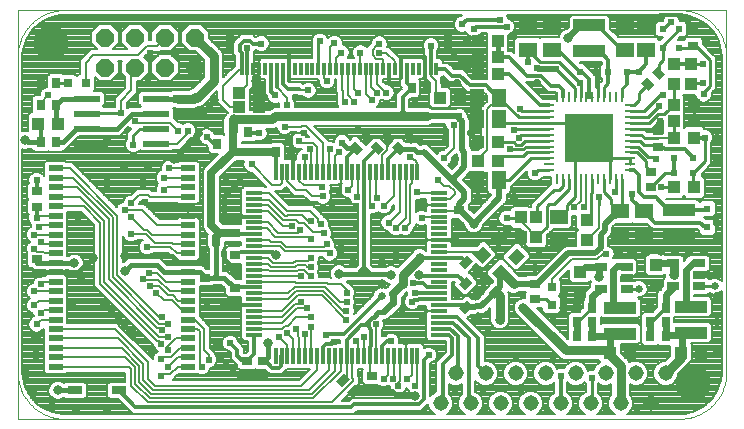
<source format=gtl>
G75*
%MOIN*%
%OFA0B0*%
%FSLAX25Y25*%
%IPPOS*%
%LPD*%
%AMOC8*
5,1,8,0,0,1.08239X$1,22.5*
%
%ADD10C,0.00000*%
%ADD11R,0.05512X0.01181*%
%ADD12R,0.01181X0.05512*%
%ADD13R,0.04724X0.01969*%
%ADD14R,0.02756X0.03543*%
%ADD15R,0.03543X0.02756*%
%ADD16R,0.04724X0.02756*%
%ADD17R,0.16142X0.16142*%
%ADD18C,0.03181*%
%ADD19R,0.03181X0.03181*%
%ADD20R,0.01102X0.03346*%
%ADD21R,0.03346X0.01102*%
%ADD22R,0.10630X0.03937*%
%ADD23R,0.05906X0.05118*%
%ADD24R,0.02362X0.02362*%
%ADD25R,0.05118X0.05906*%
%ADD26R,0.04331X0.03937*%
%ADD27R,0.03937X0.04331*%
%ADD28R,0.08661X0.01969*%
%ADD29OC8,0.06000*%
%ADD30R,0.03150X0.03150*%
%ADD31R,0.03937X0.02756*%
%ADD32C,0.05150*%
%ADD33R,0.01181X0.03937*%
%ADD34R,0.03150X0.05906*%
%ADD35C,0.00787*%
%ADD36C,0.02381*%
%ADD37C,0.01181*%
%ADD38C,0.02578*%
%ADD39C,0.02775*%
%ADD40C,0.01600*%
%ADD41C,0.01000*%
%ADD42C,0.01200*%
%ADD43C,0.01575*%
%ADD44C,0.03169*%
%ADD45C,0.11811*%
%ADD46C,0.00984*%
%ADD47C,0.02362*%
%ADD48C,0.03150*%
%ADD49C,0.01969*%
%ADD50C,0.02756*%
%ADD51C,0.00866*%
D10*
X0006118Y0012146D02*
X0006118Y0026320D01*
X0006118Y0027894D02*
X0006118Y0133406D01*
X0006118Y0148367D01*
X0020291Y0148367D01*
X0021866Y0148367D02*
X0227378Y0148367D01*
X0228165Y0148367D02*
X0242339Y0148367D01*
X0242339Y0134194D01*
X0242339Y0132619D02*
X0242339Y0027107D01*
X0242338Y0027107D02*
X0242319Y0026726D01*
X0242290Y0026345D01*
X0242252Y0025966D01*
X0242205Y0025587D01*
X0242148Y0025210D01*
X0242082Y0024834D01*
X0242007Y0024460D01*
X0241923Y0024087D01*
X0241829Y0023717D01*
X0241727Y0023350D01*
X0241615Y0022985D01*
X0241495Y0022623D01*
X0241366Y0022264D01*
X0241228Y0021908D01*
X0241082Y0021556D01*
X0240926Y0021207D01*
X0240763Y0020862D01*
X0240591Y0020522D01*
X0240410Y0020185D01*
X0240222Y0019854D01*
X0240025Y0019527D01*
X0239821Y0019204D01*
X0239608Y0018887D01*
X0239388Y0018576D01*
X0239160Y0018270D01*
X0238925Y0017969D01*
X0238683Y0017674D01*
X0238433Y0017386D01*
X0238176Y0017103D01*
X0237913Y0016827D01*
X0237643Y0016558D01*
X0237366Y0016295D01*
X0237083Y0016039D01*
X0236794Y0015790D01*
X0236499Y0015548D01*
X0236198Y0015314D01*
X0235891Y0015087D01*
X0235579Y0014867D01*
X0235261Y0014655D01*
X0234939Y0014452D01*
X0234611Y0014256D01*
X0234279Y0014068D01*
X0233942Y0013888D01*
X0233602Y0013717D01*
X0233256Y0013554D01*
X0232907Y0013400D01*
X0232555Y0013254D01*
X0232199Y0013117D01*
X0231839Y0012988D01*
X0231477Y0012869D01*
X0231112Y0012758D01*
X0230744Y0012657D01*
X0230374Y0012564D01*
X0230001Y0012481D01*
X0229627Y0012407D01*
X0229251Y0012342D01*
X0228874Y0012286D01*
X0228495Y0012239D01*
X0228115Y0012202D01*
X0227734Y0012174D01*
X0227353Y0012155D01*
X0226972Y0012146D01*
X0226590Y0012146D01*
X0226591Y0012146D02*
X0021079Y0012146D01*
X0006118Y0012146D01*
X0021079Y0012147D02*
X0020698Y0012166D01*
X0020317Y0012195D01*
X0019938Y0012233D01*
X0019559Y0012280D01*
X0019182Y0012337D01*
X0018806Y0012403D01*
X0018432Y0012478D01*
X0018059Y0012562D01*
X0017689Y0012656D01*
X0017322Y0012758D01*
X0016957Y0012870D01*
X0016595Y0012990D01*
X0016236Y0013119D01*
X0015880Y0013257D01*
X0015528Y0013403D01*
X0015179Y0013559D01*
X0014834Y0013722D01*
X0014494Y0013894D01*
X0014157Y0014075D01*
X0013826Y0014263D01*
X0013499Y0014460D01*
X0013176Y0014664D01*
X0012859Y0014877D01*
X0012548Y0015097D01*
X0012242Y0015325D01*
X0011941Y0015560D01*
X0011646Y0015802D01*
X0011358Y0016052D01*
X0011075Y0016309D01*
X0010799Y0016572D01*
X0010530Y0016842D01*
X0010267Y0017119D01*
X0010011Y0017402D01*
X0009762Y0017691D01*
X0009520Y0017986D01*
X0009286Y0018287D01*
X0009059Y0018594D01*
X0008839Y0018906D01*
X0008627Y0019224D01*
X0008424Y0019546D01*
X0008228Y0019874D01*
X0008040Y0020206D01*
X0007860Y0020543D01*
X0007689Y0020883D01*
X0007526Y0021229D01*
X0007372Y0021578D01*
X0007226Y0021930D01*
X0007089Y0022286D01*
X0006960Y0022646D01*
X0006841Y0023008D01*
X0006730Y0023373D01*
X0006629Y0023741D01*
X0006536Y0024111D01*
X0006453Y0024484D01*
X0006379Y0024858D01*
X0006314Y0025234D01*
X0006258Y0025611D01*
X0006211Y0025990D01*
X0006174Y0026370D01*
X0006146Y0026751D01*
X0006127Y0027132D01*
X0006118Y0027513D01*
X0006118Y0027895D01*
X0006118Y0133406D02*
X0006137Y0133787D01*
X0006166Y0134168D01*
X0006204Y0134547D01*
X0006251Y0134926D01*
X0006308Y0135303D01*
X0006374Y0135679D01*
X0006449Y0136053D01*
X0006533Y0136426D01*
X0006627Y0136796D01*
X0006729Y0137163D01*
X0006841Y0137528D01*
X0006961Y0137890D01*
X0007090Y0138249D01*
X0007228Y0138605D01*
X0007374Y0138957D01*
X0007530Y0139306D01*
X0007693Y0139651D01*
X0007865Y0139991D01*
X0008046Y0140328D01*
X0008234Y0140659D01*
X0008431Y0140986D01*
X0008635Y0141309D01*
X0008848Y0141626D01*
X0009068Y0141937D01*
X0009296Y0142243D01*
X0009531Y0142544D01*
X0009773Y0142839D01*
X0010023Y0143127D01*
X0010280Y0143410D01*
X0010543Y0143686D01*
X0010813Y0143955D01*
X0011090Y0144218D01*
X0011373Y0144474D01*
X0011662Y0144723D01*
X0011957Y0144965D01*
X0012258Y0145199D01*
X0012565Y0145426D01*
X0012877Y0145646D01*
X0013195Y0145858D01*
X0013517Y0146061D01*
X0013845Y0146257D01*
X0014177Y0146445D01*
X0014514Y0146625D01*
X0014854Y0146796D01*
X0015200Y0146959D01*
X0015549Y0147113D01*
X0015901Y0147259D01*
X0016257Y0147396D01*
X0016617Y0147525D01*
X0016979Y0147644D01*
X0017344Y0147755D01*
X0017712Y0147856D01*
X0018082Y0147949D01*
X0018455Y0148032D01*
X0018829Y0148106D01*
X0019205Y0148171D01*
X0019582Y0148227D01*
X0019961Y0148274D01*
X0020341Y0148311D01*
X0020722Y0148339D01*
X0021103Y0148358D01*
X0021484Y0148367D01*
X0021866Y0148367D01*
X0227378Y0148367D02*
X0227759Y0148348D01*
X0228140Y0148319D01*
X0228519Y0148281D01*
X0228898Y0148234D01*
X0229275Y0148177D01*
X0229651Y0148111D01*
X0230025Y0148036D01*
X0230398Y0147952D01*
X0230768Y0147858D01*
X0231135Y0147756D01*
X0231500Y0147644D01*
X0231862Y0147524D01*
X0232221Y0147395D01*
X0232577Y0147257D01*
X0232929Y0147111D01*
X0233278Y0146955D01*
X0233623Y0146792D01*
X0233963Y0146620D01*
X0234300Y0146439D01*
X0234631Y0146251D01*
X0234958Y0146054D01*
X0235281Y0145850D01*
X0235598Y0145637D01*
X0235909Y0145417D01*
X0236215Y0145189D01*
X0236516Y0144954D01*
X0236811Y0144712D01*
X0237099Y0144462D01*
X0237382Y0144205D01*
X0237658Y0143942D01*
X0237927Y0143672D01*
X0238190Y0143395D01*
X0238446Y0143112D01*
X0238695Y0142823D01*
X0238937Y0142528D01*
X0239171Y0142227D01*
X0239398Y0141920D01*
X0239618Y0141608D01*
X0239830Y0141290D01*
X0240033Y0140968D01*
X0240229Y0140640D01*
X0240417Y0140308D01*
X0240597Y0139971D01*
X0240768Y0139631D01*
X0240931Y0139285D01*
X0241085Y0138936D01*
X0241231Y0138584D01*
X0241368Y0138228D01*
X0241497Y0137868D01*
X0241616Y0137506D01*
X0241727Y0137141D01*
X0241828Y0136773D01*
X0241921Y0136403D01*
X0242004Y0136030D01*
X0242078Y0135656D01*
X0242143Y0135280D01*
X0242199Y0134903D01*
X0242246Y0134524D01*
X0242283Y0134144D01*
X0242311Y0133763D01*
X0242330Y0133382D01*
X0242339Y0133001D01*
X0242339Y0132619D01*
D11*
X0146433Y0087422D03*
X0146433Y0085453D03*
X0146433Y0083485D03*
X0146433Y0081516D03*
X0146433Y0079548D03*
X0146433Y0077579D03*
X0146433Y0075611D03*
X0146433Y0073642D03*
X0146433Y0071674D03*
X0146433Y0069705D03*
X0146433Y0067737D03*
X0146433Y0065768D03*
X0146433Y0063800D03*
X0146433Y0061831D03*
X0146433Y0059863D03*
X0146433Y0057894D03*
X0146433Y0055926D03*
X0146433Y0053957D03*
X0146433Y0051989D03*
X0146433Y0050020D03*
X0146433Y0048052D03*
X0146433Y0046083D03*
X0146433Y0044115D03*
X0146433Y0042146D03*
X0146433Y0040178D03*
X0085016Y0040178D03*
X0085016Y0042146D03*
X0085016Y0044115D03*
X0085016Y0046083D03*
X0085016Y0048052D03*
X0085016Y0050020D03*
X0085016Y0051989D03*
X0085016Y0053957D03*
X0085016Y0055926D03*
X0085016Y0057894D03*
X0085016Y0059863D03*
X0085016Y0061831D03*
X0085016Y0063800D03*
X0085016Y0065768D03*
X0085016Y0067737D03*
X0085016Y0069705D03*
X0085016Y0071674D03*
X0085016Y0073642D03*
X0085016Y0075611D03*
X0085016Y0077579D03*
X0085016Y0079548D03*
X0085016Y0081516D03*
X0085016Y0083485D03*
X0085016Y0085453D03*
X0085016Y0087422D03*
D12*
X0092102Y0094509D03*
X0094071Y0094509D03*
X0096039Y0094509D03*
X0098008Y0094509D03*
X0099976Y0094509D03*
X0101945Y0094509D03*
X0103913Y0094509D03*
X0105882Y0094509D03*
X0107850Y0094509D03*
X0109819Y0094509D03*
X0111787Y0094509D03*
X0113756Y0094509D03*
X0115724Y0094509D03*
X0117693Y0094509D03*
X0119661Y0094509D03*
X0121630Y0094509D03*
X0123598Y0094509D03*
X0125567Y0094509D03*
X0127535Y0094509D03*
X0129504Y0094509D03*
X0131472Y0094509D03*
X0133441Y0094509D03*
X0135409Y0094509D03*
X0137378Y0094509D03*
X0139346Y0094509D03*
X0139346Y0033091D03*
X0137378Y0033091D03*
X0135409Y0033091D03*
X0133441Y0033091D03*
X0131472Y0033091D03*
X0129504Y0033091D03*
X0127535Y0033091D03*
X0125567Y0033091D03*
X0123598Y0033091D03*
X0121630Y0033091D03*
X0119661Y0033091D03*
X0117693Y0033091D03*
X0115724Y0033091D03*
X0113756Y0033091D03*
X0111787Y0033091D03*
X0109819Y0033091D03*
X0107850Y0033091D03*
X0105882Y0033091D03*
X0103913Y0033091D03*
X0101945Y0033091D03*
X0099976Y0033091D03*
X0098008Y0033091D03*
X0096039Y0033091D03*
X0094071Y0033091D03*
X0092102Y0033091D03*
D13*
X0062811Y0032619D03*
X0062811Y0035768D03*
X0062811Y0038918D03*
X0062811Y0042068D03*
X0062811Y0045217D03*
X0062811Y0048367D03*
X0062811Y0051516D03*
X0062811Y0054666D03*
X0062811Y0057816D03*
X0062811Y0060965D03*
X0062811Y0064115D03*
X0062811Y0067264D03*
X0062811Y0070414D03*
X0062811Y0073564D03*
X0062811Y0076713D03*
X0062811Y0079863D03*
X0062811Y0083012D03*
X0062811Y0086162D03*
X0062811Y0089312D03*
X0062811Y0092461D03*
X0062811Y0095611D03*
X0018717Y0095611D03*
X0018717Y0092461D03*
X0018717Y0089312D03*
X0018717Y0086162D03*
X0018717Y0083012D03*
X0018717Y0079863D03*
X0018717Y0076713D03*
X0018717Y0073564D03*
X0018717Y0070414D03*
X0018717Y0067264D03*
X0018717Y0064115D03*
X0018717Y0060965D03*
X0018717Y0057816D03*
X0018717Y0054666D03*
X0018717Y0051516D03*
X0018717Y0048367D03*
X0018717Y0045217D03*
X0018717Y0042068D03*
X0018717Y0038918D03*
X0018717Y0035768D03*
X0018717Y0032619D03*
X0018717Y0029469D03*
X0062811Y0029469D03*
D14*
G36*
X0114268Y0022753D02*
X0112319Y0024702D01*
X0114822Y0027205D01*
X0116771Y0025256D01*
X0114268Y0022753D01*
G37*
G36*
X0117887Y0019134D02*
X0115938Y0021083D01*
X0118441Y0023586D01*
X0120390Y0021637D01*
X0117887Y0019134D01*
G37*
G36*
X0158832Y0043544D02*
X0156883Y0045493D01*
X0159386Y0047996D01*
X0161335Y0046047D01*
X0158832Y0043544D01*
G37*
G36*
X0155213Y0047163D02*
X0153264Y0049112D01*
X0155767Y0051615D01*
X0157716Y0049666D01*
X0155213Y0047163D01*
G37*
G36*
X0158832Y0051418D02*
X0156883Y0053367D01*
X0159386Y0055870D01*
X0161335Y0053921D01*
X0158832Y0051418D01*
G37*
G36*
X0165685Y0056657D02*
X0167634Y0054708D01*
X0165131Y0052205D01*
X0163182Y0054154D01*
X0165685Y0056657D01*
G37*
G36*
X0162066Y0060276D02*
X0164015Y0058327D01*
X0161512Y0055824D01*
X0159563Y0057773D01*
X0162066Y0060276D01*
G37*
G36*
X0158832Y0058504D02*
X0156883Y0060453D01*
X0159386Y0062956D01*
X0161335Y0061007D01*
X0158832Y0058504D01*
G37*
G36*
X0155213Y0055037D02*
X0153264Y0056986D01*
X0155767Y0059489D01*
X0157716Y0057540D01*
X0155213Y0055037D01*
G37*
G36*
X0155213Y0062124D02*
X0153264Y0064073D01*
X0155767Y0066576D01*
X0157716Y0064627D01*
X0155213Y0062124D01*
G37*
X0192535Y0049154D03*
X0197654Y0049154D03*
X0197654Y0044430D03*
X0192535Y0044430D03*
X0192535Y0039705D03*
X0197654Y0039705D03*
X0216945Y0039705D03*
X0222063Y0039705D03*
X0222063Y0044430D03*
X0216945Y0044430D03*
X0216945Y0049154D03*
X0222063Y0049154D03*
G36*
X0135472Y0102186D02*
X0133523Y0100237D01*
X0131020Y0102740D01*
X0132969Y0104689D01*
X0135472Y0102186D01*
G37*
G36*
X0139091Y0105805D02*
X0137142Y0103856D01*
X0134639Y0106359D01*
X0136588Y0108308D01*
X0139091Y0105805D01*
G37*
G36*
X0131807Y0105805D02*
X0129858Y0103856D01*
X0127355Y0106359D01*
X0129304Y0108308D01*
X0131807Y0105805D01*
G37*
G36*
X0128188Y0102186D02*
X0126239Y0100237D01*
X0123736Y0102740D01*
X0125685Y0104689D01*
X0128188Y0102186D01*
G37*
G36*
X0124721Y0105805D02*
X0122772Y0103856D01*
X0120269Y0106359D01*
X0122218Y0108308D01*
X0124721Y0105805D01*
G37*
G36*
X0121102Y0102186D02*
X0119153Y0100237D01*
X0116650Y0102740D01*
X0118599Y0104689D01*
X0121102Y0102186D01*
G37*
X0097260Y0101123D03*
X0092142Y0101123D03*
X0082929Y0107697D03*
X0077811Y0107697D03*
X0077772Y0103682D03*
X0072654Y0103682D03*
X0018913Y0104272D03*
X0013795Y0104272D03*
X0013795Y0116871D03*
X0018913Y0116871D03*
X0018913Y0123957D03*
X0013795Y0123957D03*
X0137417Y0122383D03*
X0142535Y0122383D03*
G36*
X0213894Y0124000D02*
X0215843Y0125949D01*
X0218346Y0123446D01*
X0216397Y0121497D01*
X0213894Y0124000D01*
G37*
G36*
X0217513Y0127619D02*
X0219462Y0129568D01*
X0221965Y0127065D01*
X0220016Y0125116D01*
X0217513Y0127619D01*
G37*
D15*
X0231315Y0136359D03*
X0231315Y0141477D03*
X0219701Y0108012D03*
X0219701Y0102894D03*
X0217142Y0094430D03*
X0217142Y0089312D03*
X0178559Y0057225D03*
X0178559Y0052107D03*
X0153362Y0076516D03*
X0153362Y0081634D03*
X0078559Y0079272D03*
X0078559Y0074154D03*
X0078559Y0066674D03*
X0078559Y0061556D03*
X0078559Y0055650D03*
X0078559Y0050532D03*
X0068520Y0059194D03*
X0068520Y0064312D03*
X0082496Y0031241D03*
X0082496Y0026123D03*
X0088008Y0026123D03*
X0088008Y0031241D03*
X0124228Y0026516D03*
X0124228Y0021398D03*
X0012417Y0060375D03*
X0012417Y0065493D03*
X0012417Y0082816D03*
X0012417Y0087934D03*
X0059661Y0113524D03*
X0059661Y0118642D03*
D16*
X0039780Y0021595D03*
X0025213Y0021595D03*
D17*
X0196669Y0105847D03*
D18*
X0194701Y0103879D03*
X0194701Y0107816D03*
X0198638Y0107816D03*
X0202575Y0107816D03*
X0202575Y0103879D03*
X0198638Y0103879D03*
X0198638Y0099942D03*
X0202575Y0099942D03*
X0194701Y0099942D03*
X0190764Y0099942D03*
X0190764Y0103879D03*
X0190764Y0107816D03*
X0194701Y0111753D03*
X0198638Y0111753D03*
X0202575Y0111753D03*
D19*
X0190764Y0111753D03*
D20*
X0191748Y0119528D03*
X0189780Y0119528D03*
X0187811Y0119528D03*
X0185843Y0119528D03*
X0193717Y0119528D03*
X0195685Y0119528D03*
X0197654Y0119528D03*
X0199622Y0119528D03*
X0201591Y0119528D03*
X0203559Y0119528D03*
X0205528Y0119528D03*
X0207496Y0119528D03*
X0207496Y0092166D03*
X0205528Y0092166D03*
X0203559Y0092166D03*
X0201591Y0092166D03*
X0199622Y0092166D03*
X0197654Y0092166D03*
X0195685Y0092166D03*
X0193717Y0092166D03*
X0191748Y0092166D03*
X0189780Y0092166D03*
X0187811Y0092166D03*
X0185843Y0092166D03*
D21*
X0183185Y0095020D03*
X0183185Y0096989D03*
X0183185Y0098957D03*
X0183185Y0100926D03*
X0183185Y0102894D03*
X0183185Y0104863D03*
X0183185Y0106831D03*
X0183185Y0108800D03*
X0183185Y0110768D03*
X0183185Y0112737D03*
X0183185Y0114705D03*
X0183185Y0116674D03*
X0210154Y0116674D03*
X0210154Y0114705D03*
X0210154Y0112737D03*
X0210154Y0110768D03*
X0210154Y0108800D03*
X0210154Y0106831D03*
X0210154Y0104863D03*
X0210154Y0102894D03*
X0210154Y0100926D03*
X0210154Y0098957D03*
X0210154Y0096989D03*
X0210154Y0095020D03*
D22*
X0226591Y0081831D03*
X0226591Y0073170D03*
X0230528Y0049548D03*
X0230528Y0040886D03*
X0206906Y0040493D03*
X0206906Y0049154D03*
X0196669Y0134587D03*
X0196669Y0143249D03*
D23*
X0208480Y0142658D03*
X0215567Y0142658D03*
X0215567Y0135178D03*
X0208480Y0135178D03*
X0184071Y0135178D03*
X0176197Y0135178D03*
X0176197Y0142658D03*
X0184071Y0142658D03*
X0206906Y0081241D03*
X0214780Y0081241D03*
X0214780Y0073760D03*
X0206906Y0073760D03*
X0186433Y0071989D03*
X0186433Y0079469D03*
D24*
X0225016Y0094036D03*
X0231315Y0094036D03*
X0231315Y0099154D03*
X0225016Y0099154D03*
X0236039Y0082225D03*
X0236039Y0075926D03*
X0209268Y0127894D03*
X0202969Y0127894D03*
X0221276Y0135768D03*
X0226591Y0135768D03*
X0226591Y0142068D03*
X0221276Y0142068D03*
D25*
X0166551Y0119233D03*
X0159071Y0119233D03*
X0159071Y0112146D03*
X0166551Y0112146D03*
X0166551Y0091674D03*
X0159071Y0091674D03*
D26*
X0159465Y0104272D03*
X0166157Y0104272D03*
X0153559Y0119233D03*
X0146866Y0119233D03*
X0159465Y0127107D03*
X0166157Y0127107D03*
X0225016Y0130453D03*
X0230528Y0130453D03*
X0230528Y0123760D03*
X0225016Y0123760D03*
X0195882Y0078485D03*
X0195882Y0071792D03*
X0178953Y0072579D03*
X0178953Y0079272D03*
X0203559Y0034194D03*
X0210252Y0034194D03*
X0227181Y0034194D03*
X0233874Y0034194D03*
X0086630Y0116083D03*
X0086630Y0120808D03*
X0079937Y0120808D03*
X0079937Y0116083D03*
D27*
X0019701Y0110571D03*
X0013008Y0110571D03*
X0159465Y0097973D03*
X0166157Y0097973D03*
X0173835Y0079272D03*
X0173835Y0072579D03*
G36*
X0166331Y0069123D02*
X0163548Y0071906D01*
X0166609Y0074967D01*
X0169392Y0072184D01*
X0166331Y0069123D01*
G37*
G36*
X0161319Y0069677D02*
X0164102Y0066894D01*
X0161041Y0063833D01*
X0158258Y0066616D01*
X0161319Y0069677D01*
G37*
G36*
X0172177Y0063277D02*
X0169394Y0066060D01*
X0172455Y0069121D01*
X0175238Y0066338D01*
X0172177Y0063277D01*
G37*
G36*
X0167165Y0063831D02*
X0169948Y0061048D01*
X0166887Y0057987D01*
X0164104Y0060770D01*
X0167165Y0063831D01*
G37*
X0193520Y0061162D03*
X0193520Y0054469D03*
X0218717Y0056831D03*
X0218717Y0063524D03*
X0224819Y0089312D03*
X0231512Y0089312D03*
X0231512Y0105847D03*
X0231512Y0111359D03*
X0224819Y0111359D03*
X0224819Y0105847D03*
X0224819Y0116871D03*
X0231512Y0116871D03*
X0166157Y0132619D03*
X0159465Y0132619D03*
X0159465Y0138131D03*
X0166157Y0138131D03*
D28*
X0052181Y0118859D03*
X0052181Y0113859D03*
X0052181Y0108859D03*
X0052181Y0103859D03*
X0029346Y0103898D03*
X0029346Y0108898D03*
X0029346Y0113898D03*
X0029346Y0118859D03*
D29*
X0035213Y0129194D03*
X0045213Y0129194D03*
X0055213Y0129194D03*
X0065213Y0129194D03*
X0065213Y0139194D03*
X0055213Y0139194D03*
X0045213Y0139194D03*
X0035213Y0139194D03*
D30*
X0028756Y0123957D03*
X0022850Y0123957D03*
X0184071Y0056044D03*
X0184071Y0050138D03*
D31*
X0200409Y0055257D03*
X0200409Y0062737D03*
X0209071Y0062737D03*
X0209071Y0058997D03*
X0209071Y0055257D03*
X0224622Y0056438D03*
X0233283Y0056438D03*
X0233283Y0060178D03*
X0233283Y0063918D03*
X0224622Y0063918D03*
D32*
X0222063Y0027383D03*
X0212063Y0027383D03*
X0202063Y0027383D03*
X0192063Y0027383D03*
X0182063Y0027383D03*
X0172063Y0027383D03*
X0162063Y0027383D03*
X0152063Y0027383D03*
X0157063Y0017383D03*
X0167063Y0017383D03*
X0177063Y0017383D03*
X0187063Y0017383D03*
X0197063Y0017383D03*
X0207063Y0017383D03*
X0217063Y0017383D03*
X0147063Y0017383D03*
D33*
X0145685Y0128879D03*
X0143717Y0128879D03*
X0141748Y0128879D03*
X0139780Y0128879D03*
X0137811Y0128879D03*
X0135843Y0128879D03*
X0133874Y0128879D03*
X0131906Y0128879D03*
X0129937Y0128879D03*
X0127969Y0128879D03*
X0126000Y0128879D03*
X0124031Y0128879D03*
X0122063Y0128879D03*
X0120094Y0128879D03*
X0118126Y0128879D03*
X0116157Y0128879D03*
X0114189Y0128879D03*
X0112220Y0128879D03*
X0110252Y0128879D03*
X0108283Y0128879D03*
X0106315Y0128879D03*
X0104346Y0128879D03*
X0102378Y0128879D03*
X0100409Y0128879D03*
X0098441Y0128879D03*
X0096472Y0128879D03*
X0094504Y0128879D03*
X0092535Y0128879D03*
X0090567Y0128879D03*
X0088598Y0128879D03*
X0086630Y0128879D03*
X0084661Y0128879D03*
X0082693Y0128879D03*
X0080724Y0128879D03*
D34*
X0076787Y0138131D03*
X0149622Y0138131D03*
D35*
X0146679Y0137106D02*
X0146258Y0138122D01*
X0145480Y0138900D01*
X0144463Y0139321D01*
X0143363Y0139321D01*
X0142347Y0138900D01*
X0141569Y0138122D01*
X0141148Y0137106D01*
X0141148Y0136006D01*
X0141551Y0135032D01*
X0141551Y0131893D01*
X0141022Y0132422D01*
X0134600Y0132422D01*
X0133874Y0131696D01*
X0133874Y0131696D01*
X0133874Y0132056D01*
X0130921Y0135009D01*
X0129768Y0136162D01*
X0129254Y0136162D01*
X0129446Y0136625D01*
X0129446Y0137725D01*
X0129025Y0138741D01*
X0128247Y0139519D01*
X0127231Y0139940D01*
X0126130Y0139940D01*
X0125114Y0139519D01*
X0124336Y0138741D01*
X0123915Y0137725D01*
X0123915Y0137391D01*
X0122460Y0135936D01*
X0121858Y0136538D01*
X0120841Y0136959D01*
X0119741Y0136959D01*
X0118725Y0136538D01*
X0117947Y0135760D01*
X0117526Y0134744D01*
X0117526Y0133643D01*
X0117947Y0132627D01*
X0118126Y0132448D01*
X0118126Y0132422D01*
X0116131Y0132422D01*
X0116336Y0132627D01*
X0116757Y0133643D01*
X0116757Y0134744D01*
X0116336Y0135760D01*
X0115559Y0136538D01*
X0114542Y0136959D01*
X0114395Y0136959D01*
X0114395Y0137893D01*
X0113974Y0138910D01*
X0113196Y0139687D01*
X0112180Y0140108D01*
X0111080Y0140108D01*
X0110063Y0139687D01*
X0109491Y0139115D01*
X0109250Y0139697D01*
X0108472Y0140475D01*
X0107456Y0140896D01*
X0106355Y0140896D01*
X0105339Y0140475D01*
X0104561Y0139697D01*
X0104140Y0138681D01*
X0104140Y0137580D01*
X0104248Y0137320D01*
X0104248Y0132422D01*
X0097198Y0132422D01*
X0096472Y0131696D01*
X0095747Y0132422D01*
X0087356Y0132422D01*
X0086433Y0131499D01*
X0086433Y0126258D01*
X0087356Y0125335D01*
X0088402Y0125335D01*
X0088402Y0120284D01*
X0089071Y0119614D01*
X0089071Y0119361D01*
X0089492Y0118345D01*
X0090270Y0117567D01*
X0091286Y0117146D01*
X0092386Y0117146D01*
X0093130Y0117454D01*
X0093117Y0117421D01*
X0093117Y0116321D01*
X0093215Y0116083D01*
X0091123Y0116083D01*
X0089965Y0115604D01*
X0089451Y0115090D01*
X0083677Y0115090D01*
X0083677Y0121764D01*
X0084661Y0122748D01*
X0084661Y0126061D01*
X0084858Y0126258D01*
X0084858Y0134245D01*
X0085200Y0135069D01*
X0085584Y0135069D01*
X0085763Y0134890D01*
X0086779Y0134469D01*
X0087879Y0134469D01*
X0088896Y0134890D01*
X0089674Y0135668D01*
X0090095Y0136684D01*
X0090095Y0137784D01*
X0089674Y0138801D01*
X0088896Y0139579D01*
X0087879Y0140000D01*
X0086779Y0140000D01*
X0085763Y0139579D01*
X0085584Y0139400D01*
X0085294Y0139400D01*
X0084379Y0140315D01*
X0080613Y0140315D01*
X0079218Y0138920D01*
X0077950Y0137652D01*
X0077950Y0133885D01*
X0078559Y0133276D01*
X0078559Y0129891D01*
X0074622Y0125954D01*
X0074622Y0133560D01*
X0074143Y0134718D01*
X0069787Y0139073D01*
X0069787Y0141088D01*
X0067108Y0143768D01*
X0063318Y0143768D01*
X0060638Y0141088D01*
X0060638Y0137299D01*
X0063318Y0134619D01*
X0065333Y0134619D01*
X0068323Y0131629D01*
X0068323Y0126049D01*
X0064665Y0122392D01*
X0064545Y0122392D01*
X0063384Y0121911D01*
X0063265Y0121792D01*
X0059035Y0121792D01*
X0058560Y0121595D01*
X0057237Y0121595D01*
X0057060Y0121418D01*
X0047198Y0121418D01*
X0046276Y0120495D01*
X0046276Y0117222D01*
X0047139Y0116359D01*
X0047001Y0116221D01*
X0043073Y0116221D01*
X0042624Y0115772D01*
X0042484Y0115911D01*
X0042484Y0117382D01*
X0044729Y0119627D01*
X0045882Y0120780D01*
X0045882Y0124619D01*
X0047108Y0124619D01*
X0049787Y0127299D01*
X0049787Y0131088D01*
X0048295Y0132581D01*
X0050123Y0134409D01*
X0053212Y0134409D01*
X0053422Y0134619D01*
X0057108Y0134619D01*
X0059787Y0137299D01*
X0059787Y0141088D01*
X0057108Y0143768D01*
X0053318Y0143768D01*
X0050638Y0141088D01*
X0050638Y0138346D01*
X0049787Y0138346D01*
X0049787Y0141088D01*
X0047108Y0143768D01*
X0043318Y0143768D01*
X0040638Y0141088D01*
X0040638Y0137299D01*
X0042562Y0135375D01*
X0037863Y0135375D01*
X0039787Y0137299D01*
X0039787Y0141088D01*
X0037108Y0143768D01*
X0033318Y0143768D01*
X0030638Y0141088D01*
X0030638Y0137299D01*
X0032562Y0135375D01*
X0030500Y0135375D01*
X0026787Y0131662D01*
X0026787Y0127107D01*
X0026529Y0127107D01*
X0025803Y0126381D01*
X0025077Y0127107D01*
X0021140Y0127107D01*
X0020944Y0127304D01*
X0016883Y0127304D01*
X0015961Y0126381D01*
X0015961Y0122786D01*
X0015804Y0122786D01*
X0014788Y0122365D01*
X0014010Y0121587D01*
X0013589Y0120570D01*
X0013589Y0120217D01*
X0011765Y0120217D01*
X0010843Y0119295D01*
X0010843Y0114447D01*
X0010978Y0114312D01*
X0010387Y0114312D01*
X0009465Y0113389D01*
X0009465Y0108163D01*
X0009331Y0108219D01*
X0008074Y0108219D01*
X0007693Y0108061D01*
X0007693Y0133357D01*
X0007877Y0135135D01*
X0008925Y0138570D01*
X0010813Y0141625D01*
X0013417Y0144099D01*
X0016565Y0145828D01*
X0020049Y0146699D01*
X0021844Y0146792D01*
X0021856Y0146792D01*
X0022499Y0146784D01*
X0022507Y0146792D01*
X0154256Y0146792D01*
X0153853Y0146389D01*
X0153600Y0146389D01*
X0152583Y0145968D01*
X0151805Y0145190D01*
X0151384Y0144174D01*
X0151384Y0143073D01*
X0151805Y0142057D01*
X0152583Y0141279D01*
X0153600Y0140858D01*
X0154700Y0140858D01*
X0155470Y0141177D01*
X0155742Y0140520D01*
X0156520Y0139742D01*
X0157537Y0139321D01*
X0158637Y0139321D01*
X0159653Y0139742D01*
X0160431Y0140520D01*
X0160493Y0140671D01*
X0162614Y0140671D01*
X0162614Y0129925D01*
X0162417Y0129728D01*
X0162417Y0125542D01*
X0157699Y0125542D01*
X0154540Y0128701D01*
X0151681Y0128701D01*
X0150803Y0129579D01*
X0149535Y0130847D01*
X0147850Y0130847D01*
X0147850Y0131499D01*
X0146928Y0132422D01*
X0145882Y0132422D01*
X0145882Y0134613D01*
X0146258Y0134989D01*
X0146679Y0136006D01*
X0146679Y0137106D01*
X0146678Y0137106D02*
X0162614Y0137106D01*
X0162614Y0136321D02*
X0146679Y0136321D01*
X0146484Y0135535D02*
X0162614Y0135535D01*
X0162614Y0134749D02*
X0146017Y0134749D01*
X0145882Y0133963D02*
X0162614Y0133963D01*
X0162614Y0133177D02*
X0145882Y0133177D01*
X0146959Y0132391D02*
X0162614Y0132391D01*
X0162614Y0131605D02*
X0147745Y0131605D01*
X0149563Y0130819D02*
X0162614Y0130819D01*
X0162614Y0130033D02*
X0150349Y0130033D01*
X0151134Y0129247D02*
X0162417Y0129247D01*
X0162417Y0128461D02*
X0154779Y0128461D01*
X0155565Y0127675D02*
X0162417Y0127675D01*
X0162417Y0126890D02*
X0156351Y0126890D01*
X0157137Y0126104D02*
X0162417Y0126104D01*
X0161226Y0121211D02*
X0155905Y0121211D01*
X0152746Y0124370D01*
X0149887Y0124370D01*
X0148619Y0125638D01*
X0147850Y0126407D01*
X0147850Y0126258D01*
X0147305Y0125712D01*
X0147457Y0125560D01*
X0147457Y0122776D01*
X0149684Y0122776D01*
X0150606Y0121854D01*
X0150606Y0116612D01*
X0149684Y0115690D01*
X0144048Y0115690D01*
X0143126Y0116612D01*
X0143126Y0121854D01*
X0143520Y0122247D01*
X0143520Y0123929D01*
X0141748Y0125701D01*
X0141748Y0126061D01*
X0141022Y0125335D01*
X0139841Y0125335D01*
X0140370Y0124806D01*
X0140370Y0119959D01*
X0139448Y0119036D01*
X0137133Y0119036D01*
X0136649Y0118552D01*
X0136649Y0116083D01*
X0143047Y0116083D01*
X0144205Y0115604D01*
X0144316Y0115493D01*
X0152314Y0115493D01*
X0152812Y0115699D01*
X0153912Y0115699D01*
X0154929Y0115278D01*
X0155707Y0114500D01*
X0156128Y0113484D01*
X0156128Y0112987D01*
X0156357Y0112758D01*
X0156746Y0111817D01*
X0156746Y0102932D01*
X0157106Y0102572D01*
X0157462Y0101713D01*
X0159661Y0101713D01*
X0160655Y0102708D01*
X0160655Y0116121D01*
X0161808Y0117274D01*
X0162417Y0117883D01*
X0162417Y0120020D01*
X0161226Y0121211D01*
X0161835Y0120602D02*
X0150606Y0120602D01*
X0150606Y0119816D02*
X0162417Y0119816D01*
X0162417Y0119030D02*
X0150606Y0119030D01*
X0150606Y0118245D02*
X0162417Y0118245D01*
X0161993Y0117459D02*
X0150606Y0117459D01*
X0150606Y0116673D02*
X0161207Y0116673D01*
X0160655Y0115887D02*
X0149881Y0115887D01*
X0155106Y0115101D02*
X0160655Y0115101D01*
X0160655Y0114315D02*
X0155783Y0114315D01*
X0156109Y0113529D02*
X0160655Y0113529D01*
X0160655Y0112743D02*
X0156363Y0112743D01*
X0156688Y0111957D02*
X0160655Y0111957D01*
X0160655Y0111171D02*
X0156746Y0111171D01*
X0156746Y0110385D02*
X0160655Y0110385D01*
X0160655Y0109599D02*
X0156746Y0109599D01*
X0156746Y0108814D02*
X0160655Y0108814D01*
X0160655Y0108028D02*
X0156746Y0108028D01*
X0156746Y0107242D02*
X0160655Y0107242D01*
X0160655Y0106456D02*
X0156746Y0106456D01*
X0156746Y0105670D02*
X0160655Y0105670D01*
X0160655Y0104884D02*
X0156746Y0104884D01*
X0156746Y0104098D02*
X0160655Y0104098D01*
X0160655Y0103312D02*
X0156746Y0103312D01*
X0157126Y0102526D02*
X0160474Y0102526D01*
X0159688Y0101740D02*
X0157451Y0101740D01*
X0159465Y0098733D02*
X0162624Y0101892D01*
X0162624Y0115305D01*
X0166551Y0119233D01*
X0175697Y0124370D02*
X0179517Y0124370D01*
X0182883Y0121005D01*
X0184677Y0121005D01*
X0185536Y0121005D01*
X0185646Y0120895D01*
X0185646Y0118665D01*
X0185511Y0118800D01*
X0184121Y0118800D01*
X0184082Y0118839D01*
X0181228Y0118839D01*
X0175697Y0124370D01*
X0176321Y0123746D02*
X0180141Y0123746D01*
X0180927Y0122960D02*
X0177107Y0122960D01*
X0177893Y0122174D02*
X0181713Y0122174D01*
X0182499Y0121388D02*
X0178679Y0121388D01*
X0179465Y0120602D02*
X0185646Y0120602D01*
X0185646Y0119816D02*
X0180250Y0119816D01*
X0181036Y0119030D02*
X0185646Y0119030D01*
X0198835Y0122776D02*
X0198835Y0126429D01*
X0197566Y0127697D01*
X0195907Y0129356D01*
X0195864Y0129461D01*
X0195086Y0130239D01*
X0194070Y0130660D01*
X0193817Y0130660D01*
X0193432Y0131044D01*
X0200694Y0131044D01*
X0200803Y0130934D01*
X0200803Y0130318D01*
X0200213Y0129728D01*
X0200213Y0126061D01*
X0200803Y0125470D01*
X0200803Y0124854D01*
X0200016Y0124067D01*
X0200016Y0123928D01*
X0199524Y0123436D01*
X0199524Y0122110D01*
X0198857Y0122776D01*
X0198835Y0122776D01*
X0198835Y0122960D02*
X0199524Y0122960D01*
X0199524Y0122174D02*
X0199459Y0122174D01*
X0199834Y0123746D02*
X0198835Y0123746D01*
X0198835Y0124532D02*
X0200481Y0124532D01*
X0200803Y0125318D02*
X0198835Y0125318D01*
X0198835Y0126104D02*
X0200213Y0126104D01*
X0200213Y0126890D02*
X0198374Y0126890D01*
X0197588Y0127675D02*
X0200213Y0127675D01*
X0200213Y0128461D02*
X0196802Y0128461D01*
X0196016Y0129247D02*
X0200213Y0129247D01*
X0200518Y0130033D02*
X0195292Y0130033D01*
X0193657Y0130819D02*
X0200803Y0130819D01*
X0206424Y0139312D02*
X0203559Y0142177D01*
X0203559Y0145869D01*
X0202637Y0146792D01*
X0190702Y0146792D01*
X0189780Y0145869D01*
X0189780Y0142734D01*
X0189123Y0142077D01*
X0188954Y0142077D01*
X0187793Y0141596D01*
X0186905Y0140707D01*
X0186424Y0139546D01*
X0186424Y0139312D01*
X0180466Y0139312D01*
X0180134Y0138980D01*
X0179802Y0139312D01*
X0172592Y0139312D01*
X0171669Y0138389D01*
X0171669Y0133909D01*
X0170795Y0134784D01*
X0169701Y0134784D01*
X0169701Y0140106D01*
X0170677Y0140511D01*
X0171455Y0141289D01*
X0171876Y0142305D01*
X0171876Y0143405D01*
X0171455Y0144421D01*
X0170677Y0145199D01*
X0169660Y0145620D01*
X0169513Y0145620D01*
X0169513Y0145767D01*
X0169092Y0146784D01*
X0169084Y0146792D01*
X0222584Y0146792D01*
X0222457Y0146739D01*
X0221679Y0145962D01*
X0221258Y0144945D01*
X0221258Y0144823D01*
X0219442Y0144823D01*
X0218520Y0143901D01*
X0218520Y0140234D01*
X0219442Y0139312D01*
X0221062Y0139312D01*
X0220302Y0138524D01*
X0219959Y0138524D01*
X0219172Y0139312D01*
X0206424Y0139312D01*
X0206272Y0139464D02*
X0219290Y0139464D01*
X0219805Y0138678D02*
X0220451Y0138678D01*
X0218520Y0140250D02*
X0205486Y0140250D01*
X0204700Y0141036D02*
X0218520Y0141036D01*
X0218520Y0141822D02*
X0203914Y0141822D01*
X0203559Y0142608D02*
X0218520Y0142608D01*
X0218520Y0143394D02*
X0203559Y0143394D01*
X0203559Y0144180D02*
X0218798Y0144180D01*
X0221267Y0144966D02*
X0203559Y0144966D01*
X0203559Y0145751D02*
X0221592Y0145751D01*
X0222255Y0146537D02*
X0202891Y0146537D01*
X0190447Y0146537D02*
X0169194Y0146537D01*
X0169513Y0145751D02*
X0189780Y0145751D01*
X0189780Y0144966D02*
X0170910Y0144966D01*
X0171555Y0144180D02*
X0189780Y0144180D01*
X0189780Y0143394D02*
X0171876Y0143394D01*
X0171876Y0142608D02*
X0189654Y0142608D01*
X0188338Y0141822D02*
X0171676Y0141822D01*
X0171202Y0141036D02*
X0187233Y0141036D01*
X0186715Y0140250D02*
X0170048Y0140250D01*
X0169701Y0139464D02*
X0186424Y0139464D01*
X0171958Y0138678D02*
X0169701Y0138678D01*
X0169701Y0137892D02*
X0171669Y0137892D01*
X0171669Y0137106D02*
X0169701Y0137106D01*
X0169701Y0136321D02*
X0171669Y0136321D01*
X0171669Y0135535D02*
X0169701Y0135535D01*
X0170830Y0134749D02*
X0171669Y0134749D01*
X0171669Y0133963D02*
X0171616Y0133963D01*
X0162614Y0137892D02*
X0146353Y0137892D01*
X0145702Y0138678D02*
X0162614Y0138678D01*
X0162614Y0139464D02*
X0158982Y0139464D01*
X0160161Y0140250D02*
X0162614Y0140250D01*
X0157191Y0139464D02*
X0128302Y0139464D01*
X0129051Y0138678D02*
X0142125Y0138678D01*
X0141474Y0137892D02*
X0129376Y0137892D01*
X0129446Y0137106D02*
X0141148Y0137106D01*
X0141148Y0136321D02*
X0129320Y0136321D01*
X0130396Y0135535D02*
X0141343Y0135535D01*
X0141551Y0134749D02*
X0131181Y0134749D01*
X0131967Y0133963D02*
X0141551Y0133963D01*
X0141551Y0133177D02*
X0132753Y0133177D01*
X0133539Y0132391D02*
X0134569Y0132391D01*
X0131906Y0131241D02*
X0128953Y0134194D01*
X0126591Y0134194D01*
X0125884Y0136378D02*
X0126680Y0137175D01*
X0125884Y0136378D02*
X0125686Y0136378D01*
X0124406Y0135098D01*
X0124406Y0133289D01*
X0125686Y0132009D01*
X0127533Y0132009D01*
X0127969Y0131574D01*
X0127969Y0128879D01*
X0126000Y0128879D02*
X0126000Y0123760D01*
X0128953Y0120808D01*
X0128971Y0123573D02*
X0127968Y0124576D01*
X0127968Y0125335D01*
X0129211Y0125335D01*
X0129937Y0126061D01*
X0130663Y0125335D01*
X0133148Y0125335D01*
X0133677Y0125864D01*
X0133677Y0123060D01*
X0134355Y0122383D01*
X0132318Y0120346D01*
X0132318Y0116083D01*
X0125777Y0116083D01*
X0126433Y0116740D01*
X0126854Y0117756D01*
X0126854Y0118250D01*
X0127370Y0118463D01*
X0127378Y0118472D01*
X0127386Y0118463D01*
X0128403Y0118042D01*
X0129503Y0118042D01*
X0130519Y0118463D01*
X0131297Y0119241D01*
X0131718Y0120258D01*
X0131718Y0121358D01*
X0131297Y0122374D01*
X0130519Y0123152D01*
X0129503Y0123573D01*
X0128971Y0123573D01*
X0128798Y0123746D02*
X0133677Y0123746D01*
X0133677Y0124532D02*
X0128012Y0124532D01*
X0127968Y0125318D02*
X0133677Y0125318D01*
X0133778Y0122960D02*
X0130711Y0122960D01*
X0131380Y0122174D02*
X0134147Y0122174D01*
X0133361Y0121388D02*
X0131706Y0121388D01*
X0131718Y0120602D02*
X0132575Y0120602D01*
X0132318Y0119816D02*
X0131535Y0119816D01*
X0131086Y0119030D02*
X0132318Y0119030D01*
X0132318Y0118245D02*
X0129991Y0118245D01*
X0127915Y0118245D02*
X0126854Y0118245D01*
X0126731Y0117459D02*
X0132318Y0117459D01*
X0132318Y0116673D02*
X0126366Y0116673D01*
X0124089Y0118306D02*
X0122063Y0120332D01*
X0122063Y0128879D01*
X0124031Y0128879D02*
X0124031Y0122579D01*
X0125803Y0120808D01*
X0119504Y0120808D02*
X0118126Y0122186D01*
X0118126Y0128879D01*
X0120094Y0128879D02*
X0120094Y0133997D01*
X0120291Y0134194D01*
X0117719Y0133177D02*
X0116564Y0133177D01*
X0116757Y0133963D02*
X0117526Y0133963D01*
X0117528Y0134749D02*
X0116755Y0134749D01*
X0116430Y0135535D02*
X0117854Y0135535D01*
X0118508Y0136321D02*
X0115776Y0136321D01*
X0114395Y0137106D02*
X0123631Y0137106D01*
X0123985Y0137892D02*
X0114395Y0137892D01*
X0114070Y0138678D02*
X0124310Y0138678D01*
X0125059Y0139464D02*
X0113420Y0139464D01*
X0111630Y0137343D02*
X0110252Y0135965D01*
X0110252Y0128879D01*
X0112220Y0128879D02*
X0112220Y0132422D01*
X0113992Y0134194D01*
X0114189Y0128879D02*
X0114189Y0121810D01*
X0114523Y0121476D01*
X0114523Y0118487D01*
X0115352Y0117658D01*
X0116157Y0120002D02*
X0118333Y0117827D01*
X0116157Y0120002D02*
X0116157Y0128879D01*
X0112220Y0125335D02*
X0112220Y0120995D01*
X0112554Y0120661D01*
X0112554Y0117672D01*
X0112587Y0117640D01*
X0112587Y0117108D01*
X0113008Y0116092D01*
X0113016Y0116083D01*
X0098549Y0116083D01*
X0098647Y0116321D01*
X0098647Y0117421D01*
X0098226Y0118437D01*
X0097850Y0118813D01*
X0097850Y0119951D01*
X0099114Y0119951D01*
X0099439Y0119627D01*
X0101026Y0119627D01*
X0101402Y0119251D01*
X0102418Y0118830D01*
X0103519Y0118830D01*
X0104535Y0119251D01*
X0105313Y0120029D01*
X0105734Y0121045D01*
X0105734Y0122145D01*
X0105313Y0123162D01*
X0104535Y0123939D01*
X0103519Y0124360D01*
X0102418Y0124360D01*
X0101402Y0123939D01*
X0101187Y0123725D01*
X0100630Y0124282D01*
X0097045Y0124282D01*
X0096669Y0124657D01*
X0096669Y0125864D01*
X0097198Y0125335D01*
X0106315Y0125335D01*
X0106315Y0124914D01*
X0106502Y0124726D01*
X0106502Y0124195D01*
X0106923Y0123178D01*
X0107701Y0122400D01*
X0108718Y0121979D01*
X0109818Y0121979D01*
X0110834Y0122400D01*
X0111612Y0123178D01*
X0112033Y0124195D01*
X0112033Y0125295D01*
X0112016Y0125335D01*
X0112220Y0125335D01*
X0112220Y0125318D02*
X0112024Y0125318D01*
X0112033Y0124532D02*
X0112220Y0124532D01*
X0112220Y0123746D02*
X0111847Y0123746D01*
X0112220Y0122960D02*
X0111394Y0122960D01*
X0112220Y0122174D02*
X0110288Y0122174D01*
X0108248Y0122174D02*
X0105722Y0122174D01*
X0105734Y0121388D02*
X0112220Y0121388D01*
X0112554Y0120602D02*
X0105550Y0120602D01*
X0105101Y0119816D02*
X0112554Y0119816D01*
X0112554Y0119030D02*
X0104003Y0119030D01*
X0101934Y0119030D02*
X0097850Y0119030D01*
X0097850Y0119816D02*
X0099249Y0119816D01*
X0098306Y0118245D02*
X0112554Y0118245D01*
X0112587Y0117459D02*
X0098632Y0117459D01*
X0098647Y0116673D02*
X0112767Y0116673D01*
X0102969Y0121595D02*
X0100255Y0121595D01*
X0099733Y0122117D01*
X0101166Y0123746D02*
X0101209Y0123746D01*
X0104728Y0123746D02*
X0106688Y0123746D01*
X0106502Y0124532D02*
X0096795Y0124532D01*
X0096669Y0125318D02*
X0106315Y0125318D01*
X0108283Y0125729D02*
X0109268Y0124745D01*
X0108283Y0125729D02*
X0108283Y0128879D01*
X0104248Y0133177D02*
X0084858Y0133177D01*
X0084858Y0133963D02*
X0104248Y0133963D01*
X0104248Y0134749D02*
X0088555Y0134749D01*
X0089541Y0135535D02*
X0104248Y0135535D01*
X0104248Y0136321D02*
X0089944Y0136321D01*
X0090095Y0137106D02*
X0104248Y0137106D01*
X0104140Y0137892D02*
X0090050Y0137892D01*
X0089724Y0138678D02*
X0104140Y0138678D01*
X0104465Y0139464D02*
X0089010Y0139464D01*
X0085649Y0139464D02*
X0085230Y0139464D01*
X0084444Y0140250D02*
X0105114Y0140250D01*
X0108697Y0140250D02*
X0156012Y0140250D01*
X0155529Y0141036D02*
X0155129Y0141036D01*
X0153170Y0141036D02*
X0069787Y0141036D01*
X0069787Y0140250D02*
X0080548Y0140250D01*
X0079762Y0139464D02*
X0069787Y0139464D01*
X0070182Y0138678D02*
X0078976Y0138678D01*
X0078190Y0137892D02*
X0070968Y0137892D01*
X0071754Y0137106D02*
X0077950Y0137106D01*
X0077950Y0136321D02*
X0072540Y0136321D01*
X0073326Y0135535D02*
X0077950Y0135535D01*
X0077950Y0134749D02*
X0074112Y0134749D01*
X0074455Y0133963D02*
X0077950Y0133963D01*
X0078559Y0133177D02*
X0074622Y0133177D01*
X0074622Y0132391D02*
X0078559Y0132391D01*
X0078559Y0131605D02*
X0074622Y0131605D01*
X0074622Y0130819D02*
X0078559Y0130819D01*
X0078559Y0130033D02*
X0074622Y0130033D01*
X0074622Y0129247D02*
X0077916Y0129247D01*
X0077130Y0128461D02*
X0074622Y0128461D01*
X0074622Y0127675D02*
X0076344Y0127675D01*
X0075558Y0126890D02*
X0074622Y0126890D01*
X0074622Y0126104D02*
X0074772Y0126104D01*
X0074622Y0123170D02*
X0074622Y0118446D01*
X0076984Y0116083D01*
X0079937Y0116083D01*
X0083677Y0115887D02*
X0090648Y0115887D01*
X0089462Y0115101D02*
X0083677Y0115101D01*
X0083677Y0116673D02*
X0093117Y0116673D01*
X0090531Y0117459D02*
X0083677Y0117459D01*
X0083677Y0118245D02*
X0089592Y0118245D01*
X0089208Y0119030D02*
X0083677Y0119030D01*
X0083677Y0119816D02*
X0088869Y0119816D01*
X0088402Y0120602D02*
X0083677Y0120602D01*
X0083677Y0121388D02*
X0088402Y0121388D01*
X0088402Y0122174D02*
X0084087Y0122174D01*
X0084661Y0122960D02*
X0088402Y0122960D01*
X0088402Y0123746D02*
X0084661Y0123746D01*
X0084661Y0124532D02*
X0088402Y0124532D01*
X0088402Y0125318D02*
X0084661Y0125318D01*
X0084704Y0126104D02*
X0086587Y0126104D01*
X0086433Y0126890D02*
X0084858Y0126890D01*
X0084858Y0127675D02*
X0086433Y0127675D01*
X0086433Y0128461D02*
X0084858Y0128461D01*
X0084858Y0129247D02*
X0086433Y0129247D01*
X0086433Y0130033D02*
X0084858Y0130033D01*
X0084858Y0130819D02*
X0086433Y0130819D01*
X0086539Y0131605D02*
X0084858Y0131605D01*
X0084858Y0132391D02*
X0087325Y0132391D01*
X0086104Y0134749D02*
X0085067Y0134749D01*
X0082693Y0128879D02*
X0082693Y0123564D01*
X0079937Y0120808D01*
X0074622Y0123170D02*
X0080331Y0128879D01*
X0080724Y0128879D01*
X0092535Y0122579D02*
X0095882Y0119233D01*
X0095882Y0116871D01*
X0105396Y0122960D02*
X0107142Y0122960D01*
X0097167Y0132391D02*
X0095778Y0132391D01*
X0109346Y0139464D02*
X0109840Y0139464D01*
X0122075Y0136321D02*
X0122845Y0136321D01*
X0131906Y0131241D02*
X0131906Y0128879D01*
X0131521Y0129263D01*
X0139859Y0125318D02*
X0142131Y0125318D01*
X0142917Y0124532D02*
X0140370Y0124532D01*
X0140370Y0123746D02*
X0143520Y0123746D01*
X0143520Y0122960D02*
X0140370Y0122960D01*
X0140370Y0122174D02*
X0143446Y0122174D01*
X0143126Y0121388D02*
X0140370Y0121388D01*
X0140370Y0120602D02*
X0143126Y0120602D01*
X0143126Y0119816D02*
X0140228Y0119816D01*
X0143126Y0119030D02*
X0137128Y0119030D01*
X0136649Y0118245D02*
X0143126Y0118245D01*
X0143126Y0117459D02*
X0136649Y0117459D01*
X0136649Y0116673D02*
X0143126Y0116673D01*
X0143521Y0115887D02*
X0143851Y0115887D01*
X0146866Y0119233D02*
X0145488Y0120611D01*
X0145488Y0124745D01*
X0143717Y0126516D01*
X0143717Y0128879D01*
X0141551Y0132391D02*
X0141053Y0132391D01*
X0147696Y0126104D02*
X0148154Y0126104D01*
X0147457Y0125318D02*
X0148939Y0125318D01*
X0149725Y0124532D02*
X0147457Y0124532D01*
X0147457Y0123746D02*
X0153370Y0123746D01*
X0154156Y0122960D02*
X0147457Y0122960D01*
X0150286Y0122174D02*
X0154942Y0122174D01*
X0155727Y0121388D02*
X0150606Y0121388D01*
X0148647Y0110375D02*
X0144316Y0110375D01*
X0144205Y0110264D01*
X0143047Y0109784D01*
X0108835Y0109784D01*
X0104904Y0109784D01*
X0109819Y0104870D01*
X0109819Y0104675D01*
X0110605Y0104675D01*
X0111405Y0104344D01*
X0111405Y0104778D01*
X0111826Y0105795D01*
X0112604Y0106573D01*
X0113620Y0106994D01*
X0114720Y0106994D01*
X0115737Y0106573D01*
X0116514Y0105795D01*
X0116796Y0105116D01*
X0117945Y0106265D01*
X0119249Y0106265D01*
X0122160Y0103354D01*
X0122160Y0103393D01*
X0125031Y0106265D01*
X0126336Y0106265D01*
X0129444Y0103157D01*
X0129444Y0103393D01*
X0132315Y0106265D01*
X0133620Y0106265D01*
X0135174Y0104710D01*
X0135361Y0104632D01*
X0135506Y0104488D01*
X0139051Y0104488D01*
X0140054Y0103485D01*
X0140567Y0103485D01*
X0141042Y0103682D01*
X0142060Y0103682D01*
X0143001Y0103292D01*
X0145736Y0100557D01*
X0146495Y0101316D01*
X0147511Y0101737D01*
X0148043Y0101737D01*
X0149444Y0103138D01*
X0149444Y0108217D01*
X0149068Y0108592D01*
X0148647Y0109609D01*
X0148647Y0110375D01*
X0148651Y0109599D02*
X0105089Y0109599D01*
X0105875Y0108814D02*
X0148977Y0108814D01*
X0149444Y0108028D02*
X0106661Y0108028D01*
X0107447Y0107242D02*
X0149444Y0107242D01*
X0149444Y0106456D02*
X0115853Y0106456D01*
X0116566Y0105670D02*
X0117350Y0105670D01*
X0119844Y0105670D02*
X0124437Y0105670D01*
X0123651Y0104884D02*
X0120630Y0104884D01*
X0121416Y0104098D02*
X0122865Y0104098D01*
X0126931Y0105670D02*
X0131720Y0105670D01*
X0130934Y0104884D02*
X0127717Y0104884D01*
X0128503Y0104098D02*
X0130148Y0104098D01*
X0129444Y0103312D02*
X0129288Y0103312D01*
X0129183Y0101773D02*
X0129183Y0108439D01*
X0134214Y0105670D02*
X0149444Y0105670D01*
X0149444Y0104884D02*
X0135000Y0104884D01*
X0139441Y0104098D02*
X0149444Y0104098D01*
X0149444Y0103312D02*
X0142952Y0103312D01*
X0143767Y0102526D02*
X0148832Y0102526D01*
X0148046Y0101740D02*
X0144553Y0101740D01*
X0145338Y0100954D02*
X0146134Y0100954D01*
X0148062Y0098972D02*
X0151413Y0102323D01*
X0151413Y0110159D01*
X0152157Y0100283D02*
X0152378Y0100063D01*
X0152378Y0097118D01*
X0150777Y0095516D01*
X0149647Y0096646D01*
X0150406Y0097405D01*
X0150827Y0098422D01*
X0150827Y0098953D01*
X0152157Y0100283D01*
X0152042Y0100169D02*
X0152272Y0100169D01*
X0152378Y0099383D02*
X0151256Y0099383D01*
X0150827Y0098597D02*
X0152378Y0098597D01*
X0152378Y0097811D02*
X0150574Y0097811D01*
X0150026Y0097025D02*
X0152285Y0097025D01*
X0151499Y0096239D02*
X0150054Y0096239D01*
X0155594Y0093095D02*
X0162417Y0093095D01*
X0162417Y0092309D02*
X0154808Y0092309D01*
X0154396Y0091897D02*
X0156787Y0094289D01*
X0156844Y0094233D01*
X0162085Y0094233D01*
X0162417Y0094565D01*
X0162417Y0088069D01*
X0163340Y0087146D01*
X0163992Y0087146D01*
X0163992Y0086711D01*
X0158087Y0080805D01*
X0156709Y0082183D01*
X0156709Y0083527D01*
X0157106Y0083925D01*
X0157496Y0084866D01*
X0157496Y0088246D01*
X0157106Y0089186D01*
X0154396Y0091897D01*
X0154769Y0091523D02*
X0162417Y0091523D01*
X0162417Y0090738D02*
X0155555Y0090738D01*
X0156341Y0089952D02*
X0162417Y0089952D01*
X0162417Y0089166D02*
X0157115Y0089166D01*
X0157441Y0088380D02*
X0162417Y0088380D01*
X0162892Y0087594D02*
X0157496Y0087594D01*
X0157496Y0086808D02*
X0163992Y0086808D01*
X0163303Y0086022D02*
X0157496Y0086022D01*
X0157496Y0085236D02*
X0162517Y0085236D01*
X0161731Y0084450D02*
X0157324Y0084450D01*
X0156846Y0083664D02*
X0160945Y0083664D01*
X0160160Y0082878D02*
X0156709Y0082878D01*
X0156800Y0082093D02*
X0159374Y0082093D01*
X0158588Y0081307D02*
X0157585Y0081307D01*
X0153362Y0081634D02*
X0152850Y0081516D01*
X0146433Y0081516D01*
X0146433Y0079548D02*
X0141236Y0079548D01*
X0140764Y0079075D01*
X0138795Y0077133D02*
X0139197Y0076731D01*
X0140214Y0076310D01*
X0141314Y0076310D01*
X0142102Y0076637D01*
X0142102Y0072399D01*
X0142828Y0071674D01*
X0142102Y0070948D01*
X0142102Y0068189D01*
X0141845Y0068446D01*
X0140683Y0068927D01*
X0139427Y0068927D01*
X0138266Y0068446D01*
X0137377Y0067558D01*
X0137229Y0067201D01*
X0132834Y0062806D01*
X0132601Y0062572D01*
X0132317Y0062856D01*
X0131156Y0063337D01*
X0129899Y0063337D01*
X0128738Y0062856D01*
X0128694Y0062812D01*
X0124498Y0062812D01*
X0123795Y0063515D01*
X0123795Y0080247D01*
X0124778Y0080247D01*
X0125795Y0080668D01*
X0126197Y0081070D01*
X0126599Y0080668D01*
X0127615Y0080247D01*
X0128715Y0080247D01*
X0129732Y0080668D01*
X0130510Y0081446D01*
X0130931Y0082462D01*
X0130931Y0082994D01*
X0131472Y0083536D01*
X0131472Y0082017D01*
X0129722Y0080266D01*
X0129190Y0080266D01*
X0128174Y0079845D01*
X0127396Y0079067D01*
X0126975Y0078051D01*
X0126975Y0076951D01*
X0127396Y0075934D01*
X0128174Y0075156D01*
X0129190Y0074735D01*
X0129684Y0074735D01*
X0129897Y0074220D01*
X0130675Y0073442D01*
X0131692Y0073021D01*
X0132792Y0073021D01*
X0133808Y0073442D01*
X0133826Y0073459D01*
X0134811Y0073051D01*
X0135911Y0073051D01*
X0136928Y0073472D01*
X0137705Y0074250D01*
X0138126Y0075267D01*
X0138126Y0075798D01*
X0138795Y0076467D01*
X0138795Y0077133D01*
X0138795Y0076591D02*
X0139535Y0076591D01*
X0138134Y0075805D02*
X0142102Y0075805D01*
X0142102Y0075019D02*
X0138024Y0075019D01*
X0137689Y0074233D02*
X0142102Y0074233D01*
X0142102Y0073448D02*
X0136868Y0073448D01*
X0133855Y0073448D02*
X0133814Y0073448D01*
X0130670Y0073448D02*
X0123795Y0073448D01*
X0123795Y0074233D02*
X0129892Y0074233D01*
X0128504Y0075019D02*
X0123795Y0075019D01*
X0123795Y0075805D02*
X0127525Y0075805D01*
X0127124Y0076591D02*
X0123795Y0076591D01*
X0123795Y0077377D02*
X0126975Y0077377D01*
X0127021Y0078163D02*
X0123795Y0078163D01*
X0123795Y0078949D02*
X0127347Y0078949D01*
X0128064Y0079735D02*
X0123795Y0079735D01*
X0125439Y0080521D02*
X0126955Y0080521D01*
X0129376Y0080521D02*
X0129976Y0080521D01*
X0130370Y0081307D02*
X0130762Y0081307D01*
X0130778Y0082093D02*
X0131472Y0082093D01*
X0131472Y0082878D02*
X0130931Y0082878D01*
X0128165Y0083012D02*
X0131472Y0086320D01*
X0131472Y0094509D01*
X0133441Y0094509D02*
X0133441Y0081201D01*
X0133441Y0081201D01*
X0129740Y0077501D01*
X0132242Y0075786D02*
X0135409Y0078954D01*
X0135409Y0094509D01*
X0137378Y0094509D02*
X0137378Y0090650D01*
X0136827Y0090099D01*
X0136827Y0077282D01*
X0135361Y0075817D01*
X0133441Y0081201D02*
X0133441Y0081438D01*
X0138795Y0081307D02*
X0139084Y0081307D01*
X0139197Y0081420D02*
X0138795Y0081018D01*
X0138795Y0084971D01*
X0139739Y0084971D01*
X0140755Y0085392D01*
X0140816Y0085453D01*
X0142102Y0085453D01*
X0142102Y0084211D01*
X0142828Y0083485D01*
X0142102Y0082759D01*
X0142102Y0081516D01*
X0142097Y0081516D01*
X0141314Y0081841D01*
X0140214Y0081841D01*
X0139197Y0081420D01*
X0138795Y0082093D02*
X0142102Y0082093D01*
X0142222Y0082878D02*
X0138795Y0082878D01*
X0138795Y0083664D02*
X0142649Y0083664D01*
X0142102Y0084450D02*
X0138795Y0084450D01*
X0139976Y0083800D02*
X0140291Y0083485D01*
X0146433Y0083485D01*
X0146433Y0085453D02*
X0150291Y0085453D01*
X0151787Y0086949D01*
X0151787Y0088089D01*
X0149995Y0089882D01*
X0148068Y0089882D01*
X0146276Y0091674D01*
X0146433Y0087422D02*
X0139504Y0087422D01*
X0139189Y0087737D01*
X0140378Y0085236D02*
X0142102Y0085236D01*
X0150764Y0078856D02*
X0150938Y0078682D01*
X0152972Y0078682D01*
X0154928Y0076726D01*
X0154928Y0076558D01*
X0155408Y0075397D01*
X0156297Y0074508D01*
X0157458Y0074027D01*
X0158715Y0074027D01*
X0159876Y0074508D01*
X0160765Y0075397D01*
X0161246Y0076558D01*
X0161246Y0076726D01*
X0168001Y0083482D01*
X0168721Y0084201D01*
X0169110Y0085142D01*
X0169110Y0087146D01*
X0169763Y0087146D01*
X0170685Y0088069D01*
X0170685Y0089607D01*
X0170754Y0089607D01*
X0171965Y0090818D01*
X0175837Y0094690D01*
X0175794Y0094586D01*
X0175794Y0093486D01*
X0176215Y0092470D01*
X0176993Y0091692D01*
X0178009Y0091271D01*
X0179109Y0091271D01*
X0180125Y0091692D01*
X0180903Y0092470D01*
X0181079Y0092894D01*
X0183717Y0092894D01*
X0183717Y0090306D01*
X0177280Y0083869D01*
X0177280Y0082816D01*
X0176652Y0082816D01*
X0176455Y0083012D01*
X0171214Y0083012D01*
X0170291Y0082090D01*
X0170291Y0081579D01*
X0169660Y0081841D01*
X0168560Y0081841D01*
X0167544Y0081420D01*
X0166766Y0080642D01*
X0166345Y0079625D01*
X0166345Y0078525D01*
X0166766Y0077509D01*
X0167544Y0076731D01*
X0168560Y0076310D01*
X0169660Y0076310D01*
X0170291Y0076571D01*
X0170291Y0076455D01*
X0171214Y0075532D01*
X0173637Y0075532D01*
X0174828Y0074341D01*
X0174828Y0073920D01*
X0175213Y0073536D01*
X0175213Y0069959D01*
X0176135Y0069036D01*
X0181770Y0069036D01*
X0182693Y0069959D01*
X0182693Y0073396D01*
X0183244Y0073948D01*
X0183244Y0073948D01*
X0184455Y0075159D01*
X0184455Y0075335D01*
X0190038Y0075335D01*
X0190961Y0076258D01*
X0190961Y0079844D01*
X0191046Y0079809D01*
X0192142Y0079809D01*
X0192142Y0075864D01*
X0192867Y0075138D01*
X0192142Y0074413D01*
X0192142Y0069814D01*
X0189064Y0069814D01*
X0188124Y0069424D01*
X0178877Y0060178D01*
X0176135Y0060178D01*
X0175545Y0059587D01*
X0173381Y0059587D01*
X0173262Y0059706D01*
X0173239Y0059716D01*
X0171524Y0061431D01*
X0171524Y0061701D01*
X0172829Y0061701D01*
X0176814Y0065685D01*
X0176814Y0066990D01*
X0173107Y0070696D01*
X0171803Y0070696D01*
X0167818Y0066712D01*
X0167818Y0065407D01*
X0171524Y0061701D01*
X0167818Y0065407D01*
X0166513Y0065407D01*
X0162529Y0061422D01*
X0162529Y0060118D01*
X0164467Y0058179D01*
X0164467Y0057666D01*
X0164099Y0057298D01*
X0163624Y0057101D01*
X0162738Y0056215D01*
X0162541Y0055740D01*
X0161606Y0054805D01*
X0161606Y0054248D01*
X0159498Y0052140D01*
X0158222Y0052140D01*
X0157758Y0051948D01*
X0157663Y0051948D01*
X0156420Y0053191D01*
X0155116Y0053191D01*
X0154111Y0052186D01*
X0150764Y0052186D01*
X0150764Y0057697D01*
X0151748Y0057697D01*
X0151688Y0057637D01*
X0151688Y0056332D01*
X0154559Y0053461D01*
X0155864Y0053461D01*
X0159292Y0056889D01*
X0159292Y0058194D01*
X0156420Y0061065D01*
X0156381Y0061065D01*
X0158981Y0063665D01*
X0160389Y0062258D01*
X0161693Y0062258D01*
X0165678Y0066242D01*
X0165678Y0067547D01*
X0161972Y0071253D01*
X0160667Y0071253D01*
X0159119Y0069705D01*
X0150764Y0069705D01*
X0150764Y0070948D01*
X0150038Y0071674D01*
X0150764Y0072399D01*
X0150764Y0078856D01*
X0150764Y0078163D02*
X0153491Y0078163D01*
X0154277Y0077377D02*
X0150764Y0077377D01*
X0150764Y0076591D02*
X0154928Y0076591D01*
X0155239Y0075805D02*
X0150764Y0075805D01*
X0150764Y0075019D02*
X0155786Y0075019D01*
X0156961Y0074233D02*
X0150764Y0074233D01*
X0150764Y0073448D02*
X0175213Y0073448D01*
X0175213Y0072662D02*
X0150764Y0072662D01*
X0150240Y0071876D02*
X0175213Y0071876D01*
X0175213Y0071090D02*
X0162135Y0071090D01*
X0162921Y0070304D02*
X0171410Y0070304D01*
X0170624Y0069518D02*
X0163707Y0069518D01*
X0164493Y0068732D02*
X0169838Y0068732D01*
X0169052Y0067946D02*
X0165279Y0067946D01*
X0165678Y0067160D02*
X0168266Y0067160D01*
X0167818Y0066374D02*
X0165678Y0066374D01*
X0165024Y0065588D02*
X0167818Y0065588D01*
X0168423Y0064802D02*
X0168423Y0064802D01*
X0169208Y0064017D02*
X0169208Y0064017D01*
X0169994Y0063231D02*
X0169994Y0063231D01*
X0170780Y0062445D02*
X0170780Y0062445D01*
X0171524Y0061659D02*
X0180358Y0061659D01*
X0181144Y0062445D02*
X0173573Y0062445D01*
X0174359Y0063231D02*
X0181930Y0063231D01*
X0182716Y0064017D02*
X0175145Y0064017D01*
X0175931Y0064802D02*
X0183502Y0064802D01*
X0184288Y0065588D02*
X0176717Y0065588D01*
X0176814Y0066374D02*
X0185074Y0066374D01*
X0185859Y0067160D02*
X0176644Y0067160D01*
X0175858Y0067946D02*
X0186645Y0067946D01*
X0187431Y0068732D02*
X0175072Y0068732D01*
X0175653Y0069518D02*
X0174286Y0069518D01*
X0173500Y0070304D02*
X0175213Y0070304D01*
X0178953Y0072579D02*
X0176797Y0074735D01*
X0176797Y0075156D01*
X0173835Y0078119D01*
X0173835Y0079272D01*
X0170941Y0075805D02*
X0160934Y0075805D01*
X0161246Y0076591D02*
X0167882Y0076591D01*
X0166898Y0077377D02*
X0161896Y0077377D01*
X0162682Y0078163D02*
X0166495Y0078163D01*
X0166345Y0078949D02*
X0163468Y0078949D01*
X0164254Y0079735D02*
X0166390Y0079735D01*
X0166716Y0080521D02*
X0165040Y0080521D01*
X0165826Y0081307D02*
X0167431Y0081307D01*
X0166612Y0082093D02*
X0170294Y0082093D01*
X0171080Y0082878D02*
X0167398Y0082878D01*
X0168001Y0083482D02*
X0168001Y0083482D01*
X0168184Y0083664D02*
X0177280Y0083664D01*
X0177280Y0082878D02*
X0176589Y0082878D01*
X0177861Y0084450D02*
X0168824Y0084450D01*
X0169110Y0085236D02*
X0178647Y0085236D01*
X0179433Y0086022D02*
X0169110Y0086022D01*
X0169110Y0086808D02*
X0180219Y0086808D01*
X0181005Y0087594D02*
X0170210Y0087594D01*
X0170685Y0088380D02*
X0181791Y0088380D01*
X0182577Y0089166D02*
X0170685Y0089166D01*
X0171099Y0089952D02*
X0183363Y0089952D01*
X0183717Y0090738D02*
X0171884Y0090738D01*
X0172670Y0091523D02*
X0177399Y0091523D01*
X0176375Y0092309D02*
X0173456Y0092309D01*
X0174242Y0093095D02*
X0175956Y0093095D01*
X0175794Y0093881D02*
X0175028Y0093881D01*
X0175814Y0094667D02*
X0175827Y0094667D01*
X0179719Y0091523D02*
X0183717Y0091523D01*
X0183717Y0092309D02*
X0180743Y0092309D01*
X0193717Y0092166D02*
X0193717Y0084694D01*
X0191596Y0082574D01*
X0194939Y0082619D02*
X0195685Y0083364D01*
X0195685Y0092166D01*
X0199819Y0083376D02*
X0199819Y0075729D01*
X0195882Y0071792D01*
X0192142Y0071876D02*
X0182693Y0071876D01*
X0182693Y0072662D02*
X0192142Y0072662D01*
X0192142Y0073448D02*
X0182744Y0073448D01*
X0183530Y0074233D02*
X0192142Y0074233D01*
X0192748Y0075019D02*
X0184316Y0075019D01*
X0182693Y0071090D02*
X0192142Y0071090D01*
X0192142Y0070304D02*
X0182693Y0070304D01*
X0182252Y0069518D02*
X0188349Y0069518D01*
X0190745Y0065277D02*
X0199326Y0065277D01*
X0201184Y0067135D01*
X0202311Y0067135D01*
X0205076Y0067160D02*
X0215992Y0067160D01*
X0216096Y0067264D02*
X0215173Y0066342D01*
X0215173Y0060707D01*
X0216096Y0059784D01*
X0221337Y0059784D01*
X0221857Y0060303D01*
X0221857Y0059549D01*
X0221946Y0059335D01*
X0221079Y0058468D01*
X0221079Y0056438D01*
X0219727Y0055086D01*
X0219307Y0054073D01*
X0219307Y0051775D01*
X0219110Y0051578D01*
X0219110Y0049393D01*
X0217494Y0047776D01*
X0214915Y0047776D01*
X0213992Y0046854D01*
X0213992Y0037281D01*
X0214915Y0036359D01*
X0218975Y0036359D01*
X0219504Y0036888D01*
X0220033Y0036359D01*
X0223441Y0036359D01*
X0223441Y0033215D01*
X0221758Y0031532D01*
X0221238Y0031532D01*
X0219712Y0030900D01*
X0218545Y0029733D01*
X0217913Y0028208D01*
X0217913Y0026557D01*
X0218545Y0025032D01*
X0219712Y0023865D01*
X0221238Y0023233D01*
X0222888Y0023233D01*
X0224414Y0023865D01*
X0225581Y0025032D01*
X0226213Y0026557D01*
X0226213Y0027078D01*
X0229785Y0030650D01*
X0229999Y0030650D01*
X0230921Y0031573D01*
X0230921Y0036814D01*
X0230392Y0037343D01*
X0236495Y0037343D01*
X0237417Y0038266D01*
X0237417Y0043507D01*
X0236495Y0044430D01*
X0225016Y0044430D01*
X0225016Y0046005D01*
X0236495Y0046005D01*
X0237417Y0046927D01*
X0237417Y0052169D01*
X0236495Y0053091D01*
X0231709Y0053091D01*
X0231709Y0053485D01*
X0235904Y0053485D01*
X0236569Y0054150D01*
X0236779Y0053940D01*
X0237832Y0053504D01*
X0238971Y0053504D01*
X0240024Y0053940D01*
X0240764Y0054680D01*
X0240764Y0027157D01*
X0240580Y0025378D01*
X0239532Y0021943D01*
X0239531Y0021943D01*
X0237643Y0018888D01*
X0235039Y0016414D01*
X0231892Y0014685D01*
X0228407Y0013814D01*
X0226613Y0013721D01*
X0226601Y0013721D01*
X0225958Y0013729D01*
X0225950Y0013721D01*
X0209067Y0013721D01*
X0209414Y0013865D01*
X0210581Y0015032D01*
X0211213Y0016557D01*
X0211213Y0018208D01*
X0210581Y0019733D01*
X0210213Y0020101D01*
X0210213Y0023657D01*
X0211238Y0023233D01*
X0212888Y0023233D01*
X0214414Y0023865D01*
X0215581Y0025032D01*
X0216213Y0026557D01*
X0216213Y0028208D01*
X0215581Y0029733D01*
X0214414Y0030900D01*
X0212888Y0031532D01*
X0211238Y0031532D01*
X0209987Y0031014D01*
X0209733Y0031628D01*
X0207299Y0034062D01*
X0207299Y0036814D01*
X0207164Y0036949D01*
X0212873Y0036949D01*
X0213795Y0037872D01*
X0213795Y0043114D01*
X0212873Y0044036D01*
X0206959Y0044036D01*
X0206863Y0044068D01*
X0206414Y0044036D01*
X0200938Y0044036D01*
X0200606Y0043704D01*
X0200606Y0045943D01*
X0200938Y0045611D01*
X0212873Y0045611D01*
X0213795Y0046533D01*
X0213795Y0051775D01*
X0212981Y0052590D01*
X0213774Y0052590D01*
X0214827Y0053026D01*
X0215633Y0053831D01*
X0216068Y0054884D01*
X0216068Y0056023D01*
X0215633Y0057076D01*
X0214827Y0057881D01*
X0213774Y0058317D01*
X0212635Y0058317D01*
X0211892Y0058009D01*
X0211692Y0058209D01*
X0207299Y0058209D01*
X0207299Y0059784D01*
X0211692Y0059784D01*
X0212614Y0060707D01*
X0212614Y0064767D01*
X0211692Y0065690D01*
X0207668Y0065690D01*
X0206632Y0065819D01*
X0206469Y0065886D01*
X0206093Y0065886D01*
X0205719Y0065933D01*
X0205549Y0065886D01*
X0205373Y0065886D01*
X0205025Y0065742D01*
X0204689Y0065650D01*
X0205076Y0066585D01*
X0205076Y0067685D01*
X0204655Y0068701D01*
X0203877Y0069479D01*
X0202978Y0069852D01*
X0202978Y0072472D01*
X0203246Y0072740D01*
X0203966Y0073460D01*
X0204356Y0074401D01*
X0204356Y0076056D01*
X0205406Y0077107D01*
X0210511Y0077107D01*
X0210843Y0077439D01*
X0211174Y0077107D01*
X0215851Y0077107D01*
X0217623Y0075335D01*
X0232780Y0075335D01*
X0233283Y0074832D01*
X0233283Y0074092D01*
X0234206Y0073170D01*
X0237873Y0073170D01*
X0238795Y0074092D01*
X0238795Y0077759D01*
X0237873Y0078682D01*
X0235558Y0078682D01*
X0234771Y0079469D01*
X0237873Y0079469D01*
X0238795Y0080392D01*
X0238795Y0084058D01*
X0237873Y0084981D01*
X0234206Y0084981D01*
X0233480Y0084255D01*
X0233480Y0084452D01*
X0232558Y0085375D01*
X0222566Y0085375D01*
X0222369Y0085571D01*
X0227440Y0085571D01*
X0228165Y0086297D01*
X0228891Y0085571D01*
X0234133Y0085571D01*
X0235055Y0086494D01*
X0235055Y0092129D01*
X0234133Y0093052D01*
X0234071Y0093052D01*
X0234071Y0093869D01*
X0237319Y0097117D01*
X0237319Y0104003D01*
X0237596Y0104281D01*
X0238017Y0105297D01*
X0238017Y0106397D01*
X0237596Y0107414D01*
X0236818Y0108191D01*
X0235802Y0108612D01*
X0235055Y0108612D01*
X0235055Y0108665D01*
X0234133Y0109587D01*
X0228891Y0109587D01*
X0228362Y0109058D01*
X0228362Y0119688D01*
X0227833Y0120217D01*
X0231981Y0120217D01*
X0231981Y0119752D01*
X0232402Y0118736D01*
X0233180Y0117958D01*
X0234196Y0117537D01*
X0235296Y0117537D01*
X0236313Y0117958D01*
X0237091Y0118736D01*
X0237512Y0119752D01*
X0237512Y0120852D01*
X0237511Y0120853D01*
X0237596Y0120938D01*
X0238894Y0122235D01*
X0238894Y0132687D01*
X0237683Y0133898D01*
X0234661Y0136920D01*
X0234661Y0138389D01*
X0233739Y0139312D01*
X0228891Y0139312D01*
X0228104Y0138524D01*
X0226045Y0138524D01*
X0226804Y0139312D01*
X0228424Y0139312D01*
X0229346Y0140234D01*
X0229346Y0143901D01*
X0228424Y0144823D01*
X0226789Y0144823D01*
X0226789Y0144945D01*
X0226368Y0145962D01*
X0225590Y0146739D01*
X0225463Y0146792D01*
X0227328Y0146792D01*
X0229107Y0146608D01*
X0232542Y0145560D01*
X0235597Y0143671D01*
X0238071Y0141068D01*
X0239800Y0137920D01*
X0240671Y0134435D01*
X0240764Y0132641D01*
X0240764Y0132629D01*
X0240756Y0131986D01*
X0240764Y0131978D01*
X0240764Y0058055D01*
X0240024Y0058795D01*
X0238971Y0059231D01*
X0237832Y0059231D01*
X0236779Y0058795D01*
X0236639Y0058655D01*
X0235904Y0059390D01*
X0231709Y0059390D01*
X0231709Y0060611D01*
X0232063Y0060965D01*
X0235904Y0060965D01*
X0236827Y0061888D01*
X0236827Y0065948D01*
X0235904Y0066871D01*
X0230663Y0066871D01*
X0230392Y0066600D01*
X0229557Y0066254D01*
X0228165Y0064863D01*
X0228165Y0065948D01*
X0227243Y0066871D01*
X0222001Y0066871D01*
X0221866Y0066736D01*
X0221337Y0067264D01*
X0216096Y0067264D01*
X0215206Y0066374D02*
X0204989Y0066374D01*
X0204968Y0067946D02*
X0240764Y0067946D01*
X0240764Y0067160D02*
X0221442Y0067160D01*
X0224622Y0063918D02*
X0225016Y0063524D01*
X0228165Y0065588D02*
X0228891Y0065588D01*
X0229847Y0066374D02*
X0227739Y0066374D01*
X0231970Y0060873D02*
X0240764Y0060873D01*
X0240764Y0061659D02*
X0236598Y0061659D01*
X0236827Y0062445D02*
X0240764Y0062445D01*
X0240764Y0063231D02*
X0236827Y0063231D01*
X0236827Y0064017D02*
X0240764Y0064017D01*
X0240764Y0064802D02*
X0236827Y0064802D01*
X0236827Y0065588D02*
X0240764Y0065588D01*
X0240764Y0066374D02*
X0236401Y0066374D01*
X0240764Y0068732D02*
X0204624Y0068732D01*
X0203784Y0069518D02*
X0240764Y0069518D01*
X0240764Y0070304D02*
X0202978Y0070304D01*
X0202978Y0071090D02*
X0240764Y0071090D01*
X0240764Y0071876D02*
X0202978Y0071876D01*
X0203168Y0072662D02*
X0240764Y0072662D01*
X0240764Y0073448D02*
X0238150Y0073448D01*
X0238795Y0074233D02*
X0240764Y0074233D01*
X0240764Y0075019D02*
X0238795Y0075019D01*
X0238795Y0075805D02*
X0240764Y0075805D01*
X0240764Y0076591D02*
X0238795Y0076591D01*
X0238795Y0077377D02*
X0240764Y0077377D01*
X0240764Y0078163D02*
X0238392Y0078163D01*
X0238138Y0079735D02*
X0240764Y0079735D01*
X0240764Y0080521D02*
X0238795Y0080521D01*
X0238795Y0081307D02*
X0240764Y0081307D01*
X0240764Y0082093D02*
X0238795Y0082093D01*
X0238795Y0082878D02*
X0240764Y0082878D01*
X0240764Y0083664D02*
X0238795Y0083664D01*
X0238403Y0084450D02*
X0240764Y0084450D01*
X0240764Y0085236D02*
X0232696Y0085236D01*
X0233480Y0084450D02*
X0233675Y0084450D01*
X0234583Y0086022D02*
X0240764Y0086022D01*
X0240764Y0086808D02*
X0235055Y0086808D01*
X0235055Y0087594D02*
X0240764Y0087594D01*
X0240764Y0088380D02*
X0235055Y0088380D01*
X0235055Y0089166D02*
X0240764Y0089166D01*
X0240764Y0089952D02*
X0235055Y0089952D01*
X0235055Y0090738D02*
X0240764Y0090738D01*
X0240764Y0091523D02*
X0235055Y0091523D01*
X0234875Y0092309D02*
X0240764Y0092309D01*
X0240764Y0093095D02*
X0234071Y0093095D01*
X0234083Y0093881D02*
X0240764Y0093881D01*
X0240764Y0094667D02*
X0234869Y0094667D01*
X0235655Y0095453D02*
X0240764Y0095453D01*
X0240764Y0096239D02*
X0236441Y0096239D01*
X0237227Y0097025D02*
X0240764Y0097025D01*
X0240764Y0097811D02*
X0237319Y0097811D01*
X0237319Y0098597D02*
X0240764Y0098597D01*
X0240764Y0099383D02*
X0237319Y0099383D01*
X0237319Y0100169D02*
X0240764Y0100169D01*
X0240764Y0100954D02*
X0237319Y0100954D01*
X0237319Y0101740D02*
X0240764Y0101740D01*
X0240764Y0102526D02*
X0237319Y0102526D01*
X0237319Y0103312D02*
X0240764Y0103312D01*
X0240764Y0104098D02*
X0237414Y0104098D01*
X0237846Y0104884D02*
X0240764Y0104884D01*
X0240764Y0105670D02*
X0238017Y0105670D01*
X0237993Y0106456D02*
X0240764Y0106456D01*
X0240764Y0107242D02*
X0237667Y0107242D01*
X0236982Y0108028D02*
X0240764Y0108028D01*
X0240764Y0108814D02*
X0234906Y0108814D01*
X0240764Y0109599D02*
X0228362Y0109599D01*
X0228362Y0110385D02*
X0240764Y0110385D01*
X0240764Y0111171D02*
X0228362Y0111171D01*
X0228362Y0111957D02*
X0240764Y0111957D01*
X0240764Y0112743D02*
X0228362Y0112743D01*
X0228362Y0113529D02*
X0240764Y0113529D01*
X0240764Y0114315D02*
X0228362Y0114315D01*
X0228362Y0115101D02*
X0240764Y0115101D01*
X0240764Y0115887D02*
X0228362Y0115887D01*
X0228362Y0116673D02*
X0240764Y0116673D01*
X0240764Y0117459D02*
X0228362Y0117459D01*
X0228362Y0118245D02*
X0232893Y0118245D01*
X0232280Y0119030D02*
X0228362Y0119030D01*
X0228234Y0119816D02*
X0231981Y0119816D01*
X0236600Y0118245D02*
X0240764Y0118245D01*
X0240764Y0119030D02*
X0237213Y0119030D01*
X0237512Y0119816D02*
X0240764Y0119816D01*
X0240764Y0120602D02*
X0237512Y0120602D01*
X0238047Y0121388D02*
X0240764Y0121388D01*
X0240764Y0122174D02*
X0238833Y0122174D01*
X0238894Y0122960D02*
X0240764Y0122960D01*
X0240764Y0123746D02*
X0238894Y0123746D01*
X0238894Y0124532D02*
X0240764Y0124532D01*
X0240764Y0125318D02*
X0238894Y0125318D01*
X0238894Y0126104D02*
X0240764Y0126104D01*
X0240764Y0126890D02*
X0238894Y0126890D01*
X0238894Y0127675D02*
X0240764Y0127675D01*
X0240764Y0128461D02*
X0238894Y0128461D01*
X0238894Y0129247D02*
X0240764Y0129247D01*
X0240764Y0130033D02*
X0238894Y0130033D01*
X0238894Y0130819D02*
X0240764Y0130819D01*
X0240764Y0131605D02*
X0238894Y0131605D01*
X0238894Y0132391D02*
X0240761Y0132391D01*
X0240736Y0133177D02*
X0238404Y0133177D01*
X0237618Y0133963D02*
X0240695Y0133963D01*
X0240592Y0134749D02*
X0236832Y0134749D01*
X0236047Y0135535D02*
X0240396Y0135535D01*
X0240200Y0136321D02*
X0235261Y0136321D01*
X0234661Y0137106D02*
X0240003Y0137106D01*
X0239807Y0137892D02*
X0234661Y0137892D01*
X0234372Y0138678D02*
X0239383Y0138678D01*
X0238951Y0139464D02*
X0228576Y0139464D01*
X0228258Y0138678D02*
X0226194Y0138678D01*
X0229346Y0140250D02*
X0238520Y0140250D01*
X0238088Y0141036D02*
X0229346Y0141036D01*
X0229346Y0141822D02*
X0237354Y0141822D01*
X0236607Y0142608D02*
X0229346Y0142608D01*
X0229346Y0143394D02*
X0235861Y0143394D01*
X0234775Y0144180D02*
X0229068Y0144180D01*
X0226781Y0144966D02*
X0233503Y0144966D01*
X0231913Y0145751D02*
X0226455Y0145751D01*
X0225792Y0146537D02*
X0229338Y0146537D01*
X0221276Y0111654D02*
X0220360Y0111654D01*
X0217407Y0108701D01*
X0214879Y0108701D01*
X0215971Y0107609D01*
X0220370Y0107609D01*
X0220409Y0107570D01*
X0221276Y0107570D01*
X0221276Y0108541D01*
X0221276Y0111654D01*
X0221276Y0111171D02*
X0219877Y0111171D01*
X0219091Y0110385D02*
X0221276Y0110385D01*
X0221276Y0109599D02*
X0218305Y0109599D01*
X0217519Y0108814D02*
X0221276Y0108814D01*
X0221276Y0108028D02*
X0215552Y0108028D01*
X0219538Y0105601D02*
X0224573Y0105601D01*
X0224819Y0105847D01*
X0196669Y0105847D02*
X0194701Y0107816D01*
X0174238Y0106733D02*
X0173137Y0105631D01*
X0172958Y0105631D01*
X0172623Y0105966D01*
X0173028Y0106133D01*
X0173628Y0106733D01*
X0174238Y0106733D01*
X0173961Y0106456D02*
X0173351Y0106456D01*
X0173175Y0105670D02*
X0172919Y0105670D01*
X0170538Y0102205D02*
X0171049Y0101694D01*
X0169898Y0101694D01*
X0169898Y0102205D01*
X0170538Y0102205D01*
X0171003Y0101740D02*
X0169898Y0101740D01*
X0159465Y0098733D02*
X0159465Y0097973D01*
X0162417Y0093881D02*
X0156379Y0093881D01*
X0139346Y0094509D02*
X0139346Y0097292D01*
X0138380Y0098258D01*
X0138294Y0098258D01*
X0137005Y0099548D01*
X0129183Y0101773D02*
X0127535Y0100125D01*
X0127535Y0094509D01*
X0125567Y0094509D02*
X0125567Y0085890D01*
X0125783Y0085674D01*
X0123598Y0083642D02*
X0124228Y0083012D01*
X0123598Y0083642D02*
X0123598Y0094509D01*
X0119661Y0094509D02*
X0119661Y0086575D01*
X0119249Y0086162D01*
X0116639Y0085236D02*
X0110414Y0085236D01*
X0110218Y0084764D02*
X0110639Y0085780D01*
X0110639Y0086881D01*
X0110218Y0087897D01*
X0110135Y0087980D01*
X0110458Y0088762D01*
X0110458Y0089862D01*
X0110327Y0090178D01*
X0113030Y0090178D01*
X0113756Y0090903D01*
X0114289Y0090370D01*
X0114010Y0090091D01*
X0113589Y0089074D01*
X0113589Y0087974D01*
X0114010Y0086958D01*
X0114788Y0086180D01*
X0115804Y0085759D01*
X0116483Y0085759D01*
X0116483Y0085612D01*
X0116904Y0084596D01*
X0117682Y0083818D01*
X0118699Y0083397D01*
X0119465Y0083397D01*
X0119465Y0063515D01*
X0118762Y0062812D01*
X0115352Y0062812D01*
X0115036Y0063128D01*
X0113875Y0063609D01*
X0112619Y0063609D01*
X0111458Y0063128D01*
X0110569Y0062239D01*
X0110088Y0061078D01*
X0110088Y0059822D01*
X0110410Y0059044D01*
X0109969Y0059485D01*
X0106521Y0059485D01*
X0106521Y0060251D01*
X0106155Y0061134D01*
X0106569Y0062132D01*
X0106569Y0063232D01*
X0106155Y0064229D01*
X0106521Y0065113D01*
X0106521Y0066083D01*
X0107568Y0066083D01*
X0107722Y0065710D01*
X0108500Y0064932D01*
X0109517Y0064511D01*
X0110617Y0064511D01*
X0111633Y0064932D01*
X0112411Y0065710D01*
X0112832Y0066726D01*
X0112832Y0067826D01*
X0112411Y0068842D01*
X0111735Y0069519D01*
X0111813Y0069707D01*
X0111813Y0070807D01*
X0111392Y0071824D01*
X0110614Y0072601D01*
X0110556Y0072625D01*
X0110900Y0073455D01*
X0110900Y0074555D01*
X0110479Y0075572D01*
X0109803Y0076248D01*
X0109881Y0076436D01*
X0109881Y0077537D01*
X0109460Y0078553D01*
X0108682Y0079331D01*
X0108174Y0079541D01*
X0108174Y0079682D01*
X0104450Y0083406D01*
X0096697Y0083406D01*
X0091973Y0088131D01*
X0094335Y0088131D01*
X0095488Y0089284D01*
X0098216Y0086556D01*
X0101366Y0086556D01*
X0102406Y0085515D01*
X0103559Y0084362D01*
X0105932Y0084362D01*
X0106307Y0083986D01*
X0107324Y0083565D01*
X0108424Y0083565D01*
X0109440Y0083986D01*
X0110218Y0084764D01*
X0109904Y0084450D02*
X0117050Y0084450D01*
X0118052Y0083664D02*
X0108663Y0083664D01*
X0107084Y0083664D02*
X0096439Y0083664D01*
X0095653Y0084450D02*
X0103471Y0084450D01*
X0102685Y0085236D02*
X0094867Y0085236D01*
X0094081Y0086022D02*
X0101899Y0086022D01*
X0102406Y0085515D02*
X0102406Y0085515D01*
X0104375Y0086331D02*
X0102181Y0088524D01*
X0099031Y0088524D01*
X0096039Y0091516D01*
X0096039Y0094509D01*
X0094071Y0094509D02*
X0094071Y0090650D01*
X0093520Y0090099D01*
X0090923Y0090099D01*
X0084071Y0096951D01*
X0084052Y0094186D02*
X0088848Y0089390D01*
X0088621Y0089390D01*
X0088424Y0089587D01*
X0081608Y0089587D01*
X0080685Y0088665D01*
X0080685Y0080274D01*
X0081411Y0079548D01*
X0080685Y0078822D01*
X0080685Y0077107D01*
X0074467Y0077107D01*
X0073638Y0077936D01*
X0073638Y0092813D01*
X0078976Y0098151D01*
X0081575Y0098151D01*
X0081306Y0097501D01*
X0081306Y0096401D01*
X0081727Y0095385D01*
X0082504Y0094607D01*
X0083521Y0094186D01*
X0084052Y0094186D01*
X0084357Y0093881D02*
X0074706Y0093881D01*
X0073920Y0093095D02*
X0085143Y0093095D01*
X0085929Y0092309D02*
X0073638Y0092309D01*
X0073638Y0091523D02*
X0086714Y0091523D01*
X0087500Y0090738D02*
X0073638Y0090738D01*
X0073638Y0089952D02*
X0088286Y0089952D01*
X0089898Y0087422D02*
X0085016Y0087422D01*
X0085016Y0085453D02*
X0085400Y0085069D01*
X0089875Y0085069D01*
X0095075Y0079869D01*
X0095906Y0079869D01*
X0095977Y0079940D01*
X0100916Y0079940D01*
X0102894Y0077962D01*
X0104021Y0077962D01*
X0106206Y0077897D02*
X0106206Y0078867D01*
X0103635Y0081438D01*
X0095882Y0081438D01*
X0089898Y0087422D01*
X0092509Y0087594D02*
X0097178Y0087594D01*
X0097964Y0086808D02*
X0093295Y0086808D01*
X0094584Y0088380D02*
X0096392Y0088380D01*
X0095606Y0089166D02*
X0095370Y0089166D01*
X0095488Y0089284D02*
X0095488Y0089284D01*
X0099976Y0091516D02*
X0101394Y0090099D01*
X0106906Y0090099D01*
X0107693Y0089312D01*
X0110300Y0088380D02*
X0113589Y0088380D01*
X0113756Y0087973D02*
X0113205Y0087737D01*
X0113746Y0087594D02*
X0110344Y0087594D01*
X0110639Y0086808D02*
X0114160Y0086808D01*
X0113756Y0087973D02*
X0113756Y0094509D01*
X0111787Y0094509D02*
X0111787Y0099705D01*
X0113205Y0101123D01*
X0110055Y0101910D02*
X0109819Y0101674D01*
X0109819Y0094509D01*
X0107850Y0094509D02*
X0107850Y0104054D01*
X0102298Y0109606D01*
X0100489Y0109606D01*
X0100451Y0109568D01*
X0095094Y0109568D01*
X0097037Y0107600D02*
X0099159Y0107600D01*
X0098182Y0107195D01*
X0097404Y0106417D01*
X0096983Y0105401D01*
X0096983Y0104301D01*
X0097404Y0103284D01*
X0098182Y0102506D01*
X0099199Y0102085D01*
X0100299Y0102085D01*
X0100396Y0102126D01*
X0100727Y0102126D01*
X0100163Y0101892D01*
X0099385Y0101114D01*
X0098964Y0100098D01*
X0098964Y0098998D01*
X0099029Y0098839D01*
X0098734Y0098839D01*
X0098008Y0098114D01*
X0097282Y0098839D01*
X0095094Y0098839D01*
X0095094Y0103547D01*
X0094172Y0104469D01*
X0090111Y0104469D01*
X0089718Y0104075D01*
X0082453Y0104075D01*
X0082407Y0104057D01*
X0080728Y0104057D01*
X0080733Y0104517D01*
X0080899Y0104351D01*
X0084959Y0104351D01*
X0085450Y0104842D01*
X0086090Y0104577D01*
X0087191Y0104577D01*
X0088207Y0104998D01*
X0088985Y0105776D01*
X0089406Y0106792D01*
X0089406Y0107892D01*
X0089034Y0108790D01*
X0091382Y0108790D01*
X0092329Y0109183D01*
X0092329Y0109018D01*
X0092750Y0108002D01*
X0093528Y0107224D01*
X0094544Y0106803D01*
X0095645Y0106803D01*
X0096661Y0107224D01*
X0097037Y0107600D01*
X0097457Y0107422D02*
X0097457Y0105847D01*
X0096669Y0105060D01*
X0096983Y0104884D02*
X0087932Y0104884D01*
X0088879Y0105670D02*
X0097095Y0105670D01*
X0097443Y0106456D02*
X0089266Y0106456D01*
X0089406Y0107242D02*
X0093510Y0107242D01*
X0092739Y0108028D02*
X0089350Y0108028D01*
X0091438Y0108814D02*
X0092414Y0108814D01*
X0096679Y0107242D02*
X0098295Y0107242D01*
X0097457Y0107422D02*
X0101394Y0107422D01*
X0101267Y0107600D02*
X0101304Y0107638D01*
X0101483Y0107638D01*
X0103058Y0106063D01*
X0102240Y0106063D01*
X0102093Y0106417D01*
X0101315Y0107195D01*
X0100338Y0107600D01*
X0101267Y0107600D01*
X0101203Y0107242D02*
X0101879Y0107242D01*
X0102055Y0106456D02*
X0102665Y0106456D01*
X0104602Y0104094D02*
X0100505Y0104094D01*
X0099749Y0104851D01*
X0097067Y0104098D02*
X0094543Y0104098D01*
X0095094Y0103312D02*
X0097393Y0103312D01*
X0098163Y0102526D02*
X0095094Y0102526D01*
X0095094Y0101740D02*
X0100011Y0101740D01*
X0099319Y0100954D02*
X0095094Y0100954D01*
X0095094Y0100169D02*
X0098993Y0100169D01*
X0098964Y0099383D02*
X0095094Y0099383D01*
X0097525Y0098597D02*
X0098491Y0098597D01*
X0101729Y0099548D02*
X0101945Y0099332D01*
X0101945Y0094509D01*
X0103913Y0094509D02*
X0103913Y0101694D01*
X0103698Y0101910D01*
X0105882Y0102815D02*
X0105882Y0094509D01*
X0099976Y0094509D02*
X0099976Y0091516D01*
X0104375Y0086331D02*
X0107874Y0086331D01*
X0110639Y0086022D02*
X0115169Y0086022D01*
X0116354Y0088524D02*
X0117693Y0089863D01*
X0117693Y0094509D01*
X0113922Y0090738D02*
X0113590Y0090738D01*
X0113952Y0089952D02*
X0110421Y0089952D01*
X0110458Y0089166D02*
X0113627Y0089166D01*
X0119465Y0082878D02*
X0104978Y0082878D01*
X0105764Y0082093D02*
X0119465Y0082093D01*
X0119465Y0081307D02*
X0106550Y0081307D01*
X0107335Y0080521D02*
X0119465Y0080521D01*
X0119465Y0079735D02*
X0108121Y0079735D01*
X0109064Y0078949D02*
X0119465Y0078949D01*
X0119465Y0078163D02*
X0109622Y0078163D01*
X0109881Y0077377D02*
X0119465Y0077377D01*
X0119465Y0076591D02*
X0109881Y0076591D01*
X0110246Y0075805D02*
X0119465Y0075805D01*
X0119465Y0075019D02*
X0110708Y0075019D01*
X0110900Y0074233D02*
X0119465Y0074233D01*
X0119465Y0073448D02*
X0110897Y0073448D01*
X0110571Y0072662D02*
X0119465Y0072662D01*
X0119465Y0071876D02*
X0111340Y0071876D01*
X0111696Y0071090D02*
X0119465Y0071090D01*
X0119465Y0070304D02*
X0111813Y0070304D01*
X0111736Y0069518D02*
X0119465Y0069518D01*
X0119465Y0068732D02*
X0112457Y0068732D01*
X0112782Y0067946D02*
X0119465Y0067946D01*
X0119465Y0067160D02*
X0112832Y0067160D01*
X0112686Y0066374D02*
X0119465Y0066374D01*
X0119465Y0065588D02*
X0112290Y0065588D01*
X0111321Y0064802D02*
X0119465Y0064802D01*
X0119465Y0064017D02*
X0106243Y0064017D01*
X0106393Y0064802D02*
X0108812Y0064802D01*
X0107844Y0065588D02*
X0106521Y0065588D01*
X0106569Y0063231D02*
X0111705Y0063231D01*
X0110774Y0062445D02*
X0106569Y0062445D01*
X0106373Y0061659D02*
X0110328Y0061659D01*
X0110088Y0060873D02*
X0106264Y0060873D01*
X0106521Y0060087D02*
X0110088Y0060087D01*
X0110153Y0059301D02*
X0110304Y0059301D01*
X0109154Y0057516D02*
X0099031Y0057516D01*
X0098654Y0057894D01*
X0085016Y0057894D01*
X0080685Y0058603D02*
X0078947Y0058603D01*
X0075994Y0061556D01*
X0074622Y0061556D01*
X0074622Y0068600D01*
X0074763Y0068741D01*
X0075213Y0069827D01*
X0075213Y0071201D01*
X0076135Y0071201D01*
X0080685Y0071201D01*
X0080685Y0069905D01*
X0080109Y0070061D01*
X0079832Y0069902D01*
X0079513Y0069902D01*
X0079237Y0069627D01*
X0076135Y0069627D01*
X0075213Y0068704D01*
X0075213Y0064644D01*
X0076135Y0063721D01*
X0080685Y0063721D01*
X0080685Y0058603D01*
X0080685Y0059301D02*
X0078249Y0059301D01*
X0077463Y0060087D02*
X0080685Y0060087D01*
X0080685Y0060873D02*
X0076677Y0060873D01*
X0074622Y0061659D02*
X0080685Y0061659D01*
X0080685Y0062445D02*
X0074622Y0062445D01*
X0074622Y0063231D02*
X0080685Y0063231D01*
X0085016Y0063800D02*
X0089498Y0063800D01*
X0090660Y0062638D01*
X0098492Y0062638D01*
X0099127Y0063272D01*
X0102086Y0063272D01*
X0102676Y0062682D01*
X0103803Y0062682D01*
X0101511Y0061885D02*
X0103695Y0059701D01*
X0103756Y0059701D01*
X0101511Y0061885D02*
X0099702Y0061885D01*
X0099067Y0061250D01*
X0090085Y0061250D01*
X0089504Y0061831D01*
X0085016Y0061831D01*
X0085016Y0059863D02*
X0100444Y0059863D01*
X0100606Y0059701D01*
X0097917Y0064025D02*
X0098758Y0064866D01*
X0102959Y0064866D01*
X0103756Y0065663D01*
X0109291Y0068052D02*
X0095094Y0068052D01*
X0093441Y0069705D01*
X0085016Y0069705D01*
X0085016Y0071674D02*
X0089898Y0071674D01*
X0090479Y0071093D01*
X0094016Y0071093D01*
X0095648Y0069460D01*
X0108251Y0069460D01*
X0109048Y0070257D01*
X0109291Y0068052D02*
X0110067Y0067276D01*
X0114789Y0063231D02*
X0119180Y0063231D01*
X0123795Y0064017D02*
X0134045Y0064017D01*
X0134831Y0064802D02*
X0123795Y0064802D01*
X0123795Y0065588D02*
X0135617Y0065588D01*
X0136403Y0066374D02*
X0123795Y0066374D01*
X0123795Y0067160D02*
X0137188Y0067160D01*
X0137765Y0067946D02*
X0123795Y0067946D01*
X0123795Y0068732D02*
X0138955Y0068732D01*
X0141155Y0068732D02*
X0142102Y0068732D01*
X0142102Y0069518D02*
X0123795Y0069518D01*
X0123795Y0070304D02*
X0142102Y0070304D01*
X0142244Y0071090D02*
X0123795Y0071090D01*
X0123795Y0071876D02*
X0142626Y0071876D01*
X0142024Y0071674D02*
X0141551Y0071201D01*
X0142024Y0071674D02*
X0146433Y0071674D01*
X0146433Y0067737D02*
X0157299Y0067737D01*
X0157614Y0067737D01*
X0158874Y0067737D01*
X0158874Y0066477D01*
X0157614Y0067737D01*
X0158874Y0067737D02*
X0160199Y0067737D01*
X0161180Y0066755D01*
X0164238Y0064802D02*
X0165909Y0064802D01*
X0165123Y0064017D02*
X0163452Y0064017D01*
X0162666Y0063231D02*
X0164337Y0063231D01*
X0163551Y0062445D02*
X0161881Y0062445D01*
X0162765Y0061659D02*
X0156975Y0061659D01*
X0156612Y0060873D02*
X0162529Y0060873D01*
X0162559Y0060087D02*
X0157398Y0060087D01*
X0158184Y0059301D02*
X0163345Y0059301D01*
X0164131Y0058515D02*
X0158970Y0058515D01*
X0159292Y0057729D02*
X0164467Y0057729D01*
X0163466Y0056943D02*
X0159292Y0056943D01*
X0158560Y0056157D02*
X0162714Y0056157D01*
X0162172Y0055372D02*
X0157774Y0055372D01*
X0156988Y0054586D02*
X0161606Y0054586D01*
X0161157Y0053800D02*
X0156202Y0053800D01*
X0156597Y0053014D02*
X0160371Y0053014D01*
X0159586Y0052228D02*
X0157383Y0052228D01*
X0154939Y0053014D02*
X0150764Y0053014D01*
X0150764Y0053800D02*
X0154220Y0053800D01*
X0153434Y0054586D02*
X0150764Y0054586D01*
X0150764Y0055372D02*
X0152648Y0055372D01*
X0151863Y0056157D02*
X0150764Y0056157D01*
X0150764Y0056943D02*
X0151688Y0056943D01*
X0150764Y0052228D02*
X0154153Y0052228D01*
X0161067Y0047022D02*
X0162007Y0047412D01*
X0162727Y0048132D01*
X0163598Y0049003D01*
X0163598Y0045868D01*
X0163589Y0045846D01*
X0163589Y0044589D01*
X0164070Y0043428D01*
X0164959Y0042539D01*
X0166120Y0042058D01*
X0167376Y0042058D01*
X0168537Y0042539D01*
X0169426Y0043428D01*
X0169907Y0044589D01*
X0169907Y0045846D01*
X0169898Y0045868D01*
X0169898Y0053718D01*
X0169602Y0054431D01*
X0169683Y0054350D01*
X0170844Y0053869D01*
X0172101Y0053869D01*
X0173262Y0054350D01*
X0173381Y0054469D01*
X0175545Y0054469D01*
X0175213Y0054137D01*
X0175213Y0052313D01*
X0173994Y0052313D01*
X0172833Y0051832D01*
X0171944Y0050944D01*
X0171463Y0049783D01*
X0171463Y0048526D01*
X0171944Y0047365D01*
X0172833Y0046476D01*
X0172855Y0046467D01*
X0186125Y0033197D01*
X0187011Y0032311D01*
X0188169Y0031831D01*
X0199819Y0031831D01*
X0199819Y0031573D01*
X0200263Y0031128D01*
X0199712Y0030900D01*
X0198545Y0029733D01*
X0198035Y0028502D01*
X0198007Y0028513D01*
X0196907Y0028513D01*
X0196206Y0028223D01*
X0195581Y0029733D01*
X0194414Y0030900D01*
X0192888Y0031532D01*
X0191238Y0031532D01*
X0189712Y0030900D01*
X0188545Y0029733D01*
X0188203Y0028906D01*
X0187771Y0029085D01*
X0186670Y0029085D01*
X0185970Y0028795D01*
X0185581Y0029733D01*
X0184414Y0030900D01*
X0182888Y0031532D01*
X0181238Y0031532D01*
X0179712Y0030900D01*
X0178545Y0029733D01*
X0177913Y0028208D01*
X0177913Y0026557D01*
X0178545Y0025032D01*
X0179712Y0023865D01*
X0181238Y0023233D01*
X0182888Y0023233D01*
X0184414Y0023865D01*
X0184898Y0024349D01*
X0184898Y0020977D01*
X0184712Y0020900D01*
X0183545Y0019733D01*
X0182913Y0018208D01*
X0182913Y0016557D01*
X0183545Y0015032D01*
X0184712Y0013865D01*
X0185059Y0013721D01*
X0179067Y0013721D01*
X0179414Y0013865D01*
X0180581Y0015032D01*
X0181213Y0016557D01*
X0181213Y0018208D01*
X0180581Y0019733D01*
X0179414Y0020900D01*
X0177888Y0021532D01*
X0176238Y0021532D01*
X0174712Y0020900D01*
X0173545Y0019733D01*
X0172913Y0018208D01*
X0172913Y0016557D01*
X0173545Y0015032D01*
X0174712Y0013865D01*
X0175059Y0013721D01*
X0169067Y0013721D01*
X0169414Y0013865D01*
X0170581Y0015032D01*
X0171213Y0016557D01*
X0171213Y0018208D01*
X0170581Y0019733D01*
X0169414Y0020900D01*
X0167888Y0021532D01*
X0166238Y0021532D01*
X0164712Y0020900D01*
X0163545Y0019733D01*
X0162913Y0018208D01*
X0162913Y0016557D01*
X0163545Y0015032D01*
X0164712Y0013865D01*
X0165059Y0013721D01*
X0159067Y0013721D01*
X0159414Y0013865D01*
X0160581Y0015032D01*
X0161213Y0016557D01*
X0161213Y0018208D01*
X0160581Y0019733D01*
X0159414Y0020900D01*
X0158677Y0021205D01*
X0158677Y0024900D01*
X0159712Y0023865D01*
X0161238Y0023233D01*
X0162888Y0023233D01*
X0164414Y0023865D01*
X0165581Y0025032D01*
X0166213Y0026557D01*
X0166213Y0028208D01*
X0165581Y0029733D01*
X0164414Y0030900D01*
X0162888Y0031532D01*
X0161827Y0031532D01*
X0161827Y0039815D01*
X0160558Y0041083D01*
X0155959Y0045683D01*
X0157106Y0046830D01*
X0159048Y0046830D01*
X0159512Y0047022D01*
X0161067Y0047022D01*
X0162108Y0047512D02*
X0163598Y0047512D01*
X0163598Y0046726D02*
X0157003Y0046726D01*
X0156217Y0045941D02*
X0163598Y0045941D01*
X0163589Y0045155D02*
X0156487Y0045155D01*
X0157273Y0044369D02*
X0163680Y0044369D01*
X0164006Y0043583D02*
X0158059Y0043583D01*
X0158845Y0042797D02*
X0164701Y0042797D01*
X0168795Y0042797D02*
X0176525Y0042797D01*
X0175739Y0043583D02*
X0169490Y0043583D01*
X0169816Y0044369D02*
X0174953Y0044369D01*
X0174167Y0045155D02*
X0169907Y0045155D01*
X0169898Y0045941D02*
X0173381Y0045941D01*
X0172582Y0046726D02*
X0169898Y0046726D01*
X0169898Y0047512D02*
X0171883Y0047512D01*
X0171557Y0048298D02*
X0169898Y0048298D01*
X0169898Y0049084D02*
X0171463Y0049084D01*
X0171499Y0049870D02*
X0169898Y0049870D01*
X0169898Y0050656D02*
X0171825Y0050656D01*
X0172442Y0051442D02*
X0169898Y0051442D01*
X0169898Y0052228D02*
X0173788Y0052228D01*
X0175213Y0053014D02*
X0169898Y0053014D01*
X0169864Y0053800D02*
X0175213Y0053800D01*
X0178559Y0057225D02*
X0179150Y0057225D01*
X0179346Y0057028D01*
X0179572Y0060873D02*
X0172082Y0060873D01*
X0172868Y0060087D02*
X0176044Y0060087D01*
X0184071Y0058603D02*
X0184071Y0056044D01*
X0187220Y0056157D02*
X0196866Y0056157D01*
X0196866Y0055977D02*
X0196249Y0055492D01*
X0196092Y0055428D01*
X0195821Y0055156D01*
X0195520Y0054920D01*
X0195437Y0054772D01*
X0195317Y0054652D01*
X0195170Y0054298D01*
X0194983Y0053964D01*
X0194962Y0053796D01*
X0194898Y0053639D01*
X0194898Y0053256D01*
X0194852Y0052875D01*
X0194898Y0052712D01*
X0194898Y0051775D01*
X0194701Y0051578D01*
X0194701Y0049375D01*
X0193102Y0047776D01*
X0190505Y0047776D01*
X0189583Y0046854D01*
X0189583Y0038648D01*
X0179076Y0049154D01*
X0180921Y0049154D01*
X0180921Y0047911D01*
X0181844Y0046989D01*
X0186298Y0046989D01*
X0187220Y0047911D01*
X0187220Y0052366D01*
X0186495Y0053091D01*
X0187220Y0053817D01*
X0187220Y0058271D01*
X0186872Y0058620D01*
X0189976Y0061725D01*
X0189976Y0058344D01*
X0190899Y0057422D01*
X0196140Y0057422D01*
X0196900Y0058182D01*
X0197141Y0057601D01*
X0197161Y0057581D01*
X0196866Y0057287D01*
X0196866Y0055977D01*
X0196866Y0056943D02*
X0187220Y0056943D01*
X0187220Y0057729D02*
X0190592Y0057729D01*
X0189976Y0058515D02*
X0186976Y0058515D01*
X0187553Y0059301D02*
X0189976Y0059301D01*
X0189976Y0060087D02*
X0188339Y0060087D01*
X0189125Y0060873D02*
X0189976Y0060873D01*
X0189976Y0061659D02*
X0189911Y0061659D01*
X0190745Y0065277D02*
X0184071Y0058603D01*
X0187220Y0055372D02*
X0196036Y0055372D01*
X0195290Y0054586D02*
X0187220Y0054586D01*
X0187203Y0053800D02*
X0194963Y0053800D01*
X0194869Y0053014D02*
X0186572Y0053014D01*
X0187220Y0052228D02*
X0194898Y0052228D01*
X0194701Y0051442D02*
X0187220Y0051442D01*
X0187220Y0050656D02*
X0194701Y0050656D01*
X0194701Y0049870D02*
X0187220Y0049870D01*
X0187220Y0049084D02*
X0194410Y0049084D01*
X0193624Y0048298D02*
X0187220Y0048298D01*
X0186822Y0047512D02*
X0190241Y0047512D01*
X0189583Y0046726D02*
X0181504Y0046726D01*
X0181320Y0047512D02*
X0180718Y0047512D01*
X0180921Y0048298D02*
X0179932Y0048298D01*
X0179146Y0049084D02*
X0180921Y0049084D01*
X0182290Y0045941D02*
X0189583Y0045941D01*
X0189583Y0045155D02*
X0183076Y0045155D01*
X0183862Y0044369D02*
X0189583Y0044369D01*
X0189583Y0043583D02*
X0184648Y0043583D01*
X0185434Y0042797D02*
X0189583Y0042797D01*
X0189583Y0042011D02*
X0186219Y0042011D01*
X0187005Y0041225D02*
X0189583Y0041225D01*
X0189583Y0040439D02*
X0187791Y0040439D01*
X0188577Y0039653D02*
X0189583Y0039653D01*
X0189583Y0038867D02*
X0189363Y0038867D01*
X0184384Y0034938D02*
X0161827Y0034938D01*
X0161827Y0035724D02*
X0183598Y0035724D01*
X0182812Y0036510D02*
X0161827Y0036510D01*
X0161827Y0037296D02*
X0182026Y0037296D01*
X0181241Y0038081D02*
X0161827Y0038081D01*
X0161827Y0038867D02*
X0180455Y0038867D01*
X0179669Y0039653D02*
X0161827Y0039653D01*
X0161202Y0040439D02*
X0178883Y0040439D01*
X0178097Y0041225D02*
X0160417Y0041225D01*
X0159631Y0042011D02*
X0177311Y0042011D01*
X0185170Y0034152D02*
X0161827Y0034152D01*
X0161827Y0033366D02*
X0185956Y0033366D01*
X0186742Y0032580D02*
X0161827Y0032580D01*
X0161827Y0031794D02*
X0199819Y0031794D01*
X0199973Y0031008D02*
X0194153Y0031008D01*
X0195092Y0030222D02*
X0199034Y0030222D01*
X0198422Y0029436D02*
X0195704Y0029436D01*
X0196029Y0028650D02*
X0198097Y0028650D01*
X0199598Y0023979D02*
X0199524Y0023904D01*
X0199524Y0020790D01*
X0200581Y0019733D01*
X0201213Y0018208D01*
X0201213Y0016557D01*
X0200581Y0015032D01*
X0199414Y0013865D01*
X0199067Y0013721D01*
X0205059Y0013721D01*
X0204712Y0013865D01*
X0203545Y0015032D01*
X0202913Y0016557D01*
X0202913Y0018208D01*
X0203545Y0019733D01*
X0203913Y0020101D01*
X0203913Y0023657D01*
X0202888Y0023233D01*
X0201238Y0023233D01*
X0199712Y0023865D01*
X0199598Y0023979D01*
X0199555Y0023935D02*
X0199642Y0023935D01*
X0199524Y0023149D02*
X0203913Y0023149D01*
X0203913Y0022363D02*
X0199524Y0022363D01*
X0199524Y0021577D02*
X0203913Y0021577D01*
X0203913Y0020791D02*
X0199524Y0020791D01*
X0200308Y0020005D02*
X0203817Y0020005D01*
X0203332Y0019220D02*
X0200794Y0019220D01*
X0201119Y0018434D02*
X0203007Y0018434D01*
X0202913Y0017648D02*
X0201213Y0017648D01*
X0201213Y0016862D02*
X0202913Y0016862D01*
X0203113Y0016076D02*
X0201013Y0016076D01*
X0200688Y0015290D02*
X0203438Y0015290D01*
X0204073Y0014504D02*
X0200053Y0014504D01*
X0195059Y0013721D02*
X0189067Y0013721D01*
X0189414Y0013865D01*
X0190581Y0015032D01*
X0191213Y0016557D01*
X0191213Y0018208D01*
X0190581Y0019733D01*
X0189414Y0020900D01*
X0189228Y0020977D01*
X0189228Y0024349D01*
X0189712Y0023865D01*
X0191238Y0023233D01*
X0192888Y0023233D01*
X0194414Y0023865D01*
X0195000Y0024452D01*
X0195112Y0024181D01*
X0195390Y0023904D01*
X0195390Y0021181D01*
X0194712Y0020900D01*
X0193545Y0019733D01*
X0192913Y0018208D01*
X0192913Y0016557D01*
X0193545Y0015032D01*
X0194712Y0013865D01*
X0195059Y0013721D01*
X0194073Y0014504D02*
X0190053Y0014504D01*
X0190688Y0015290D02*
X0193438Y0015290D01*
X0193113Y0016076D02*
X0191013Y0016076D01*
X0191213Y0016862D02*
X0192913Y0016862D01*
X0192913Y0017648D02*
X0191213Y0017648D01*
X0191119Y0018434D02*
X0193007Y0018434D01*
X0193332Y0019220D02*
X0190794Y0019220D01*
X0190308Y0020005D02*
X0193817Y0020005D01*
X0194603Y0020791D02*
X0189523Y0020791D01*
X0189228Y0021577D02*
X0195390Y0021577D01*
X0195390Y0022363D02*
X0189228Y0022363D01*
X0189228Y0023149D02*
X0195390Y0023149D01*
X0195359Y0023935D02*
X0194484Y0023935D01*
X0189642Y0023935D02*
X0189228Y0023935D01*
X0184898Y0023935D02*
X0184484Y0023935D01*
X0184898Y0023149D02*
X0158677Y0023149D01*
X0158677Y0022363D02*
X0184898Y0022363D01*
X0184898Y0021577D02*
X0158677Y0021577D01*
X0159523Y0020791D02*
X0164603Y0020791D01*
X0163817Y0020005D02*
X0160308Y0020005D01*
X0160794Y0019220D02*
X0163332Y0019220D01*
X0163007Y0018434D02*
X0161119Y0018434D01*
X0161213Y0017648D02*
X0162913Y0017648D01*
X0162913Y0016862D02*
X0161213Y0016862D01*
X0161013Y0016076D02*
X0163113Y0016076D01*
X0163438Y0015290D02*
X0160688Y0015290D01*
X0160053Y0014504D02*
X0164073Y0014504D01*
X0170053Y0014504D02*
X0174073Y0014504D01*
X0173438Y0015290D02*
X0170688Y0015290D01*
X0171013Y0016076D02*
X0173113Y0016076D01*
X0172913Y0016862D02*
X0171213Y0016862D01*
X0171213Y0017648D02*
X0172913Y0017648D01*
X0173007Y0018434D02*
X0171119Y0018434D01*
X0170794Y0019220D02*
X0173332Y0019220D01*
X0173817Y0020005D02*
X0170308Y0020005D01*
X0169523Y0020791D02*
X0174603Y0020791D01*
X0172888Y0023233D02*
X0174414Y0023865D01*
X0175581Y0025032D01*
X0176213Y0026557D01*
X0176213Y0028208D01*
X0175581Y0029733D01*
X0174414Y0030900D01*
X0172888Y0031532D01*
X0171238Y0031532D01*
X0169712Y0030900D01*
X0168545Y0029733D01*
X0167913Y0028208D01*
X0167913Y0026557D01*
X0168545Y0025032D01*
X0169712Y0023865D01*
X0171238Y0023233D01*
X0172888Y0023233D01*
X0174484Y0023935D02*
X0179642Y0023935D01*
X0178856Y0024721D02*
X0175270Y0024721D01*
X0175778Y0025507D02*
X0178348Y0025507D01*
X0178023Y0026293D02*
X0176103Y0026293D01*
X0176213Y0027079D02*
X0177913Y0027079D01*
X0177913Y0027865D02*
X0176213Y0027865D01*
X0176029Y0028650D02*
X0178097Y0028650D01*
X0178422Y0029436D02*
X0175704Y0029436D01*
X0175092Y0030222D02*
X0179034Y0030222D01*
X0179973Y0031008D02*
X0174153Y0031008D01*
X0169973Y0031008D02*
X0164153Y0031008D01*
X0165092Y0030222D02*
X0169034Y0030222D01*
X0168422Y0029436D02*
X0165704Y0029436D01*
X0166029Y0028650D02*
X0168097Y0028650D01*
X0167913Y0027865D02*
X0166213Y0027865D01*
X0166213Y0027079D02*
X0167913Y0027079D01*
X0168023Y0026293D02*
X0166103Y0026293D01*
X0165778Y0025507D02*
X0168348Y0025507D01*
X0168856Y0024721D02*
X0165270Y0024721D01*
X0164484Y0023935D02*
X0169642Y0023935D01*
X0159642Y0023935D02*
X0158677Y0023935D01*
X0158677Y0024721D02*
X0158856Y0024721D01*
X0154346Y0023837D02*
X0154346Y0020534D01*
X0153545Y0019733D01*
X0152913Y0018208D01*
X0152913Y0016557D01*
X0153545Y0015032D01*
X0154712Y0013865D01*
X0155059Y0013721D01*
X0149067Y0013721D01*
X0149414Y0013865D01*
X0150581Y0015032D01*
X0151213Y0016557D01*
X0151213Y0018208D01*
X0150581Y0019733D01*
X0150016Y0020298D01*
X0150016Y0023739D01*
X0151238Y0023233D01*
X0152888Y0023233D01*
X0154346Y0023837D01*
X0154346Y0023149D02*
X0150016Y0023149D01*
X0150016Y0022363D02*
X0154346Y0022363D01*
X0154346Y0021577D02*
X0150016Y0021577D01*
X0150016Y0020791D02*
X0154346Y0020791D01*
X0153817Y0020005D02*
X0150308Y0020005D01*
X0150794Y0019220D02*
X0153332Y0019220D01*
X0153007Y0018434D02*
X0151119Y0018434D01*
X0151213Y0017648D02*
X0152913Y0017648D01*
X0152913Y0016862D02*
X0151213Y0016862D01*
X0151013Y0016076D02*
X0153113Y0016076D01*
X0153438Y0015290D02*
X0150688Y0015290D01*
X0150053Y0014504D02*
X0154073Y0014504D01*
X0145059Y0013721D02*
X0021128Y0013721D01*
X0019350Y0013905D01*
X0015915Y0014953D01*
X0012860Y0016842D01*
X0010386Y0019445D01*
X0008657Y0022593D01*
X0007786Y0026078D01*
X0007693Y0027872D01*
X0007693Y0027884D01*
X0007701Y0028527D01*
X0007693Y0028535D01*
X0007693Y0102058D01*
X0008074Y0101901D01*
X0009331Y0101901D01*
X0009354Y0101910D01*
X0010843Y0101910D01*
X0010843Y0101848D01*
X0011765Y0100926D01*
X0015826Y0100926D01*
X0016354Y0101455D01*
X0016883Y0100926D01*
X0020944Y0100926D01*
X0021866Y0101848D01*
X0021866Y0101910D01*
X0022057Y0101910D01*
X0026486Y0106339D01*
X0034329Y0106339D01*
X0034526Y0106536D01*
X0040069Y0106536D01*
X0043011Y0109478D01*
X0043553Y0108937D01*
X0043925Y0108782D01*
X0042634Y0107491D01*
X0042634Y0105329D01*
X0042356Y0105051D01*
X0041935Y0104035D01*
X0041935Y0102935D01*
X0042356Y0101918D01*
X0043134Y0101141D01*
X0044151Y0100720D01*
X0045251Y0100720D01*
X0046267Y0101141D01*
X0046812Y0101686D01*
X0047198Y0101300D01*
X0057164Y0101300D01*
X0057755Y0101890D01*
X0060063Y0101890D01*
X0063798Y0105625D01*
X0064377Y0105865D01*
X0065155Y0106643D01*
X0065576Y0107659D01*
X0065576Y0108759D01*
X0065155Y0109776D01*
X0064377Y0110554D01*
X0063361Y0110975D01*
X0062261Y0110975D01*
X0061245Y0110554D01*
X0061236Y0110545D01*
X0061228Y0110554D01*
X0060211Y0110975D01*
X0059680Y0110975D01*
X0059002Y0111652D01*
X0058087Y0112568D01*
X0058087Y0115495D01*
X0057892Y0115690D01*
X0058560Y0115690D01*
X0059035Y0115493D01*
X0065209Y0115493D01*
X0066367Y0115972D01*
X0066478Y0116083D01*
X0066587Y0116083D01*
X0067745Y0116563D01*
X0072654Y0121472D01*
X0072654Y0117630D01*
X0075016Y0115268D01*
X0076119Y0114165D01*
X0075675Y0113720D01*
X0075672Y0113713D01*
X0075102Y0113143D01*
X0074622Y0111985D01*
X0074622Y0107505D01*
X0074851Y0106953D01*
X0074850Y0106862D01*
X0074684Y0107028D01*
X0071769Y0107028D01*
X0071479Y0107729D01*
X0070701Y0108507D01*
X0069684Y0108928D01*
X0068584Y0108928D01*
X0067568Y0108507D01*
X0066790Y0107729D01*
X0066369Y0106712D01*
X0066369Y0105612D01*
X0066790Y0104596D01*
X0067568Y0103818D01*
X0068584Y0103397D01*
X0068837Y0103397D01*
X0069701Y0102534D01*
X0069701Y0101258D01*
X0070623Y0100335D01*
X0072808Y0100335D01*
X0068182Y0095709D01*
X0067732Y0094623D01*
X0067732Y0076126D01*
X0068182Y0075041D01*
X0069012Y0074210D01*
X0069469Y0073754D01*
X0069307Y0073364D01*
X0069307Y0069827D01*
X0069757Y0068741D01*
X0069898Y0068600D01*
X0069898Y0062146D01*
X0068908Y0062146D01*
X0067726Y0063327D01*
X0066022Y0063327D01*
X0065826Y0063524D01*
X0059797Y0063524D01*
X0059600Y0063327D01*
X0055999Y0063327D01*
X0054982Y0064344D01*
X0053599Y0065727D01*
X0047836Y0065727D01*
X0047798Y0065690D01*
X0042747Y0065690D01*
X0041585Y0064528D01*
X0041157Y0064528D01*
X0041157Y0073225D01*
X0041569Y0072232D01*
X0042347Y0071454D01*
X0043363Y0071033D01*
X0044463Y0071033D01*
X0045480Y0071454D01*
X0045856Y0071830D01*
X0047844Y0071830D01*
X0047628Y0071741D01*
X0046850Y0070963D01*
X0046429Y0069946D01*
X0046429Y0068846D01*
X0046850Y0067830D01*
X0047628Y0067052D01*
X0048645Y0066631D01*
X0049745Y0066631D01*
X0050761Y0067052D01*
X0051137Y0067428D01*
X0056180Y0067428D01*
X0058311Y0065296D01*
X0059206Y0065296D01*
X0059797Y0064705D01*
X0065826Y0064705D01*
X0066748Y0065628D01*
X0066748Y0078350D01*
X0065826Y0079272D01*
X0059797Y0079272D01*
X0059206Y0078682D01*
X0053390Y0078682D01*
X0049455Y0082616D01*
X0048302Y0083770D01*
X0046679Y0083770D01*
X0046679Y0083967D01*
X0047441Y0084729D01*
X0048727Y0084729D01*
X0049263Y0084194D01*
X0059206Y0084194D01*
X0059797Y0083603D01*
X0065826Y0083603D01*
X0066748Y0084525D01*
X0066748Y0097247D01*
X0065826Y0098170D01*
X0059797Y0098170D01*
X0059206Y0097579D01*
X0058454Y0097579D01*
X0058078Y0097955D01*
X0057062Y0098376D01*
X0055962Y0098376D01*
X0054945Y0097955D01*
X0054167Y0097177D01*
X0053746Y0096161D01*
X0053746Y0095061D01*
X0053782Y0094976D01*
X0053371Y0094806D01*
X0052593Y0094028D01*
X0052172Y0093011D01*
X0052172Y0091911D01*
X0052593Y0090895D01*
X0052995Y0090493D01*
X0052593Y0090091D01*
X0052172Y0089074D01*
X0052172Y0088131D01*
X0050893Y0088131D01*
X0050358Y0088666D01*
X0045810Y0088666D01*
X0043895Y0086751D01*
X0043363Y0086751D01*
X0042347Y0086330D01*
X0041569Y0085552D01*
X0041159Y0084563D01*
X0040151Y0084145D01*
X0039373Y0083367D01*
X0039108Y0082727D01*
X0024256Y0097579D01*
X0022322Y0097579D01*
X0021731Y0098170D01*
X0015702Y0098170D01*
X0014780Y0097247D01*
X0014780Y0093197D01*
X0014762Y0093240D01*
X0013984Y0094018D01*
X0012967Y0094439D01*
X0011867Y0094439D01*
X0010851Y0094018D01*
X0010073Y0093240D01*
X0009652Y0092224D01*
X0009652Y0091124D01*
X0009821Y0090715D01*
X0009071Y0089964D01*
X0009071Y0085903D01*
X0009600Y0085375D01*
X0009071Y0084846D01*
X0009071Y0080785D01*
X0009821Y0080035D01*
X0009652Y0079625D01*
X0009652Y0078525D01*
X0010073Y0077509D01*
X0010692Y0076890D01*
X0010579Y0076615D01*
X0010579Y0076121D01*
X0010063Y0075908D01*
X0009286Y0075130D01*
X0008865Y0074114D01*
X0008865Y0073014D01*
X0009286Y0071997D01*
X0010063Y0071219D01*
X0010107Y0071201D01*
X0010063Y0071184D01*
X0009286Y0070406D01*
X0008865Y0069389D01*
X0008865Y0068289D01*
X0009149Y0067602D01*
X0009071Y0067523D01*
X0009071Y0063462D01*
X0009993Y0062540D01*
X0010777Y0062540D01*
X0011063Y0062326D01*
X0011636Y0061753D01*
X0011827Y0061753D01*
X0011980Y0061638D01*
X0012782Y0061753D01*
X0015505Y0061753D01*
X0015702Y0061556D01*
X0021731Y0061556D01*
X0021928Y0061753D01*
X0022732Y0061753D01*
X0023226Y0061259D01*
X0024387Y0060778D01*
X0025644Y0060778D01*
X0026805Y0061259D01*
X0027694Y0062147D01*
X0028175Y0063308D01*
X0028175Y0064565D01*
X0027694Y0065726D01*
X0026805Y0066615D01*
X0025644Y0067096D01*
X0024387Y0067096D01*
X0023226Y0066615D01*
X0023088Y0066477D01*
X0022654Y0066477D01*
X0022654Y0081044D01*
X0027312Y0081044D01*
X0031671Y0076685D01*
X0031671Y0056280D01*
X0051245Y0036706D01*
X0051245Y0036654D01*
X0051666Y0035637D01*
X0052444Y0034859D01*
X0052792Y0034715D01*
X0052441Y0034569D01*
X0051663Y0033791D01*
X0051242Y0032775D01*
X0051242Y0032011D01*
X0040370Y0042883D01*
X0039217Y0044036D01*
X0022654Y0044036D01*
X0022654Y0059452D01*
X0021731Y0060375D01*
X0015702Y0060375D01*
X0015111Y0059784D01*
X0014565Y0059784D01*
X0014542Y0059794D01*
X0013442Y0059794D01*
X0012426Y0059373D01*
X0011648Y0058595D01*
X0011227Y0057578D01*
X0011227Y0057431D01*
X0011080Y0057431D01*
X0010063Y0057010D01*
X0009286Y0056232D01*
X0008865Y0055216D01*
X0008865Y0054116D01*
X0009286Y0053100D01*
X0010063Y0052322D01*
X0010107Y0052304D01*
X0010063Y0052286D01*
X0009286Y0051508D01*
X0008865Y0050492D01*
X0008865Y0049391D01*
X0009286Y0048375D01*
X0010063Y0047597D01*
X0011080Y0047176D01*
X0011227Y0047176D01*
X0011227Y0046851D01*
X0011477Y0046246D01*
X0010851Y0045987D01*
X0010073Y0045209D01*
X0009652Y0044192D01*
X0009652Y0043092D01*
X0010073Y0042076D01*
X0010851Y0041298D01*
X0011867Y0040877D01*
X0012967Y0040877D01*
X0013984Y0041298D01*
X0014762Y0042076D01*
X0014780Y0042119D01*
X0014780Y0027833D01*
X0015702Y0026910D01*
X0021731Y0026910D01*
X0022322Y0027501D01*
X0041907Y0027501D01*
X0041907Y0024548D01*
X0036765Y0024548D01*
X0035843Y0023625D01*
X0035843Y0019565D01*
X0036765Y0018642D01*
X0039670Y0018642D01*
X0043173Y0015139D01*
X0044442Y0013871D01*
X0118273Y0013871D01*
X0119235Y0014832D01*
X0140696Y0014832D01*
X0141964Y0016100D01*
X0142321Y0016457D01*
X0142913Y0017049D01*
X0142913Y0016557D01*
X0143545Y0015032D01*
X0144712Y0013865D01*
X0145059Y0013721D01*
X0144073Y0014504D02*
X0118907Y0014504D01*
X0116479Y0018201D02*
X0114170Y0018201D01*
X0119734Y0023766D01*
X0119734Y0026485D01*
X0119661Y0026558D01*
X0119661Y0028760D01*
X0121096Y0028760D01*
X0120882Y0028547D01*
X0120882Y0024486D01*
X0121804Y0023564D01*
X0125928Y0023564D01*
X0126482Y0023010D01*
X0127498Y0022589D01*
X0128598Y0022589D01*
X0129614Y0023010D01*
X0129780Y0023175D01*
X0130264Y0022974D01*
X0130264Y0022480D01*
X0130685Y0021464D01*
X0131463Y0020686D01*
X0132479Y0020265D01*
X0133579Y0020265D01*
X0134596Y0020686D01*
X0135374Y0021464D01*
X0135744Y0022359D01*
X0136057Y0021603D01*
X0136835Y0020826D01*
X0137852Y0020405D01*
X0138952Y0020405D01*
X0139259Y0020532D01*
X0139259Y0019520D01*
X0138902Y0019163D01*
X0117441Y0019163D01*
X0116479Y0018201D01*
X0116712Y0018434D02*
X0114402Y0018434D01*
X0115188Y0019220D02*
X0138959Y0019220D01*
X0139259Y0020005D02*
X0115974Y0020005D01*
X0116760Y0020791D02*
X0131358Y0020791D01*
X0130638Y0021577D02*
X0117546Y0021577D01*
X0118164Y0021360D02*
X0118202Y0021398D01*
X0118331Y0022363D02*
X0130312Y0022363D01*
X0129842Y0023149D02*
X0129754Y0023149D01*
X0133029Y0023030D02*
X0133029Y0024157D01*
X0133499Y0024627D01*
X0133499Y0032264D01*
X0133441Y0032323D01*
X0133441Y0033091D01*
X0135409Y0033091D02*
X0135409Y0037973D01*
X0135252Y0038131D01*
X0134684Y0037422D02*
X0133227Y0037422D01*
X0133293Y0037580D01*
X0133293Y0038681D01*
X0132872Y0039697D01*
X0132094Y0040475D01*
X0131078Y0040896D01*
X0129977Y0040896D01*
X0128961Y0040475D01*
X0128782Y0040296D01*
X0128274Y0040296D01*
X0127550Y0039572D01*
X0127550Y0041700D01*
X0127926Y0042076D01*
X0128347Y0043092D01*
X0128347Y0044192D01*
X0128004Y0045020D01*
X0128674Y0045020D01*
X0129615Y0045410D01*
X0132401Y0048196D01*
X0132876Y0048393D01*
X0133651Y0049168D01*
X0134071Y0050181D01*
X0134071Y0052459D01*
X0135921Y0054309D01*
X0135921Y0053613D01*
X0135984Y0053462D01*
X0135270Y0052749D01*
X0134849Y0051732D01*
X0134849Y0050632D01*
X0135270Y0049616D01*
X0136048Y0048838D01*
X0137064Y0048417D01*
X0138164Y0048417D01*
X0139181Y0048838D01*
X0139959Y0049616D01*
X0139959Y0049617D01*
X0140570Y0049617D01*
X0140776Y0049823D01*
X0142102Y0049823D01*
X0142102Y0048777D01*
X0142828Y0048052D01*
X0142102Y0047326D01*
X0142102Y0038935D01*
X0143025Y0038012D01*
X0148835Y0038012D01*
X0148835Y0034303D01*
X0146953Y0032422D01*
X0145685Y0031153D01*
X0145685Y0021303D01*
X0144712Y0020900D01*
X0143590Y0019778D01*
X0143590Y0030641D01*
X0143676Y0030641D01*
X0144692Y0031062D01*
X0145470Y0031840D01*
X0145891Y0032856D01*
X0145891Y0033956D01*
X0145470Y0034973D01*
X0144692Y0035750D01*
X0143676Y0036171D01*
X0142576Y0036171D01*
X0141560Y0035750D01*
X0141512Y0035703D01*
X0141512Y0036499D01*
X0140589Y0037422D01*
X0136135Y0037422D01*
X0135409Y0036696D01*
X0134684Y0037422D01*
X0134810Y0037296D02*
X0136009Y0037296D01*
X0133293Y0038081D02*
X0142956Y0038081D01*
X0142170Y0038867D02*
X0133216Y0038867D01*
X0132890Y0039653D02*
X0142102Y0039653D01*
X0142102Y0040439D02*
X0132130Y0040439D01*
X0128925Y0040439D02*
X0127550Y0040439D01*
X0127550Y0039653D02*
X0127631Y0039653D01*
X0127550Y0041225D02*
X0142102Y0041225D01*
X0142102Y0042011D02*
X0127861Y0042011D01*
X0128225Y0042797D02*
X0142102Y0042797D01*
X0142102Y0043583D02*
X0128347Y0043583D01*
X0128274Y0044369D02*
X0142102Y0044369D01*
X0142102Y0045155D02*
X0128999Y0045155D01*
X0130146Y0045941D02*
X0142102Y0045941D01*
X0142102Y0046726D02*
X0130931Y0046726D01*
X0131717Y0047512D02*
X0142289Y0047512D01*
X0142024Y0048052D02*
X0140764Y0045217D01*
X0142024Y0048052D02*
X0146433Y0048052D01*
X0142582Y0048298D02*
X0132648Y0048298D01*
X0133568Y0049084D02*
X0135801Y0049084D01*
X0135164Y0049870D02*
X0133942Y0049870D01*
X0134071Y0050656D02*
X0134849Y0050656D01*
X0134849Y0051442D02*
X0134071Y0051442D01*
X0134071Y0052228D02*
X0135054Y0052228D01*
X0134626Y0053014D02*
X0135535Y0053014D01*
X0135412Y0053800D02*
X0135921Y0053800D01*
X0139427Y0049084D02*
X0142102Y0049084D01*
X0130279Y0057019D02*
X0128844Y0055584D01*
X0127948Y0055955D01*
X0126808Y0055955D01*
X0125756Y0055519D01*
X0124950Y0054713D01*
X0124514Y0053661D01*
X0124514Y0053290D01*
X0118134Y0046910D01*
X0118440Y0047648D01*
X0118440Y0048748D01*
X0118095Y0049581D01*
X0118127Y0049613D01*
X0118548Y0050629D01*
X0118548Y0051729D01*
X0118191Y0052592D01*
X0118214Y0052615D01*
X0118635Y0053631D01*
X0118635Y0054731D01*
X0118214Y0055748D01*
X0117436Y0056526D01*
X0117167Y0056637D01*
X0115961Y0057844D01*
X0115716Y0058088D01*
X0120482Y0058088D01*
X0128150Y0058088D01*
X0128738Y0057500D01*
X0129899Y0057019D01*
X0130279Y0057019D01*
X0130204Y0056943D02*
X0116861Y0056943D01*
X0116075Y0057729D02*
X0128509Y0057729D01*
X0129418Y0056157D02*
X0117804Y0056157D01*
X0118370Y0055372D02*
X0125608Y0055372D01*
X0124897Y0054586D02*
X0118635Y0054586D01*
X0118635Y0053800D02*
X0124572Y0053800D01*
X0124238Y0053014D02*
X0118379Y0053014D01*
X0118342Y0052228D02*
X0123452Y0052228D01*
X0122666Y0051442D02*
X0118548Y0051442D01*
X0118548Y0050656D02*
X0121881Y0050656D01*
X0121095Y0049870D02*
X0118234Y0049870D01*
X0118301Y0049084D02*
X0120309Y0049084D01*
X0119523Y0048298D02*
X0118440Y0048298D01*
X0118384Y0047512D02*
X0118737Y0047512D01*
X0115675Y0048198D02*
X0114548Y0048198D01*
X0108005Y0054742D01*
X0098981Y0054742D01*
X0096228Y0051989D01*
X0085016Y0051989D01*
X0085016Y0053957D02*
X0096234Y0053957D01*
X0098406Y0056129D01*
X0108579Y0056129D01*
X0113529Y0051179D01*
X0115783Y0051179D01*
X0115870Y0054181D02*
X0115870Y0055151D01*
X0113992Y0057028D01*
X0109642Y0057028D01*
X0109154Y0057516D01*
X0107430Y0053354D02*
X0099555Y0053354D01*
X0094253Y0048052D01*
X0085016Y0048052D01*
X0085016Y0046083D02*
X0094247Y0046083D01*
X0098536Y0050373D01*
X0099809Y0050373D01*
X0100606Y0051170D01*
X0099111Y0048986D02*
X0094240Y0044115D01*
X0085016Y0044115D01*
X0080685Y0044369D02*
X0068806Y0044369D01*
X0069591Y0043583D02*
X0080685Y0043583D01*
X0080685Y0042797D02*
X0070291Y0042797D01*
X0070291Y0042883D02*
X0066748Y0046426D01*
X0066748Y0056241D01*
X0070944Y0056241D01*
X0071534Y0056831D01*
X0074037Y0056831D01*
X0075213Y0055656D01*
X0075213Y0053620D01*
X0076135Y0052697D01*
X0080685Y0052697D01*
X0080685Y0050746D01*
X0081411Y0050020D01*
X0080685Y0049295D01*
X0080685Y0038935D01*
X0081608Y0038012D01*
X0082841Y0038012D01*
X0082841Y0034661D01*
X0082373Y0034194D01*
X0081512Y0034194D01*
X0081512Y0035878D01*
X0079750Y0037640D01*
X0079750Y0037893D01*
X0079329Y0038910D01*
X0078551Y0039687D01*
X0077534Y0040108D01*
X0076434Y0040108D01*
X0075418Y0039687D01*
X0074640Y0038910D01*
X0074219Y0037893D01*
X0074219Y0036793D01*
X0074640Y0035777D01*
X0075418Y0034999D01*
X0076434Y0034578D01*
X0076687Y0034578D01*
X0077181Y0034084D01*
X0077181Y0032081D01*
X0078450Y0030812D01*
X0079150Y0030112D01*
X0079150Y0029211D01*
X0080072Y0028288D01*
X0084920Y0028288D01*
X0085252Y0028620D01*
X0085584Y0028288D01*
X0088786Y0028288D01*
X0088840Y0028234D01*
X0090114Y0026960D01*
X0094091Y0026960D01*
X0094794Y0027663D01*
X0095891Y0028760D01*
X0103413Y0028760D01*
X0099791Y0025138D01*
X0057857Y0025138D01*
X0058991Y0026273D01*
X0059713Y0026994D01*
X0059797Y0026910D01*
X0065826Y0026910D01*
X0066019Y0027104D01*
X0066985Y0026704D01*
X0068085Y0026704D01*
X0069102Y0027125D01*
X0069880Y0027903D01*
X0070301Y0028919D01*
X0070301Y0029066D01*
X0070448Y0029066D01*
X0071464Y0029487D01*
X0072242Y0030265D01*
X0072663Y0031281D01*
X0072663Y0032381D01*
X0072242Y0033398D01*
X0071866Y0033774D01*
X0071866Y0034222D01*
X0070291Y0035796D01*
X0070291Y0042883D01*
X0070291Y0042011D02*
X0080685Y0042011D01*
X0080685Y0041225D02*
X0070291Y0041225D01*
X0070291Y0040439D02*
X0080685Y0040439D01*
X0080685Y0039653D02*
X0078585Y0039653D01*
X0079346Y0038867D02*
X0080753Y0038867D01*
X0081539Y0038081D02*
X0079672Y0038081D01*
X0080094Y0037296D02*
X0082841Y0037296D01*
X0082841Y0036510D02*
X0080880Y0036510D01*
X0081512Y0035724D02*
X0082841Y0035724D01*
X0082841Y0034938D02*
X0081512Y0034938D01*
X0077113Y0034152D02*
X0071866Y0034152D01*
X0072255Y0033366D02*
X0077181Y0033366D01*
X0077181Y0032580D02*
X0072581Y0032580D01*
X0072663Y0031794D02*
X0077468Y0031794D01*
X0078254Y0031008D02*
X0072550Y0031008D01*
X0072199Y0030222D02*
X0079040Y0030222D01*
X0079150Y0029436D02*
X0071342Y0029436D01*
X0070190Y0028650D02*
X0079710Y0028650D01*
X0075565Y0034938D02*
X0071150Y0034938D01*
X0070364Y0035724D02*
X0074693Y0035724D01*
X0074336Y0036510D02*
X0070291Y0036510D01*
X0070291Y0037296D02*
X0074219Y0037296D01*
X0074297Y0038081D02*
X0070291Y0038081D01*
X0070291Y0038867D02*
X0074622Y0038867D01*
X0075384Y0039653D02*
X0070291Y0039653D01*
X0068323Y0042068D02*
X0065173Y0045217D01*
X0062811Y0045217D01*
X0066748Y0046726D02*
X0080685Y0046726D01*
X0080685Y0045941D02*
X0067234Y0045941D01*
X0068020Y0045155D02*
X0080685Y0045155D01*
X0080685Y0047512D02*
X0066748Y0047512D01*
X0066748Y0048298D02*
X0080685Y0048298D01*
X0080685Y0049084D02*
X0066748Y0049084D01*
X0066748Y0049870D02*
X0081260Y0049870D01*
X0080775Y0050656D02*
X0066748Y0050656D01*
X0066748Y0051442D02*
X0080685Y0051442D01*
X0080685Y0052228D02*
X0066748Y0052228D01*
X0066748Y0053014D02*
X0075819Y0053014D01*
X0075213Y0053800D02*
X0066748Y0053800D01*
X0066748Y0054586D02*
X0075213Y0054586D01*
X0075213Y0055372D02*
X0066748Y0055372D01*
X0066748Y0056157D02*
X0074711Y0056157D01*
X0069898Y0062445D02*
X0068609Y0062445D01*
X0067823Y0063231D02*
X0069898Y0063231D01*
X0069898Y0064017D02*
X0055310Y0064017D01*
X0054524Y0064802D02*
X0059699Y0064802D01*
X0058019Y0065588D02*
X0053738Y0065588D01*
X0056447Y0067160D02*
X0050870Y0067160D01*
X0049195Y0069396D02*
X0056995Y0069396D01*
X0059127Y0067264D01*
X0062811Y0067264D01*
X0066748Y0067160D02*
X0069898Y0067160D01*
X0069898Y0066374D02*
X0066748Y0066374D01*
X0066709Y0065588D02*
X0069898Y0065588D01*
X0069898Y0064802D02*
X0065923Y0064802D01*
X0066748Y0067946D02*
X0069898Y0067946D01*
X0069766Y0068732D02*
X0066748Y0068732D01*
X0066748Y0069518D02*
X0069435Y0069518D01*
X0069307Y0070304D02*
X0066748Y0070304D01*
X0066748Y0071090D02*
X0069307Y0071090D01*
X0069307Y0071876D02*
X0066748Y0071876D01*
X0066748Y0072662D02*
X0069307Y0072662D01*
X0069342Y0073448D02*
X0066748Y0073448D01*
X0066748Y0074233D02*
X0068989Y0074233D01*
X0068203Y0075019D02*
X0066748Y0075019D01*
X0066748Y0075805D02*
X0067865Y0075805D01*
X0067732Y0076591D02*
X0066748Y0076591D01*
X0066748Y0077377D02*
X0067732Y0077377D01*
X0067732Y0078163D02*
X0066748Y0078163D01*
X0066149Y0078949D02*
X0067732Y0078949D01*
X0067732Y0079735D02*
X0052337Y0079735D01*
X0051551Y0080521D02*
X0067732Y0080521D01*
X0067732Y0081307D02*
X0050765Y0081307D01*
X0049979Y0082093D02*
X0067732Y0082093D01*
X0067732Y0082878D02*
X0049193Y0082878D01*
X0050139Y0083012D02*
X0048638Y0084513D01*
X0049006Y0084450D02*
X0047162Y0084450D01*
X0048408Y0083664D02*
X0059735Y0083664D01*
X0062811Y0083012D02*
X0050139Y0083012D01*
X0047487Y0081801D02*
X0041718Y0081801D01*
X0039171Y0082878D02*
X0038957Y0082878D01*
X0039670Y0083664D02*
X0038171Y0083664D01*
X0037385Y0084450D02*
X0040887Y0084450D01*
X0041438Y0085236D02*
X0036599Y0085236D01*
X0035814Y0086022D02*
X0042039Y0086022D01*
X0043952Y0086808D02*
X0035028Y0086808D01*
X0034242Y0087594D02*
X0044738Y0087594D01*
X0045524Y0088380D02*
X0033456Y0088380D01*
X0032670Y0089166D02*
X0052210Y0089166D01*
X0052172Y0088380D02*
X0050644Y0088380D01*
X0049543Y0086698D02*
X0046626Y0086698D01*
X0043913Y0083985D01*
X0047487Y0081801D02*
X0052575Y0076713D01*
X0062811Y0076713D01*
X0062811Y0073564D02*
X0050970Y0073564D01*
X0049348Y0075186D01*
X0048282Y0075186D01*
X0043913Y0079554D01*
X0039189Y0079863D02*
X0039189Y0060178D01*
X0053362Y0046005D01*
X0054150Y0046005D01*
X0053245Y0043820D02*
X0037802Y0059264D01*
X0037802Y0079288D01*
X0024628Y0092461D01*
X0018717Y0092461D01*
X0018717Y0089312D02*
X0025803Y0089312D01*
X0036414Y0078701D01*
X0036414Y0058689D01*
X0052670Y0042433D01*
X0053353Y0042433D01*
X0054150Y0041636D01*
X0053245Y0039452D02*
X0035027Y0057670D01*
X0035027Y0078126D01*
X0026991Y0086162D01*
X0018717Y0086162D01*
X0018717Y0083012D02*
X0028128Y0083012D01*
X0033639Y0077501D01*
X0033639Y0057095D01*
X0052670Y0038064D01*
X0053149Y0038064D01*
X0054010Y0037204D01*
X0056004Y0036048D02*
X0058874Y0038918D01*
X0062811Y0038918D01*
X0062811Y0042068D02*
X0065961Y0042068D01*
X0066748Y0041280D01*
X0066748Y0030257D01*
X0067535Y0029469D01*
X0066080Y0027079D02*
X0065994Y0027079D01*
X0068990Y0027079D02*
X0089996Y0027079D01*
X0089210Y0027865D02*
X0069842Y0027865D01*
X0062811Y0029469D02*
X0059404Y0029469D01*
X0057023Y0027088D01*
X0054918Y0027088D01*
X0053953Y0026320D01*
X0056118Y0029272D02*
X0059465Y0032619D01*
X0062811Y0032619D01*
X0062811Y0035768D02*
X0060273Y0035768D01*
X0057302Y0032601D01*
X0055099Y0032601D01*
X0054491Y0032619D01*
X0054007Y0032225D01*
X0052023Y0034152D02*
X0049101Y0034152D01*
X0048315Y0034938D02*
X0052365Y0034938D01*
X0051630Y0035724D02*
X0047529Y0035724D01*
X0046743Y0036510D02*
X0051304Y0036510D01*
X0050655Y0037296D02*
X0045957Y0037296D01*
X0045172Y0038081D02*
X0049869Y0038081D01*
X0049083Y0038867D02*
X0044386Y0038867D01*
X0043600Y0039653D02*
X0048297Y0039653D01*
X0047512Y0040439D02*
X0042814Y0040439D01*
X0042028Y0041225D02*
X0046726Y0041225D01*
X0045940Y0042011D02*
X0041242Y0042011D01*
X0040456Y0042797D02*
X0045154Y0042797D01*
X0044368Y0043583D02*
X0039670Y0043583D01*
X0040370Y0042883D02*
X0040370Y0042883D01*
X0038402Y0042068D02*
X0049425Y0031044D01*
X0049425Y0025532D01*
X0051787Y0023170D01*
X0100606Y0023170D01*
X0105882Y0028446D01*
X0105882Y0033091D01*
X0103913Y0033091D02*
X0103913Y0042697D01*
X0103756Y0042855D01*
X0101729Y0040493D02*
X0101945Y0040277D01*
X0101945Y0033091D01*
X0099976Y0033091D02*
X0099976Y0039157D01*
X0099545Y0039588D01*
X0099545Y0041538D01*
X0099016Y0042068D01*
X0096069Y0043042D02*
X0099031Y0046005D01*
X0103756Y0046005D01*
X0102676Y0048986D02*
X0099111Y0048986D01*
X0107430Y0053354D02*
X0115567Y0045217D01*
X0121593Y0039470D02*
X0121593Y0033128D01*
X0121630Y0033091D01*
X0123598Y0033091D02*
X0123598Y0027146D01*
X0124228Y0026516D01*
X0120882Y0026293D02*
X0119734Y0026293D01*
X0119734Y0025507D02*
X0120882Y0025507D01*
X0120882Y0024721D02*
X0119734Y0024721D01*
X0119734Y0023935D02*
X0121433Y0023935D01*
X0119117Y0023149D02*
X0126342Y0023149D01*
X0128048Y0025354D02*
X0129504Y0026810D01*
X0129504Y0033091D01*
X0131472Y0033091D02*
X0131472Y0025690D01*
X0131315Y0025532D01*
X0136039Y0025532D02*
X0137378Y0026871D01*
X0137378Y0033091D01*
X0139346Y0033091D02*
X0139346Y0024115D01*
X0138402Y0023170D01*
X0136918Y0020791D02*
X0134701Y0020791D01*
X0135420Y0021577D02*
X0136083Y0021577D01*
X0143590Y0021577D02*
X0145685Y0021577D01*
X0145685Y0022363D02*
X0143590Y0022363D01*
X0143590Y0023149D02*
X0145685Y0023149D01*
X0145685Y0023935D02*
X0143590Y0023935D01*
X0143590Y0024721D02*
X0145685Y0024721D01*
X0145685Y0025507D02*
X0143590Y0025507D01*
X0143590Y0026293D02*
X0145685Y0026293D01*
X0145685Y0027079D02*
X0143590Y0027079D01*
X0143590Y0027865D02*
X0145685Y0027865D01*
X0145685Y0028650D02*
X0143590Y0028650D01*
X0143590Y0029436D02*
X0145685Y0029436D01*
X0145685Y0030222D02*
X0143590Y0030222D01*
X0144563Y0031008D02*
X0145685Y0031008D01*
X0145425Y0031794D02*
X0146326Y0031794D01*
X0145777Y0032580D02*
X0147112Y0032580D01*
X0147898Y0033366D02*
X0145891Y0033366D01*
X0145810Y0034152D02*
X0148683Y0034152D01*
X0148835Y0034938D02*
X0145485Y0034938D01*
X0144719Y0035724D02*
X0148835Y0035724D01*
X0148835Y0036510D02*
X0141502Y0036510D01*
X0141512Y0035724D02*
X0141533Y0035724D01*
X0140716Y0037296D02*
X0148835Y0037296D01*
X0162894Y0048298D02*
X0163598Y0048298D01*
X0160202Y0062445D02*
X0157761Y0062445D01*
X0158547Y0063231D02*
X0159416Y0063231D01*
X0159718Y0070304D02*
X0150764Y0070304D01*
X0150622Y0071090D02*
X0160504Y0071090D01*
X0159212Y0074233D02*
X0174828Y0074233D01*
X0174150Y0075019D02*
X0160387Y0075019D01*
X0142102Y0076591D02*
X0141992Y0076591D01*
X0142102Y0072662D02*
X0123795Y0072662D01*
X0124080Y0063231D02*
X0129643Y0063231D01*
X0131412Y0063231D02*
X0133259Y0063231D01*
X0108135Y0074005D02*
X0107750Y0074390D01*
X0104504Y0074390D01*
X0101394Y0077501D01*
X0099819Y0077501D01*
X0098767Y0078553D01*
X0096552Y0078553D01*
X0096481Y0078482D01*
X0094501Y0078482D01*
X0089498Y0083485D01*
X0085016Y0083485D01*
X0080685Y0083664D02*
X0073638Y0083664D01*
X0073638Y0082878D02*
X0080685Y0082878D01*
X0080685Y0082093D02*
X0073638Y0082093D01*
X0073638Y0081307D02*
X0080685Y0081307D01*
X0080685Y0080521D02*
X0073638Y0080521D01*
X0073638Y0079735D02*
X0081224Y0079735D01*
X0080812Y0078949D02*
X0073638Y0078949D01*
X0073638Y0078163D02*
X0080685Y0078163D01*
X0080685Y0077377D02*
X0074197Y0077377D01*
X0075213Y0071090D02*
X0080685Y0071090D01*
X0080685Y0070304D02*
X0075213Y0070304D01*
X0075085Y0069518D02*
X0076026Y0069518D01*
X0075241Y0068732D02*
X0074754Y0068732D01*
X0074622Y0067946D02*
X0075213Y0067946D01*
X0075213Y0067160D02*
X0074622Y0067160D01*
X0074622Y0066374D02*
X0075213Y0066374D01*
X0075213Y0065588D02*
X0074622Y0065588D01*
X0074622Y0064802D02*
X0075213Y0064802D01*
X0074622Y0064017D02*
X0075840Y0064017D01*
X0085016Y0065768D02*
X0089491Y0065768D01*
X0091234Y0064025D01*
X0097917Y0064025D01*
X0103756Y0072206D02*
X0103186Y0072776D01*
X0091945Y0072776D01*
X0089110Y0075611D01*
X0085016Y0075611D01*
X0085016Y0077579D02*
X0089504Y0077579D01*
X0092920Y0074164D01*
X0099535Y0074164D01*
X0100353Y0074981D01*
X0097457Y0076368D02*
X0094652Y0076368D01*
X0089504Y0081516D01*
X0085016Y0081516D01*
X0080685Y0084450D02*
X0073638Y0084450D01*
X0073638Y0085236D02*
X0080685Y0085236D01*
X0080685Y0086022D02*
X0073638Y0086022D01*
X0073638Y0086808D02*
X0080685Y0086808D01*
X0080685Y0087594D02*
X0073638Y0087594D01*
X0073638Y0088380D02*
X0080685Y0088380D01*
X0081186Y0089166D02*
X0073638Y0089166D01*
X0067732Y0089166D02*
X0066748Y0089166D01*
X0066748Y0089952D02*
X0067732Y0089952D01*
X0067732Y0090738D02*
X0066748Y0090738D01*
X0066748Y0091523D02*
X0067732Y0091523D01*
X0067732Y0092309D02*
X0066748Y0092309D01*
X0066748Y0093095D02*
X0067732Y0093095D01*
X0067732Y0093881D02*
X0066748Y0093881D01*
X0066748Y0094667D02*
X0067750Y0094667D01*
X0068076Y0095453D02*
X0066748Y0095453D01*
X0066748Y0096239D02*
X0068712Y0096239D01*
X0069498Y0097025D02*
X0066748Y0097025D01*
X0066185Y0097811D02*
X0070284Y0097811D01*
X0071070Y0098597D02*
X0007693Y0098597D01*
X0007693Y0099383D02*
X0071856Y0099383D01*
X0072642Y0100169D02*
X0007693Y0100169D01*
X0007693Y0100954D02*
X0011736Y0100954D01*
X0010950Y0101740D02*
X0007693Y0101740D01*
X0007693Y0097811D02*
X0015343Y0097811D01*
X0014780Y0097025D02*
X0007693Y0097025D01*
X0007693Y0096239D02*
X0014780Y0096239D01*
X0014780Y0095453D02*
X0007693Y0095453D01*
X0007693Y0094667D02*
X0014780Y0094667D01*
X0014780Y0093881D02*
X0014121Y0093881D01*
X0010714Y0093881D02*
X0007693Y0093881D01*
X0007693Y0093095D02*
X0010013Y0093095D01*
X0009687Y0092309D02*
X0007693Y0092309D01*
X0007693Y0091523D02*
X0009652Y0091523D01*
X0009812Y0090738D02*
X0007693Y0090738D01*
X0007693Y0089952D02*
X0009071Y0089952D01*
X0009071Y0089166D02*
X0007693Y0089166D01*
X0007693Y0088380D02*
X0009071Y0088380D01*
X0009071Y0087594D02*
X0007693Y0087594D01*
X0007693Y0086808D02*
X0009071Y0086808D01*
X0009071Y0086022D02*
X0007693Y0086022D01*
X0007693Y0085236D02*
X0009461Y0085236D01*
X0009071Y0084450D02*
X0007693Y0084450D01*
X0007693Y0083664D02*
X0009071Y0083664D01*
X0009071Y0082878D02*
X0007693Y0082878D01*
X0007693Y0082093D02*
X0009071Y0082093D01*
X0009071Y0081307D02*
X0007693Y0081307D01*
X0007693Y0080521D02*
X0009335Y0080521D01*
X0009697Y0079735D02*
X0007693Y0079735D01*
X0007693Y0078949D02*
X0009652Y0078949D01*
X0009802Y0078163D02*
X0007693Y0078163D01*
X0007693Y0077377D02*
X0010205Y0077377D01*
X0010579Y0076591D02*
X0007693Y0076591D01*
X0007693Y0075805D02*
X0009961Y0075805D01*
X0009240Y0075019D02*
X0007693Y0075019D01*
X0007693Y0074233D02*
X0008914Y0074233D01*
X0008865Y0073448D02*
X0007693Y0073448D01*
X0007693Y0072662D02*
X0009010Y0072662D01*
X0009407Y0071876D02*
X0007693Y0071876D01*
X0007693Y0071090D02*
X0009970Y0071090D01*
X0009243Y0070304D02*
X0007693Y0070304D01*
X0007693Y0069518D02*
X0008918Y0069518D01*
X0008865Y0068732D02*
X0007693Y0068732D01*
X0007693Y0067946D02*
X0009007Y0067946D01*
X0009071Y0067160D02*
X0007693Y0067160D01*
X0007693Y0066374D02*
X0009071Y0066374D01*
X0009071Y0065588D02*
X0007693Y0065588D01*
X0007693Y0064802D02*
X0009071Y0064802D01*
X0009071Y0064017D02*
X0007693Y0064017D01*
X0007693Y0063231D02*
X0009303Y0063231D01*
X0010904Y0062445D02*
X0007693Y0062445D01*
X0007693Y0061659D02*
X0011952Y0061659D01*
X0012125Y0061659D02*
X0015599Y0061659D01*
X0015414Y0060087D02*
X0007693Y0060087D01*
X0007693Y0060873D02*
X0024158Y0060873D01*
X0022826Y0061659D02*
X0021834Y0061659D01*
X0022019Y0060087D02*
X0031671Y0060087D01*
X0031671Y0060873D02*
X0025874Y0060873D01*
X0027205Y0061659D02*
X0031671Y0061659D01*
X0031671Y0062445D02*
X0027817Y0062445D01*
X0028143Y0063231D02*
X0031671Y0063231D01*
X0031671Y0064017D02*
X0028175Y0064017D01*
X0028077Y0064802D02*
X0031671Y0064802D01*
X0031671Y0065588D02*
X0027751Y0065588D01*
X0027046Y0066374D02*
X0031671Y0066374D01*
X0031671Y0067160D02*
X0022654Y0067160D01*
X0022654Y0067946D02*
X0031671Y0067946D01*
X0031671Y0068732D02*
X0022654Y0068732D01*
X0022654Y0069518D02*
X0031671Y0069518D01*
X0031671Y0070304D02*
X0022654Y0070304D01*
X0022654Y0071090D02*
X0031671Y0071090D01*
X0031671Y0071876D02*
X0022654Y0071876D01*
X0022654Y0072662D02*
X0031671Y0072662D01*
X0031671Y0073448D02*
X0022654Y0073448D01*
X0022654Y0074233D02*
X0031671Y0074233D01*
X0031671Y0075019D02*
X0022654Y0075019D01*
X0022654Y0075805D02*
X0031671Y0075805D01*
X0031671Y0076591D02*
X0022654Y0076591D01*
X0022654Y0077377D02*
X0030979Y0077377D01*
X0030193Y0078163D02*
X0022654Y0078163D01*
X0022654Y0078949D02*
X0029407Y0078949D01*
X0028621Y0079735D02*
X0022654Y0079735D01*
X0022654Y0080521D02*
X0027835Y0080521D01*
X0018717Y0079863D02*
X0013205Y0079863D01*
X0012417Y0079075D01*
X0013992Y0076713D02*
X0013344Y0076065D01*
X0013992Y0076713D02*
X0018717Y0076713D01*
X0018717Y0073564D02*
X0011630Y0073564D01*
X0013992Y0071023D02*
X0014602Y0070414D01*
X0018717Y0070414D01*
X0018717Y0067264D02*
X0015201Y0067264D01*
X0014601Y0067864D01*
X0012605Y0067864D01*
X0011630Y0068839D01*
X0012417Y0068052D01*
X0012354Y0059301D02*
X0007693Y0059301D01*
X0007693Y0058515D02*
X0011615Y0058515D01*
X0011289Y0057729D02*
X0007693Y0057729D01*
X0007693Y0056943D02*
X0009996Y0056943D01*
X0009255Y0056157D02*
X0007693Y0056157D01*
X0007693Y0055372D02*
X0008929Y0055372D01*
X0008865Y0054586D02*
X0007693Y0054586D01*
X0007693Y0053800D02*
X0008996Y0053800D01*
X0009371Y0053014D02*
X0007693Y0053014D01*
X0007693Y0052228D02*
X0010005Y0052228D01*
X0009258Y0051442D02*
X0007693Y0051442D01*
X0007693Y0050656D02*
X0008933Y0050656D01*
X0008865Y0049870D02*
X0007693Y0049870D01*
X0007693Y0049084D02*
X0008992Y0049084D01*
X0009362Y0048298D02*
X0007693Y0048298D01*
X0007693Y0047512D02*
X0010268Y0047512D01*
X0011278Y0046726D02*
X0007693Y0046726D01*
X0007693Y0045941D02*
X0010805Y0045941D01*
X0010051Y0045155D02*
X0007693Y0045155D01*
X0007693Y0044369D02*
X0009725Y0044369D01*
X0009652Y0043583D02*
X0007693Y0043583D01*
X0007693Y0042797D02*
X0009774Y0042797D01*
X0010138Y0042011D02*
X0007693Y0042011D01*
X0007693Y0041225D02*
X0011027Y0041225D01*
X0013808Y0041225D02*
X0014780Y0041225D01*
X0014780Y0040439D02*
X0007693Y0040439D01*
X0007693Y0039653D02*
X0014780Y0039653D01*
X0014780Y0038867D02*
X0007693Y0038867D01*
X0007693Y0038081D02*
X0014780Y0038081D01*
X0014780Y0037296D02*
X0007693Y0037296D01*
X0007693Y0036510D02*
X0014780Y0036510D01*
X0014780Y0035724D02*
X0007693Y0035724D01*
X0007693Y0034938D02*
X0014780Y0034938D01*
X0014780Y0034152D02*
X0007693Y0034152D01*
X0007693Y0033366D02*
X0014780Y0033366D01*
X0014780Y0032580D02*
X0007693Y0032580D01*
X0007693Y0031794D02*
X0014780Y0031794D01*
X0014780Y0031008D02*
X0007693Y0031008D01*
X0007693Y0030222D02*
X0014780Y0030222D01*
X0014780Y0029436D02*
X0007693Y0029436D01*
X0007693Y0028650D02*
X0014780Y0028650D01*
X0014780Y0027865D02*
X0007693Y0027865D01*
X0007734Y0027079D02*
X0015533Y0027079D01*
X0018717Y0029469D02*
X0043152Y0029469D01*
X0043876Y0028745D01*
X0043876Y0023233D01*
X0049489Y0017620D01*
X0110805Y0017620D01*
X0117766Y0024581D01*
X0117766Y0025669D01*
X0117693Y0025742D01*
X0117693Y0033091D01*
X0119661Y0033091D02*
X0119661Y0037186D01*
X0118717Y0038131D01*
X0113559Y0038081D02*
X0110981Y0038081D01*
X0111166Y0038266D02*
X0113559Y0038266D01*
X0113559Y0037609D01*
X0113559Y0037422D01*
X0110002Y0037422D01*
X0110547Y0037648D01*
X0111166Y0038266D01*
X0111787Y0033091D02*
X0111787Y0028052D01*
X0104131Y0020395D01*
X0050638Y0020395D01*
X0046650Y0024383D01*
X0046650Y0029895D01*
X0040777Y0035768D01*
X0018717Y0035768D01*
X0018717Y0032619D02*
X0041964Y0032619D01*
X0045263Y0029320D01*
X0045263Y0023808D01*
X0050063Y0019008D01*
X0104705Y0019008D01*
X0113756Y0028058D01*
X0113756Y0033091D01*
X0115724Y0033091D02*
X0115724Y0026159D01*
X0114545Y0024979D01*
X0119661Y0027079D02*
X0120882Y0027079D01*
X0120882Y0027865D02*
X0119661Y0027865D01*
X0119661Y0028650D02*
X0120986Y0028650D01*
X0125567Y0033091D02*
X0125582Y0033106D01*
X0125582Y0043642D01*
X0109819Y0033091D02*
X0109819Y0028446D01*
X0103156Y0021783D01*
X0051213Y0021783D01*
X0048038Y0024957D01*
X0048038Y0030469D01*
X0039589Y0038918D01*
X0018717Y0038918D01*
X0018717Y0042068D02*
X0038402Y0042068D01*
X0042796Y0045155D02*
X0022654Y0045155D01*
X0022654Y0045941D02*
X0042010Y0045941D01*
X0041224Y0046726D02*
X0022654Y0046726D01*
X0022654Y0047512D02*
X0040438Y0047512D01*
X0039652Y0048298D02*
X0022654Y0048298D01*
X0022654Y0049084D02*
X0038866Y0049084D01*
X0038081Y0049870D02*
X0022654Y0049870D01*
X0022654Y0050656D02*
X0037295Y0050656D01*
X0036509Y0051442D02*
X0022654Y0051442D01*
X0022654Y0052228D02*
X0035723Y0052228D01*
X0034937Y0053014D02*
X0022654Y0053014D01*
X0022654Y0053800D02*
X0034151Y0053800D01*
X0033365Y0054586D02*
X0022654Y0054586D01*
X0022654Y0055372D02*
X0032579Y0055372D01*
X0031793Y0056157D02*
X0022654Y0056157D01*
X0022654Y0056943D02*
X0031671Y0056943D01*
X0031671Y0057729D02*
X0022654Y0057729D01*
X0022654Y0058515D02*
X0031671Y0058515D01*
X0031671Y0059301D02*
X0022654Y0059301D01*
X0018717Y0057816D02*
X0014780Y0057816D01*
X0013992Y0057028D01*
X0011630Y0054666D02*
X0018717Y0054666D01*
X0018717Y0051516D02*
X0013205Y0051516D01*
X0011630Y0049942D01*
X0013992Y0047401D02*
X0014957Y0048367D01*
X0018717Y0048367D01*
X0018717Y0045217D02*
X0013992Y0045217D01*
X0012417Y0043642D01*
X0014697Y0042011D02*
X0014780Y0042011D01*
X0022654Y0044369D02*
X0043582Y0044369D01*
X0053245Y0043820D02*
X0056181Y0043820D01*
X0055978Y0039452D02*
X0053245Y0039452D01*
X0055978Y0039452D02*
X0056080Y0039350D01*
X0056004Y0036048D02*
X0056118Y0034981D01*
X0051487Y0033366D02*
X0049887Y0033366D01*
X0050673Y0032580D02*
X0051242Y0032580D01*
X0058226Y0025507D02*
X0100159Y0025507D01*
X0100945Y0026293D02*
X0059011Y0026293D01*
X0069898Y0031831D02*
X0069898Y0033406D01*
X0068323Y0034981D01*
X0068323Y0042068D01*
X0065173Y0042068D02*
X0062811Y0042068D01*
X0062811Y0048367D02*
X0060849Y0048367D01*
X0057499Y0051716D01*
X0054737Y0051716D01*
X0052248Y0054205D01*
X0051267Y0056313D02*
X0050140Y0056313D01*
X0051267Y0056313D02*
X0051343Y0056390D01*
X0053153Y0056390D01*
X0056264Y0053279D01*
X0057899Y0053279D01*
X0059661Y0051516D01*
X0062811Y0051516D01*
X0062811Y0054666D02*
X0056839Y0054666D01*
X0053007Y0058498D01*
X0047956Y0058498D01*
X0047850Y0058603D01*
X0049882Y0060787D02*
X0052679Y0060787D01*
X0055651Y0057816D01*
X0062811Y0057816D01*
X0057233Y0066374D02*
X0041157Y0066374D01*
X0041157Y0065588D02*
X0042646Y0065588D01*
X0041860Y0064802D02*
X0041157Y0064802D01*
X0041157Y0067160D02*
X0047520Y0067160D01*
X0046802Y0067946D02*
X0041157Y0067946D01*
X0041157Y0068732D02*
X0046477Y0068732D01*
X0046429Y0069518D02*
X0041157Y0069518D01*
X0041157Y0070304D02*
X0046578Y0070304D01*
X0046978Y0071090D02*
X0044601Y0071090D01*
X0043226Y0071090D02*
X0041157Y0071090D01*
X0041157Y0071876D02*
X0041925Y0071876D01*
X0041391Y0072662D02*
X0041157Y0072662D01*
X0043913Y0073798D02*
X0048773Y0073798D01*
X0051787Y0070784D01*
X0057570Y0070784D01*
X0057939Y0070414D01*
X0062811Y0070414D01*
X0059473Y0078949D02*
X0053123Y0078949D01*
X0050078Y0086162D02*
X0049543Y0086698D01*
X0050078Y0086162D02*
X0062811Y0086162D01*
X0066748Y0086022D02*
X0067732Y0086022D01*
X0067732Y0085236D02*
X0066748Y0085236D01*
X0066673Y0084450D02*
X0067732Y0084450D01*
X0067732Y0083664D02*
X0065887Y0083664D01*
X0062811Y0083012D02*
X0062811Y0079863D01*
X0066748Y0086808D02*
X0067732Y0086808D01*
X0067732Y0087594D02*
X0066748Y0087594D01*
X0066748Y0088380D02*
X0067732Y0088380D01*
X0062811Y0089312D02*
X0055724Y0089312D01*
X0054937Y0088524D01*
X0052535Y0089952D02*
X0031884Y0089952D01*
X0031098Y0090738D02*
X0052750Y0090738D01*
X0052332Y0091523D02*
X0030312Y0091523D01*
X0029526Y0092309D02*
X0052172Y0092309D01*
X0052206Y0093095D02*
X0028740Y0093095D01*
X0027954Y0093881D02*
X0052532Y0093881D01*
X0053232Y0094667D02*
X0027169Y0094667D01*
X0026383Y0095453D02*
X0053746Y0095453D01*
X0053779Y0096239D02*
X0025597Y0096239D01*
X0024811Y0097025D02*
X0054104Y0097025D01*
X0054801Y0097811D02*
X0022090Y0097811D01*
X0023441Y0095611D02*
X0018717Y0095611D01*
X0023441Y0095611D02*
X0039189Y0079863D01*
X0054937Y0092461D02*
X0062811Y0092461D01*
X0062811Y0095611D02*
X0056512Y0095611D01*
X0058223Y0097811D02*
X0059437Y0097811D01*
X0057605Y0101740D02*
X0069701Y0101740D01*
X0069701Y0102526D02*
X0060699Y0102526D01*
X0061485Y0103312D02*
X0068922Y0103312D01*
X0067288Y0104098D02*
X0062271Y0104098D01*
X0063057Y0104884D02*
X0066671Y0104884D01*
X0066369Y0105670D02*
X0063907Y0105670D01*
X0064968Y0106456D02*
X0066369Y0106456D01*
X0066588Y0107242D02*
X0065403Y0107242D01*
X0065576Y0108028D02*
X0067089Y0108028D01*
X0068309Y0108814D02*
X0065554Y0108814D01*
X0065228Y0109599D02*
X0074622Y0109599D01*
X0074622Y0108814D02*
X0069960Y0108814D01*
X0071180Y0108028D02*
X0074622Y0108028D01*
X0074731Y0107242D02*
X0071680Y0107242D01*
X0074622Y0110385D02*
X0064546Y0110385D01*
X0062811Y0108209D02*
X0062811Y0107422D01*
X0059248Y0103859D01*
X0052181Y0103859D01*
X0045818Y0100954D02*
X0070004Y0100954D01*
X0077064Y0096239D02*
X0081373Y0096239D01*
X0081306Y0097025D02*
X0077850Y0097025D01*
X0078636Y0097811D02*
X0081434Y0097811D01*
X0081698Y0095453D02*
X0076278Y0095453D01*
X0075492Y0094667D02*
X0082444Y0094667D01*
X0080729Y0104098D02*
X0089740Y0104098D01*
X0077811Y0107697D02*
X0077772Y0108132D01*
X0074622Y0111171D02*
X0059483Y0111171D01*
X0058697Y0111957D02*
X0074622Y0111957D01*
X0074936Y0112743D02*
X0058087Y0112743D01*
X0058087Y0113529D02*
X0075488Y0113529D01*
X0075969Y0114315D02*
X0058087Y0114315D01*
X0058087Y0115101D02*
X0075183Y0115101D01*
X0074397Y0115887D02*
X0066160Y0115887D01*
X0067855Y0116673D02*
X0073611Y0116673D01*
X0072825Y0117459D02*
X0068641Y0117459D01*
X0069426Y0118245D02*
X0072654Y0118245D01*
X0072654Y0119030D02*
X0070212Y0119030D01*
X0070998Y0119816D02*
X0072654Y0119816D01*
X0072654Y0120602D02*
X0071784Y0120602D01*
X0072570Y0121388D02*
X0072654Y0121388D01*
X0067591Y0125318D02*
X0057807Y0125318D01*
X0057108Y0124619D02*
X0059787Y0127299D01*
X0059787Y0131088D01*
X0057108Y0133768D01*
X0053318Y0133768D01*
X0050638Y0131088D01*
X0050638Y0127299D01*
X0053318Y0124619D01*
X0057108Y0124619D01*
X0058592Y0126104D02*
X0068323Y0126104D01*
X0068323Y0126890D02*
X0059378Y0126890D01*
X0059787Y0127675D02*
X0068323Y0127675D01*
X0068323Y0128461D02*
X0059787Y0128461D01*
X0059787Y0129247D02*
X0068323Y0129247D01*
X0068323Y0130033D02*
X0059787Y0130033D01*
X0059787Y0130819D02*
X0068323Y0130819D01*
X0068323Y0131605D02*
X0059271Y0131605D01*
X0058485Y0132391D02*
X0067561Y0132391D01*
X0066775Y0133177D02*
X0057699Y0133177D01*
X0057237Y0134749D02*
X0063188Y0134749D01*
X0062402Y0135535D02*
X0058023Y0135535D01*
X0058809Y0136321D02*
X0061616Y0136321D01*
X0060830Y0137106D02*
X0059595Y0137106D01*
X0059787Y0137892D02*
X0060638Y0137892D01*
X0060638Y0138678D02*
X0059787Y0138678D01*
X0059787Y0139464D02*
X0060638Y0139464D01*
X0060638Y0140250D02*
X0059787Y0140250D01*
X0059787Y0141036D02*
X0060638Y0141036D01*
X0061371Y0141822D02*
X0059054Y0141822D01*
X0058268Y0142608D02*
X0062157Y0142608D01*
X0062943Y0143394D02*
X0057482Y0143394D01*
X0052943Y0143394D02*
X0047482Y0143394D01*
X0048268Y0142608D02*
X0052157Y0142608D01*
X0051371Y0141822D02*
X0049054Y0141822D01*
X0049787Y0141036D02*
X0050638Y0141036D01*
X0050638Y0140250D02*
X0049787Y0140250D01*
X0049787Y0139464D02*
X0050638Y0139464D01*
X0050638Y0138678D02*
X0049787Y0138678D01*
X0049308Y0136378D02*
X0052397Y0136378D01*
X0055213Y0139194D01*
X0049308Y0136378D02*
X0046336Y0133406D01*
X0031315Y0133406D01*
X0028756Y0130847D01*
X0028756Y0123957D01*
X0031905Y0123746D02*
X0041945Y0123746D01*
X0041945Y0124532D02*
X0031905Y0124532D01*
X0031905Y0125318D02*
X0032619Y0125318D01*
X0033318Y0124619D02*
X0031905Y0126031D01*
X0031905Y0121730D01*
X0031593Y0121418D01*
X0034329Y0121418D01*
X0035252Y0120495D01*
X0035252Y0117222D01*
X0034408Y0116379D01*
X0034751Y0116036D01*
X0038547Y0116036D01*
X0038547Y0119013D01*
X0041945Y0122410D01*
X0041945Y0125992D01*
X0040638Y0127299D01*
X0040638Y0131088D01*
X0040987Y0131438D01*
X0039438Y0131438D01*
X0039787Y0131088D01*
X0039787Y0127299D01*
X0037108Y0124619D01*
X0033318Y0124619D01*
X0031905Y0122960D02*
X0041945Y0122960D01*
X0041708Y0122174D02*
X0031905Y0122174D01*
X0034359Y0121388D02*
X0040923Y0121388D01*
X0040137Y0120602D02*
X0035145Y0120602D01*
X0035252Y0119816D02*
X0039351Y0119816D01*
X0038565Y0119030D02*
X0035252Y0119030D01*
X0035252Y0118245D02*
X0038547Y0118245D01*
X0038547Y0117459D02*
X0035252Y0117459D01*
X0034702Y0116673D02*
X0038547Y0116673D01*
X0040516Y0118197D02*
X0043913Y0121595D01*
X0043913Y0127894D01*
X0045213Y0129194D01*
X0049787Y0129247D02*
X0050638Y0129247D01*
X0050638Y0128461D02*
X0049787Y0128461D01*
X0049787Y0127675D02*
X0050638Y0127675D01*
X0051047Y0126890D02*
X0049378Y0126890D01*
X0048592Y0126104D02*
X0051833Y0126104D01*
X0052619Y0125318D02*
X0047807Y0125318D01*
X0045882Y0124532D02*
X0066805Y0124532D01*
X0066019Y0123746D02*
X0045882Y0123746D01*
X0045882Y0122960D02*
X0065234Y0122960D01*
X0064019Y0122174D02*
X0045882Y0122174D01*
X0045882Y0121388D02*
X0047168Y0121388D01*
X0046382Y0120602D02*
X0045704Y0120602D01*
X0046276Y0119816D02*
X0044919Y0119816D01*
X0044133Y0119030D02*
X0046276Y0119030D01*
X0046276Y0118245D02*
X0043347Y0118245D01*
X0042561Y0117459D02*
X0046276Y0117459D01*
X0046825Y0116673D02*
X0042484Y0116673D01*
X0042509Y0115887D02*
X0042738Y0115887D01*
X0040516Y0113969D02*
X0040516Y0118197D01*
X0041945Y0125318D02*
X0037807Y0125318D01*
X0038592Y0126104D02*
X0041833Y0126104D01*
X0041047Y0126890D02*
X0039378Y0126890D01*
X0039787Y0127675D02*
X0040638Y0127675D01*
X0040638Y0128461D02*
X0039787Y0128461D01*
X0039787Y0129247D02*
X0040638Y0129247D01*
X0040638Y0130033D02*
X0039787Y0130033D01*
X0039787Y0130819D02*
X0040638Y0130819D01*
X0042402Y0135535D02*
X0038023Y0135535D01*
X0038809Y0136321D02*
X0041616Y0136321D01*
X0040830Y0137106D02*
X0039595Y0137106D01*
X0039787Y0137892D02*
X0040638Y0137892D01*
X0040638Y0138678D02*
X0039787Y0138678D01*
X0039787Y0139464D02*
X0040638Y0139464D01*
X0040638Y0140250D02*
X0039787Y0140250D01*
X0039787Y0141036D02*
X0040638Y0141036D01*
X0041371Y0141822D02*
X0039054Y0141822D01*
X0038268Y0142608D02*
X0042157Y0142608D01*
X0042943Y0143394D02*
X0037482Y0143394D01*
X0032943Y0143394D02*
X0012675Y0143394D01*
X0011848Y0142608D02*
X0032157Y0142608D01*
X0031371Y0141822D02*
X0011021Y0141822D01*
X0010449Y0141036D02*
X0030638Y0141036D01*
X0030638Y0140250D02*
X0009964Y0140250D01*
X0009478Y0139464D02*
X0030638Y0139464D01*
X0030638Y0138678D02*
X0008992Y0138678D01*
X0008718Y0137892D02*
X0030638Y0137892D01*
X0030830Y0137106D02*
X0008479Y0137106D01*
X0008239Y0136321D02*
X0031616Y0136321D01*
X0032402Y0135535D02*
X0007999Y0135535D01*
X0007837Y0134749D02*
X0029874Y0134749D01*
X0029088Y0133963D02*
X0007756Y0133963D01*
X0007693Y0133177D02*
X0028302Y0133177D01*
X0027516Y0132391D02*
X0007693Y0132391D01*
X0007693Y0131605D02*
X0026787Y0131605D01*
X0026787Y0130819D02*
X0007693Y0130819D01*
X0007693Y0130033D02*
X0026787Y0130033D01*
X0026787Y0129247D02*
X0007693Y0129247D01*
X0007693Y0128461D02*
X0026787Y0128461D01*
X0026787Y0127675D02*
X0007693Y0127675D01*
X0007693Y0126890D02*
X0016469Y0126890D01*
X0015961Y0126104D02*
X0007693Y0126104D01*
X0007693Y0125318D02*
X0015961Y0125318D01*
X0015961Y0124532D02*
X0007693Y0124532D01*
X0007693Y0123746D02*
X0015961Y0123746D01*
X0015961Y0122960D02*
X0007693Y0122960D01*
X0007693Y0122174D02*
X0014597Y0122174D01*
X0013928Y0121388D02*
X0007693Y0121388D01*
X0007693Y0120602D02*
X0013602Y0120602D01*
X0011364Y0119816D02*
X0007693Y0119816D01*
X0007693Y0119030D02*
X0010843Y0119030D01*
X0010843Y0118245D02*
X0007693Y0118245D01*
X0007693Y0117459D02*
X0010843Y0117459D01*
X0010843Y0116673D02*
X0007693Y0116673D01*
X0007693Y0115887D02*
X0010843Y0115887D01*
X0010843Y0115101D02*
X0007693Y0115101D01*
X0007693Y0114315D02*
X0010974Y0114315D01*
X0009604Y0113529D02*
X0007693Y0113529D01*
X0007693Y0112743D02*
X0009465Y0112743D01*
X0009465Y0111957D02*
X0007693Y0111957D01*
X0007693Y0111171D02*
X0009465Y0111171D01*
X0009465Y0110385D02*
X0007693Y0110385D01*
X0007693Y0109599D02*
X0009465Y0109599D01*
X0009465Y0108814D02*
X0007693Y0108814D01*
X0013795Y0116871D02*
X0013795Y0117461D01*
X0016354Y0120020D01*
X0025295Y0126890D02*
X0026311Y0126890D01*
X0029417Y0113969D02*
X0029346Y0113898D01*
X0025817Y0105670D02*
X0042634Y0105670D01*
X0042634Y0106456D02*
X0034446Y0106456D01*
X0040775Y0107242D02*
X0042634Y0107242D01*
X0043171Y0108028D02*
X0041561Y0108028D01*
X0042347Y0108814D02*
X0043850Y0108814D01*
X0045563Y0110837D02*
X0045119Y0111281D01*
X0045563Y0110837D02*
X0057034Y0110837D01*
X0059661Y0108209D01*
X0043584Y0100954D02*
X0020972Y0100954D01*
X0021758Y0101740D02*
X0042534Y0101740D01*
X0042105Y0102526D02*
X0022673Y0102526D01*
X0023459Y0103312D02*
X0041935Y0103312D01*
X0041962Y0104098D02*
X0024245Y0104098D01*
X0025031Y0104884D02*
X0042287Y0104884D01*
X0016854Y0100954D02*
X0015854Y0100954D01*
X0049787Y0130033D02*
X0050638Y0130033D01*
X0050638Y0130819D02*
X0049787Y0130819D01*
X0049271Y0131605D02*
X0051154Y0131605D01*
X0051940Y0132391D02*
X0048485Y0132391D01*
X0048891Y0133177D02*
X0052726Y0133177D01*
X0049677Y0133963D02*
X0065989Y0133963D01*
X0069054Y0141822D02*
X0152040Y0141822D01*
X0151577Y0142608D02*
X0068268Y0142608D01*
X0067482Y0143394D02*
X0151384Y0143394D01*
X0151387Y0144180D02*
X0013564Y0144180D01*
X0014995Y0144966D02*
X0151712Y0144966D01*
X0152367Y0145751D02*
X0016426Y0145751D01*
X0019403Y0146537D02*
X0154001Y0146537D01*
X0112487Y0106456D02*
X0108233Y0106456D01*
X0109019Y0105670D02*
X0111774Y0105670D01*
X0111448Y0104884D02*
X0109804Y0104884D01*
X0105882Y0102815D02*
X0104602Y0104094D01*
X0106206Y0077897D02*
X0107116Y0076986D01*
X0096069Y0043042D02*
X0095130Y0043042D01*
X0094234Y0042146D01*
X0085016Y0042146D01*
X0093246Y0039431D02*
X0096039Y0036638D01*
X0096039Y0033091D01*
X0098008Y0033091D02*
X0098008Y0038885D01*
X0096035Y0040858D01*
X0095781Y0028650D02*
X0103303Y0028650D01*
X0102517Y0027865D02*
X0094995Y0027865D01*
X0094209Y0027079D02*
X0101731Y0027079D01*
X0088840Y0028234D02*
X0088840Y0028234D01*
X0043808Y0014504D02*
X0017387Y0014504D01*
X0015370Y0015290D02*
X0043022Y0015290D01*
X0042237Y0016076D02*
X0014099Y0016076D01*
X0012841Y0016862D02*
X0041451Y0016862D01*
X0040665Y0017648D02*
X0012094Y0017648D01*
X0011347Y0018434D02*
X0039879Y0018434D01*
X0036188Y0019220D02*
X0028804Y0019220D01*
X0029150Y0019565D02*
X0029150Y0023625D01*
X0028227Y0024548D01*
X0022198Y0024548D01*
X0021608Y0023958D01*
X0021293Y0024273D01*
X0020132Y0024754D01*
X0018876Y0024754D01*
X0017714Y0024273D01*
X0016826Y0023385D01*
X0016345Y0022223D01*
X0016345Y0020967D01*
X0016826Y0019806D01*
X0017714Y0018917D01*
X0018876Y0018436D01*
X0020132Y0018436D01*
X0021293Y0018917D01*
X0021608Y0019232D01*
X0022198Y0018642D01*
X0028227Y0018642D01*
X0029150Y0019565D01*
X0029150Y0020005D02*
X0035843Y0020005D01*
X0035843Y0020791D02*
X0029150Y0020791D01*
X0029150Y0021577D02*
X0035843Y0021577D01*
X0035843Y0022363D02*
X0029150Y0022363D01*
X0029150Y0023149D02*
X0035843Y0023149D01*
X0036152Y0023935D02*
X0028840Y0023935D01*
X0021900Y0027079D02*
X0041907Y0027079D01*
X0041907Y0026293D02*
X0007775Y0026293D01*
X0007929Y0025507D02*
X0041907Y0025507D01*
X0041907Y0024721D02*
X0020213Y0024721D01*
X0018795Y0024721D02*
X0008125Y0024721D01*
X0008322Y0023935D02*
X0017376Y0023935D01*
X0016728Y0023149D02*
X0008518Y0023149D01*
X0008783Y0022363D02*
X0016403Y0022363D01*
X0016345Y0021577D02*
X0009215Y0021577D01*
X0009647Y0020791D02*
X0016418Y0020791D01*
X0016743Y0020005D02*
X0010078Y0020005D01*
X0010601Y0019220D02*
X0017412Y0019220D01*
X0021596Y0019220D02*
X0021621Y0019220D01*
X0141154Y0015290D02*
X0143438Y0015290D01*
X0143113Y0016076D02*
X0141940Y0016076D01*
X0142726Y0016862D02*
X0142913Y0016862D01*
X0143590Y0020005D02*
X0143817Y0020005D01*
X0143590Y0020791D02*
X0144603Y0020791D01*
X0179523Y0020791D02*
X0184603Y0020791D01*
X0183817Y0020005D02*
X0180308Y0020005D01*
X0180794Y0019220D02*
X0183332Y0019220D01*
X0183007Y0018434D02*
X0181119Y0018434D01*
X0181213Y0017648D02*
X0182913Y0017648D01*
X0182913Y0016862D02*
X0181213Y0016862D01*
X0181013Y0016076D02*
X0183113Y0016076D01*
X0183438Y0015290D02*
X0180688Y0015290D01*
X0180053Y0014504D02*
X0184073Y0014504D01*
X0185704Y0029436D02*
X0188422Y0029436D01*
X0189034Y0030222D02*
X0185092Y0030222D01*
X0184153Y0031008D02*
X0189973Y0031008D01*
X0207299Y0034152D02*
X0223441Y0034152D01*
X0223441Y0034938D02*
X0207299Y0034938D01*
X0207299Y0035724D02*
X0223441Y0035724D01*
X0223441Y0033366D02*
X0207995Y0033366D01*
X0208781Y0032580D02*
X0222806Y0032580D01*
X0222020Y0031794D02*
X0209567Y0031794D01*
X0214153Y0031008D02*
X0219973Y0031008D01*
X0219034Y0030222D02*
X0215092Y0030222D01*
X0215704Y0029436D02*
X0218422Y0029436D01*
X0218097Y0028650D02*
X0216029Y0028650D01*
X0216213Y0027865D02*
X0217913Y0027865D01*
X0217913Y0027079D02*
X0216213Y0027079D01*
X0216103Y0026293D02*
X0218023Y0026293D01*
X0218348Y0025507D02*
X0215778Y0025507D01*
X0215270Y0024721D02*
X0218856Y0024721D01*
X0219642Y0023935D02*
X0214484Y0023935D01*
X0210213Y0023149D02*
X0239900Y0023149D01*
X0240139Y0023935D02*
X0224484Y0023935D01*
X0225270Y0024721D02*
X0240379Y0024721D01*
X0240593Y0025507D02*
X0225778Y0025507D01*
X0226103Y0026293D02*
X0240674Y0026293D01*
X0240756Y0027079D02*
X0226213Y0027079D01*
X0226999Y0027865D02*
X0240764Y0027865D01*
X0240764Y0028650D02*
X0227785Y0028650D01*
X0228571Y0029436D02*
X0240764Y0029436D01*
X0240764Y0030222D02*
X0229357Y0030222D01*
X0230357Y0031008D02*
X0240764Y0031008D01*
X0240764Y0031794D02*
X0230921Y0031794D01*
X0230921Y0032580D02*
X0240764Y0032580D01*
X0240764Y0033366D02*
X0230921Y0033366D01*
X0230921Y0034152D02*
X0240764Y0034152D01*
X0240764Y0034938D02*
X0230921Y0034938D01*
X0230921Y0035724D02*
X0240764Y0035724D01*
X0240764Y0036510D02*
X0230921Y0036510D01*
X0230440Y0037296D02*
X0240764Y0037296D01*
X0240764Y0038081D02*
X0237233Y0038081D01*
X0237417Y0038867D02*
X0240764Y0038867D01*
X0240764Y0039653D02*
X0237417Y0039653D01*
X0237417Y0040439D02*
X0240764Y0040439D01*
X0240764Y0041225D02*
X0237417Y0041225D01*
X0237417Y0042011D02*
X0240764Y0042011D01*
X0240764Y0042797D02*
X0237417Y0042797D01*
X0237342Y0043583D02*
X0240764Y0043583D01*
X0240764Y0044369D02*
X0236556Y0044369D01*
X0237217Y0046726D02*
X0240764Y0046726D01*
X0240764Y0045941D02*
X0225016Y0045941D01*
X0225016Y0045155D02*
X0240764Y0045155D01*
X0240764Y0047512D02*
X0237417Y0047512D01*
X0237417Y0048298D02*
X0240764Y0048298D01*
X0240764Y0049084D02*
X0237417Y0049084D01*
X0237417Y0049870D02*
X0240764Y0049870D01*
X0240764Y0050656D02*
X0237417Y0050656D01*
X0237417Y0051442D02*
X0240764Y0051442D01*
X0240764Y0052228D02*
X0237358Y0052228D01*
X0236572Y0053014D02*
X0240764Y0053014D01*
X0240764Y0053800D02*
X0239686Y0053800D01*
X0240670Y0054586D02*
X0240764Y0054586D01*
X0237118Y0053800D02*
X0236219Y0053800D01*
X0235994Y0059301D02*
X0240764Y0059301D01*
X0240764Y0058515D02*
X0240304Y0058515D01*
X0240764Y0060087D02*
X0231709Y0060087D01*
X0221912Y0059301D02*
X0207299Y0059301D01*
X0207299Y0058515D02*
X0221126Y0058515D01*
X0221079Y0057729D02*
X0214979Y0057729D01*
X0215687Y0056943D02*
X0221079Y0056943D01*
X0220798Y0056157D02*
X0216013Y0056157D01*
X0216068Y0055372D02*
X0220012Y0055372D01*
X0219519Y0054586D02*
X0215945Y0054586D01*
X0215601Y0053800D02*
X0219307Y0053800D01*
X0219307Y0053014D02*
X0214798Y0053014D01*
X0213342Y0052228D02*
X0219307Y0052228D01*
X0219110Y0051442D02*
X0213795Y0051442D01*
X0213795Y0050656D02*
X0219110Y0050656D01*
X0219110Y0049870D02*
X0213795Y0049870D01*
X0213795Y0049084D02*
X0218802Y0049084D01*
X0218016Y0048298D02*
X0213795Y0048298D01*
X0213795Y0047512D02*
X0214651Y0047512D01*
X0213992Y0046726D02*
X0213795Y0046726D01*
X0213992Y0045941D02*
X0213202Y0045941D01*
X0213992Y0045155D02*
X0200606Y0045155D01*
X0200606Y0045941D02*
X0200609Y0045941D01*
X0200606Y0044369D02*
X0213992Y0044369D01*
X0213992Y0043583D02*
X0213326Y0043583D01*
X0213795Y0042797D02*
X0213992Y0042797D01*
X0213992Y0042011D02*
X0213795Y0042011D01*
X0213795Y0041225D02*
X0213992Y0041225D01*
X0213992Y0040439D02*
X0213795Y0040439D01*
X0213795Y0039653D02*
X0213992Y0039653D01*
X0213992Y0038867D02*
X0213795Y0038867D01*
X0213795Y0038081D02*
X0213992Y0038081D01*
X0213992Y0037296D02*
X0213219Y0037296D01*
X0214764Y0036510D02*
X0207299Y0036510D01*
X0219126Y0036510D02*
X0219882Y0036510D01*
X0210213Y0022363D02*
X0239660Y0022363D01*
X0239305Y0021577D02*
X0210213Y0021577D01*
X0210213Y0020791D02*
X0238820Y0020791D01*
X0238334Y0020005D02*
X0210308Y0020005D01*
X0210794Y0019220D02*
X0237848Y0019220D01*
X0237165Y0018434D02*
X0211119Y0018434D01*
X0211213Y0017648D02*
X0236338Y0017648D01*
X0235510Y0016862D02*
X0211213Y0016862D01*
X0211013Y0016076D02*
X0234423Y0016076D01*
X0232993Y0015290D02*
X0210688Y0015290D01*
X0210053Y0014504D02*
X0231167Y0014504D01*
X0197088Y0057729D02*
X0196448Y0057729D01*
X0199819Y0062146D02*
X0200409Y0062737D01*
X0211793Y0065588D02*
X0215173Y0065588D01*
X0215173Y0064802D02*
X0212579Y0064802D01*
X0212614Y0064017D02*
X0215173Y0064017D01*
X0215173Y0063231D02*
X0212614Y0063231D01*
X0212614Y0062445D02*
X0215173Y0062445D01*
X0215173Y0061659D02*
X0212614Y0061659D01*
X0212614Y0060873D02*
X0215173Y0060873D01*
X0215793Y0060087D02*
X0211995Y0060087D01*
X0221640Y0060087D02*
X0221857Y0060087D01*
X0233928Y0073448D02*
X0203954Y0073448D01*
X0204287Y0074233D02*
X0233283Y0074233D01*
X0233096Y0075019D02*
X0204356Y0075019D01*
X0204356Y0075805D02*
X0217153Y0075805D01*
X0216367Y0076591D02*
X0204891Y0076591D01*
X0210781Y0077377D02*
X0210904Y0077377D01*
X0207496Y0081044D02*
X0207299Y0081241D01*
X0206906Y0081241D01*
X0192142Y0079735D02*
X0190961Y0079735D01*
X0190961Y0078949D02*
X0192142Y0078949D01*
X0192142Y0078163D02*
X0190961Y0078163D01*
X0190961Y0077377D02*
X0192142Y0077377D01*
X0192142Y0076591D02*
X0190961Y0076591D01*
X0190508Y0075805D02*
X0192201Y0075805D01*
X0227890Y0086022D02*
X0228440Y0086022D01*
X0235291Y0078949D02*
X0240764Y0078949D01*
D36*
X0220704Y0089312D03*
X0210824Y0086949D03*
X0205115Y0087737D03*
X0199819Y0086162D03*
X0194939Y0082619D03*
X0191596Y0082574D03*
X0178559Y0094036D03*
X0170113Y0101910D03*
X0173047Y0105847D03*
X0171462Y0108478D03*
X0173606Y0115406D03*
X0153362Y0112934D03*
X0151413Y0110159D03*
X0138402Y0117658D03*
X0132024Y0123721D03*
X0128953Y0120808D03*
X0125803Y0120808D03*
X0124089Y0118306D03*
X0119504Y0120808D03*
X0118333Y0117827D03*
X0115352Y0117658D03*
X0108209Y0112934D03*
X0101394Y0107422D03*
X0099749Y0104851D03*
X0103698Y0101910D03*
X0101729Y0099548D03*
X0110055Y0101910D03*
X0113205Y0101123D03*
X0114170Y0104228D03*
X0119504Y0108997D03*
X0137005Y0099548D03*
X0148062Y0098972D03*
X0146276Y0091674D03*
X0139189Y0087737D03*
X0139976Y0083800D03*
X0140764Y0079075D03*
X0135361Y0075817D03*
X0132242Y0075786D03*
X0129740Y0077501D03*
X0125016Y0079863D03*
X0124228Y0083012D03*
X0125783Y0085674D03*
X0128165Y0083012D03*
X0118717Y0083012D03*
X0119249Y0086162D03*
X0116354Y0088524D03*
X0113205Y0087737D03*
X0110843Y0083800D03*
X0107874Y0086331D03*
X0107693Y0089312D03*
X0104021Y0077962D03*
X0107116Y0076986D03*
X0108135Y0074005D03*
X0103756Y0072206D03*
X0100353Y0074981D03*
X0097457Y0076368D03*
X0109048Y0070257D03*
X0110067Y0067276D03*
X0103756Y0065663D03*
X0103803Y0062682D03*
X0103756Y0059701D03*
X0100606Y0059701D03*
X0100606Y0051170D03*
X0102676Y0048986D03*
X0103756Y0046005D03*
X0103756Y0042855D03*
X0101729Y0040493D03*
X0099016Y0042068D03*
X0096035Y0040858D03*
X0093246Y0039431D03*
X0108981Y0039992D03*
X0111630Y0037638D03*
X0118717Y0038131D03*
X0121593Y0039470D03*
X0125582Y0043642D03*
X0128165Y0040493D03*
X0130528Y0038131D03*
X0135252Y0038131D03*
X0140764Y0045217D03*
X0134071Y0048564D03*
X0137614Y0051182D03*
X0138686Y0054163D03*
X0137984Y0057398D03*
X0115870Y0054181D03*
X0115783Y0051179D03*
X0115675Y0048198D03*
X0115567Y0045217D03*
X0143126Y0033406D03*
X0136039Y0025532D03*
X0138402Y0023170D03*
X0144307Y0021595D03*
X0151787Y0021595D03*
X0151787Y0014509D03*
X0141551Y0014509D03*
X0133029Y0023030D03*
X0131315Y0025532D03*
X0128048Y0025354D03*
X0161236Y0021595D03*
X0162024Y0014509D03*
X0172260Y0014509D03*
X0173835Y0021595D03*
X0182496Y0014509D03*
X0191945Y0014509D03*
X0202181Y0014509D03*
X0212417Y0014509D03*
X0197457Y0025748D03*
X0187220Y0026320D03*
X0184661Y0031831D03*
X0172260Y0032619D03*
X0162811Y0042068D03*
X0184465Y0045611D03*
X0202311Y0067135D03*
X0169110Y0079075D03*
X0141551Y0071201D03*
X0118717Y0075926D03*
X0084071Y0096951D03*
X0080134Y0091674D03*
X0075409Y0091674D03*
X0074838Y0078748D03*
X0074838Y0066937D03*
X0068323Y0067212D03*
X0049195Y0069396D03*
X0043913Y0073798D03*
X0043913Y0079554D03*
X0041718Y0081801D03*
X0043913Y0083985D03*
X0048638Y0084513D03*
X0054937Y0088524D03*
X0054937Y0092461D03*
X0056512Y0095611D03*
X0044701Y0103485D03*
X0045119Y0111281D03*
X0040516Y0113969D03*
X0036827Y0116871D03*
X0049425Y0123957D03*
X0050213Y0134194D03*
X0058874Y0134194D03*
X0060449Y0142855D03*
X0050213Y0142855D03*
X0039976Y0142855D03*
X0016354Y0120020D03*
X0059661Y0108209D03*
X0062811Y0108209D03*
X0069134Y0106162D03*
X0086641Y0107342D03*
X0090016Y0104666D03*
X0095094Y0109568D03*
X0095882Y0116871D03*
X0091836Y0119911D03*
X0102969Y0121595D03*
X0109268Y0124745D03*
X0113992Y0134194D03*
X0111630Y0137343D03*
X0106906Y0138131D03*
X0120291Y0134194D03*
X0126591Y0134194D03*
X0126680Y0137175D03*
X0143913Y0136556D03*
X0154150Y0143623D03*
X0158087Y0142086D03*
X0166748Y0145217D03*
X0169110Y0142855D03*
X0176197Y0131044D03*
X0179230Y0128916D03*
X0185488Y0128761D03*
X0193520Y0127894D03*
X0193520Y0123957D03*
X0213205Y0127894D03*
X0221079Y0120020D03*
X0219937Y0116438D03*
X0220331Y0111320D03*
X0235252Y0105847D03*
X0218717Y0098760D03*
X0234746Y0120302D03*
X0234465Y0123957D03*
X0234465Y0130257D03*
X0224024Y0144395D03*
X0147850Y0124745D03*
X0087329Y0137234D03*
X0082496Y0135768D03*
X0012417Y0091674D03*
X0012417Y0079075D03*
X0013344Y0076065D03*
X0011630Y0073564D03*
X0013992Y0071023D03*
X0011630Y0068839D03*
X0013992Y0057028D03*
X0011630Y0054666D03*
X0011630Y0049942D03*
X0013992Y0047401D03*
X0012417Y0043642D03*
X0047850Y0058603D03*
X0049882Y0060787D03*
X0050140Y0056313D03*
X0052248Y0054205D03*
X0054150Y0046005D03*
X0056181Y0043820D03*
X0054150Y0041636D03*
X0056080Y0039350D03*
X0054010Y0037204D03*
X0056118Y0034981D03*
X0054007Y0032225D03*
X0056118Y0029272D03*
X0053953Y0026320D03*
X0067535Y0029469D03*
X0069898Y0031831D03*
X0073047Y0032978D03*
X0076984Y0037343D03*
X0074622Y0049942D03*
X0069110Y0049942D03*
X0217142Y0029469D03*
D37*
X0187220Y0026320D02*
X0187063Y0026162D01*
X0187063Y0017383D01*
X0162063Y0027383D02*
X0159661Y0029784D01*
X0159661Y0038918D01*
X0152496Y0046083D01*
X0146433Y0046083D01*
X0146433Y0044115D02*
X0151315Y0044115D01*
X0156512Y0038918D01*
X0156512Y0017934D01*
X0157063Y0017383D01*
X0147850Y0018170D02*
X0147063Y0017383D01*
X0147850Y0018170D02*
X0147850Y0030257D01*
X0151000Y0033406D01*
X0151000Y0038918D01*
X0149740Y0040178D01*
X0146433Y0040178D01*
X0148953Y0040178D01*
X0150291Y0042146D02*
X0146433Y0042146D01*
X0150291Y0042146D02*
X0152781Y0039656D01*
X0152781Y0028101D01*
X0152063Y0027383D01*
X0143126Y0033406D02*
X0141425Y0031705D01*
X0141425Y0018623D01*
X0139799Y0016997D01*
X0118338Y0016997D01*
X0117376Y0016036D01*
X0045339Y0016036D01*
X0039780Y0021595D01*
X0076984Y0037343D02*
X0079346Y0034981D01*
X0079346Y0032978D01*
X0081083Y0031241D01*
X0082496Y0031241D01*
X0107850Y0033091D02*
X0107850Y0036153D01*
X0108735Y0037038D01*
X0111030Y0037038D01*
X0111630Y0037638D01*
X0108981Y0039992D02*
X0109421Y0040432D01*
X0114718Y0040432D01*
X0127378Y0053091D01*
X0124792Y0046220D02*
X0123200Y0044629D01*
X0123171Y0044629D01*
X0121900Y0043358D01*
X0122499Y0043358D01*
X0123200Y0042656D01*
X0123200Y0044629D01*
X0121900Y0043358D02*
X0120576Y0043358D01*
X0115724Y0038506D01*
X0115724Y0033091D01*
X0123598Y0033091D02*
X0123598Y0036153D01*
X0123997Y0036552D01*
X0123997Y0041859D01*
X0123200Y0042656D01*
X0129171Y0038131D02*
X0127535Y0036495D01*
X0127535Y0033091D01*
X0129171Y0038131D02*
X0130528Y0038131D01*
X0146433Y0044115D02*
X0150053Y0044115D01*
X0146433Y0050020D02*
X0154858Y0050020D01*
X0155490Y0049389D01*
X0146433Y0051989D02*
X0139879Y0051989D01*
X0139673Y0051782D01*
X0138214Y0051782D01*
X0137614Y0051182D01*
X0138892Y0053957D02*
X0138686Y0054163D01*
X0138892Y0053957D02*
X0146433Y0053957D01*
X0146433Y0055926D02*
X0142654Y0055926D01*
X0141151Y0057428D01*
X0141126Y0057403D01*
X0137989Y0057403D01*
X0137984Y0057398D01*
X0140291Y0059863D02*
X0139976Y0060178D01*
X0140291Y0059863D02*
X0146433Y0059863D01*
X0152890Y0059863D01*
X0155490Y0057263D01*
X0159109Y0060730D02*
X0161789Y0058050D01*
X0155490Y0064350D02*
X0154071Y0065768D01*
X0146433Y0065768D01*
X0140055Y0065768D01*
X0139976Y0065690D01*
X0146433Y0071674D02*
X0152260Y0071674D01*
X0152575Y0071989D01*
X0124228Y0060450D02*
X0123798Y0060450D01*
X0121630Y0062618D01*
X0119504Y0060492D01*
X0119504Y0060450D01*
X0121630Y0060659D02*
X0121630Y0062618D01*
X0121630Y0094509D01*
X0121630Y0098131D01*
X0125962Y0102463D01*
X0122495Y0106082D02*
X0129581Y0106082D01*
X0136865Y0106082D01*
X0133246Y0102463D02*
X0133798Y0101910D01*
X0133246Y0102463D02*
X0129504Y0098721D01*
X0129504Y0094509D01*
X0129505Y0094510D01*
X0121631Y0094510D02*
X0121630Y0094509D01*
X0115726Y0094510D02*
X0115724Y0094509D01*
X0115724Y0099312D01*
X0118876Y0102463D01*
X0132890Y0112934D02*
X0132890Y0113020D01*
X0134483Y0114614D01*
X0134483Y0119449D01*
X0137417Y0122383D01*
X0135843Y0123957D01*
X0135843Y0128879D01*
X0133874Y0128879D02*
X0133874Y0125729D01*
X0133677Y0125532D01*
X0133874Y0128879D02*
X0133874Y0132422D01*
X0133677Y0132619D01*
X0129937Y0128879D02*
X0129937Y0124942D01*
X0129740Y0124745D01*
X0141748Y0125335D02*
X0142339Y0124745D01*
X0141748Y0125335D02*
X0141748Y0128879D01*
X0141748Y0132816D01*
X0143717Y0136359D02*
X0143717Y0128879D01*
X0145685Y0128879D02*
X0145882Y0128682D01*
X0148638Y0128682D01*
X0150784Y0126535D01*
X0153643Y0126535D01*
X0156802Y0123376D01*
X0162123Y0123376D01*
X0166266Y0119233D01*
X0166551Y0119233D01*
X0175981Y0126535D02*
X0180414Y0126535D01*
X0183780Y0123170D01*
X0186433Y0123170D01*
X0187811Y0121792D01*
X0187811Y0119528D01*
X0183185Y0116674D02*
X0180331Y0116674D01*
X0169898Y0127107D01*
X0166157Y0127107D01*
X0166269Y0132619D02*
X0166128Y0132760D01*
X0166269Y0132619D02*
X0169898Y0132619D01*
X0175981Y0126535D01*
X0176197Y0131044D02*
X0176197Y0135178D01*
X0184071Y0135178D02*
X0186236Y0135178D01*
X0193520Y0127894D01*
X0194307Y0127894D01*
X0196669Y0125532D01*
X0196669Y0119542D01*
X0196683Y0119528D01*
X0202181Y0123170D02*
X0202578Y0123567D01*
X0202969Y0123957D01*
X0202969Y0127894D01*
X0202969Y0131831D01*
X0200213Y0134587D01*
X0196669Y0134587D01*
X0199819Y0142855D02*
X0207496Y0135178D01*
X0208480Y0135178D01*
X0215567Y0135178D02*
X0215567Y0130257D01*
X0213205Y0127894D01*
X0209268Y0127894D01*
X0209268Y0123957D01*
X0225016Y0117461D02*
X0224819Y0116871D01*
X0231512Y0105847D02*
X0235252Y0105847D01*
X0228559Y0101910D02*
X0231315Y0099154D01*
X0228559Y0101910D02*
X0221866Y0101910D01*
X0220882Y0102894D01*
X0219701Y0102894D01*
X0224425Y0098564D02*
X0225016Y0099154D01*
X0225016Y0094102D01*
X0225016Y0094036D01*
X0218717Y0086162D02*
X0214780Y0086162D01*
X0213205Y0087737D01*
X0213205Y0093249D01*
X0211433Y0095020D01*
X0210154Y0095020D01*
X0210824Y0086949D02*
X0210824Y0085197D01*
X0214780Y0081241D01*
X0218520Y0077501D01*
X0233677Y0077501D01*
X0235252Y0075926D01*
X0236039Y0075926D01*
X0235646Y0081831D02*
X0226591Y0081831D01*
X0226197Y0082225D01*
X0222654Y0082225D01*
X0218717Y0086162D01*
X0210843Y0086931D02*
X0210824Y0086949D01*
X0235646Y0081831D02*
X0236039Y0082225D01*
X0222063Y0049154D02*
X0221795Y0049154D01*
X0221778Y0049154D01*
X0197654Y0049154D02*
X0197369Y0049154D01*
X0121839Y0060450D02*
X0121630Y0060659D01*
X0092302Y0066603D02*
X0091168Y0067737D01*
X0085016Y0067737D01*
X0080409Y0067737D01*
X0078559Y0066674D01*
X0079071Y0073642D02*
X0078559Y0074154D01*
X0079071Y0073642D02*
X0085016Y0073642D01*
X0085016Y0055926D02*
X0078835Y0055926D01*
X0078559Y0055650D01*
X0092102Y0094509D02*
X0092102Y0101083D01*
X0092142Y0101123D01*
X0097260Y0101123D02*
X0097260Y0104469D01*
X0096669Y0105060D01*
X0097260Y0101123D02*
X0098008Y0100375D01*
X0098008Y0094509D01*
X0086641Y0107342D02*
X0083560Y0107342D01*
X0082929Y0107697D01*
X0072654Y0103682D02*
X0071615Y0103682D01*
X0069134Y0106162D01*
X0090567Y0121180D02*
X0091836Y0119911D01*
X0090567Y0121180D02*
X0090567Y0128879D01*
X0092535Y0128879D02*
X0092535Y0122579D01*
X0094504Y0123760D02*
X0096148Y0122117D01*
X0099733Y0122117D01*
X0096669Y0124745D02*
X0096472Y0124942D01*
X0096472Y0128879D01*
X0096472Y0133209D01*
X0096669Y0133406D01*
X0094504Y0128879D02*
X0094504Y0123760D01*
X0082693Y0128879D02*
X0082693Y0135571D01*
X0082496Y0135768D01*
X0080724Y0134173D02*
X0080115Y0134782D01*
X0080115Y0136755D01*
X0081510Y0138149D01*
X0083482Y0138149D01*
X0084398Y0137234D01*
X0087329Y0137234D01*
X0080724Y0134173D02*
X0080724Y0128879D01*
X0071945Y0133406D02*
X0071472Y0132934D01*
X0013795Y0109784D02*
X0013795Y0104272D01*
X0013795Y0109784D02*
X0013008Y0110571D01*
X0012417Y0091674D02*
X0012417Y0087934D01*
X0012417Y0082816D02*
X0012417Y0079075D01*
X0134483Y0114614D02*
X0136164Y0112934D01*
X0143717Y0136359D02*
X0143913Y0136556D01*
X0154150Y0143623D02*
X0155743Y0145217D01*
X0166748Y0145217D01*
X0167753Y0142855D02*
X0167734Y0142836D01*
X0158836Y0142836D01*
X0158087Y0142086D01*
X0167753Y0142855D02*
X0169110Y0142855D01*
X0196669Y0143249D02*
X0197063Y0142855D01*
X0199819Y0142855D01*
X0215567Y0142658D02*
X0216157Y0142658D01*
X0220276Y0146776D01*
X0227326Y0146776D01*
X0227403Y0146767D01*
X0230528Y0143642D01*
X0224024Y0144395D02*
X0221696Y0142068D01*
X0221276Y0142068D01*
X0225016Y0130453D02*
X0230528Y0130453D01*
D38*
X0171079Y0140099D03*
X0151394Y0133012D03*
X0096669Y0105060D03*
X0127378Y0053091D03*
X0213205Y0055453D03*
X0238402Y0056368D03*
D39*
X0239189Y0053091D03*
X0239189Y0060965D03*
X0239189Y0071989D03*
X0239189Y0077501D03*
X0239189Y0087737D03*
X0239189Y0098760D03*
X0239189Y0105847D03*
X0199031Y0127894D03*
X0179346Y0123957D03*
X0155724Y0129469D03*
X0152575Y0123957D03*
X0155724Y0138131D03*
X0148638Y0108209D03*
X0148638Y0104272D03*
X0157299Y0107422D03*
X0151787Y0098760D03*
X0159661Y0086162D03*
X0171472Y0086162D03*
X0164386Y0076713D03*
X0169110Y0075138D03*
X0179740Y0066871D03*
X0178559Y0062540D03*
X0239189Y0044430D03*
X0239189Y0034981D03*
X0236039Y0137343D03*
D40*
X0166157Y0138131D02*
X0166128Y0132760D01*
X0166157Y0132619D01*
X0159465Y0132619D02*
X0156315Y0130453D01*
X0151394Y0133012D01*
X0159858Y0110768D02*
X0157299Y0107422D01*
X0157496Y0107225D01*
D41*
X0166748Y0110768D02*
X0183185Y0110768D01*
X0189780Y0110768D01*
X0190764Y0111753D01*
X0195685Y0119528D02*
X0196683Y0119528D01*
X0197654Y0119528D01*
X0199622Y0119528D02*
X0199622Y0126123D01*
X0199031Y0127894D01*
X0231512Y0116871D02*
X0231512Y0111359D01*
X0210154Y0098957D02*
X0210154Y0096989D01*
X0210154Y0098957D02*
X0203559Y0098957D01*
X0202575Y0099942D01*
X0203559Y0098957D02*
X0203559Y0092166D01*
X0197654Y0092166D02*
X0197654Y0087658D01*
X0197230Y0087234D01*
X0191748Y0092166D02*
X0191748Y0098957D01*
X0190764Y0099942D01*
D42*
X0085016Y0079548D02*
X0079622Y0079548D01*
X0078559Y0079272D01*
X0078559Y0050532D02*
X0075213Y0050532D01*
X0074622Y0049942D01*
X0078559Y0050532D02*
X0079071Y0050020D01*
X0085016Y0050020D01*
X0085016Y0040178D02*
X0085016Y0033760D01*
X0082496Y0031241D01*
X0082496Y0026123D02*
X0079902Y0026123D01*
X0073047Y0032978D01*
X0082496Y0026123D02*
X0088008Y0026123D01*
X0091015Y0029135D02*
X0088909Y0031241D01*
X0088008Y0031241D01*
X0091015Y0029135D02*
X0093190Y0029135D01*
X0093893Y0029838D01*
X0093893Y0032913D01*
X0094071Y0033091D01*
D43*
X0089583Y0032816D02*
X0088008Y0031241D01*
X0089583Y0032816D02*
X0089583Y0037343D01*
X0078559Y0055650D02*
X0075016Y0059194D01*
X0071472Y0059194D01*
X0072260Y0059981D01*
X0072260Y0070414D01*
X0074838Y0066937D02*
X0074838Y0065277D01*
X0078559Y0061556D01*
X0071472Y0059194D02*
X0068520Y0059194D01*
X0066748Y0060965D01*
X0062811Y0060965D01*
X0055020Y0060965D01*
X0052620Y0063365D01*
X0048814Y0063365D01*
X0048776Y0063327D01*
X0043725Y0063327D01*
X0041767Y0061369D01*
X0041767Y0066261D02*
X0057611Y0066261D01*
X0059758Y0064115D01*
X0062811Y0064115D01*
X0068323Y0064115D01*
X0068520Y0064312D01*
X0068323Y0064509D01*
X0068323Y0067212D01*
X0074838Y0078748D02*
X0074838Y0086378D01*
X0080134Y0091674D01*
X0078559Y0079272D02*
X0078035Y0078748D01*
X0074838Y0078748D01*
X0058087Y0098760D02*
X0066748Y0107422D01*
X0067339Y0113524D02*
X0059661Y0113524D01*
X0059661Y0118642D02*
X0061433Y0118642D01*
X0059661Y0118642D02*
X0059445Y0118859D01*
X0052181Y0118859D01*
X0052181Y0113859D02*
X0044051Y0113859D01*
X0039091Y0108898D01*
X0029346Y0108898D01*
X0029248Y0108997D01*
X0025803Y0108997D01*
X0021079Y0104272D01*
X0018913Y0104272D01*
X0013795Y0104272D02*
X0009490Y0104272D01*
X0008702Y0105060D01*
X0018913Y0111359D02*
X0019701Y0110571D01*
X0018913Y0111359D02*
X0018913Y0116871D01*
X0020902Y0118859D01*
X0029346Y0118859D01*
X0029346Y0103898D02*
X0035665Y0103898D01*
X0036039Y0104272D01*
X0067339Y0113524D02*
X0071472Y0118446D01*
X0114170Y0104228D02*
X0115936Y0102463D01*
X0118876Y0102463D01*
X0133246Y0102463D02*
X0133583Y0102126D01*
X0138073Y0102126D01*
X0139076Y0101123D01*
X0141551Y0101123D01*
X0140529Y0106082D02*
X0136865Y0106082D01*
X0130255Y0060450D02*
X0124228Y0060450D01*
X0121839Y0060450D01*
X0119504Y0060450D01*
X0113247Y0060450D01*
X0130255Y0060450D02*
X0130528Y0060178D01*
X0128165Y0047579D02*
X0126151Y0047579D01*
X0124792Y0046220D01*
X0124228Y0021398D02*
X0118202Y0021398D01*
X0124228Y0021398D02*
X0131016Y0021398D01*
X0131961Y0020452D01*
X0137969Y0020452D01*
X0138650Y0019772D01*
X0044701Y0040493D02*
X0035252Y0049942D01*
X0026337Y0060965D02*
X0018717Y0060965D01*
X0012614Y0060965D01*
X0012417Y0060375D01*
X0012614Y0064115D02*
X0012417Y0065493D01*
X0012614Y0064115D02*
X0018717Y0064115D01*
X0024838Y0064115D01*
X0025016Y0063937D01*
X0026337Y0060965D02*
X0031061Y0065690D01*
X0025213Y0021595D02*
X0019504Y0021595D01*
D44*
X0019504Y0021595D03*
X0017676Y0016083D03*
X0011376Y0020808D03*
X0009014Y0027107D03*
X0012164Y0033406D03*
X0012164Y0038918D03*
X0023975Y0049942D03*
X0035252Y0049942D03*
X0027124Y0059390D03*
X0025016Y0063937D03*
X0031061Y0065690D03*
X0041767Y0066261D03*
X0041767Y0061369D03*
X0026337Y0079863D03*
X0036039Y0090886D03*
X0041551Y0096398D03*
X0049425Y0096398D03*
X0047850Y0090886D03*
X0058087Y0098760D03*
X0036039Y0104272D03*
X0008702Y0105060D03*
X0065173Y0119233D03*
X0071472Y0118446D03*
X0078353Y0111931D03*
X0090055Y0116556D03*
X0085646Y0124745D03*
X0158087Y0077186D03*
X0140055Y0065768D03*
X0139976Y0060178D03*
X0130528Y0060178D03*
X0127378Y0057028D03*
X0127378Y0064115D03*
X0132102Y0066477D03*
X0117929Y0064115D03*
X0113247Y0060450D03*
X0113992Y0068839D03*
X0092302Y0066603D03*
X0089583Y0037343D03*
X0072476Y0037343D03*
X0050746Y0034981D03*
X0044701Y0040493D03*
X0035786Y0015296D03*
X0025550Y0015296D03*
X0138650Y0019772D03*
X0166748Y0045217D03*
X0174622Y0049154D03*
X0171472Y0057028D03*
X0188261Y0053879D03*
X0188261Y0049154D03*
X0199819Y0059390D03*
X0206118Y0067798D03*
X0210843Y0067798D03*
X0215567Y0067798D03*
X0220545Y0068052D03*
X0225269Y0068052D03*
X0229994Y0068052D03*
X0234718Y0068052D03*
X0225016Y0060178D03*
X0152575Y0053879D03*
X0189583Y0138918D03*
D45*
X0017142Y0137343D03*
X0231315Y0023957D03*
D46*
X0217070Y0044430D02*
X0221795Y0049154D01*
X0217070Y0044430D02*
X0216945Y0044430D01*
X0213008Y0055257D02*
X0209071Y0055257D01*
X0213008Y0055257D02*
X0213205Y0055453D01*
X0197654Y0049154D02*
X0197403Y0049154D01*
X0192709Y0044460D01*
X0192535Y0044430D01*
X0192709Y0044460D02*
X0193012Y0044513D01*
X0184071Y0050138D02*
X0182102Y0052107D01*
X0178559Y0052107D01*
X0178953Y0072579D02*
X0182388Y0076015D01*
X0182388Y0082905D01*
X0183283Y0083800D01*
X0184937Y0083800D01*
X0189780Y0088643D01*
X0189780Y0092166D01*
X0191748Y0092166D02*
X0191748Y0085954D01*
X0189313Y0083519D01*
X0189313Y0081759D01*
X0186433Y0079469D01*
X0179346Y0079666D02*
X0178953Y0079272D01*
X0179346Y0079666D02*
X0179346Y0083012D01*
X0184858Y0088524D01*
X0186433Y0088524D01*
X0187811Y0089902D01*
X0187811Y0092166D01*
X0183185Y0095020D02*
X0179543Y0095020D01*
X0178559Y0094036D01*
X0177181Y0098957D02*
X0169898Y0091674D01*
X0166551Y0091674D01*
X0166157Y0097973D02*
X0167812Y0099627D01*
X0174537Y0099627D01*
X0175835Y0100926D01*
X0183185Y0100926D01*
X0183185Y0102894D02*
X0175563Y0102894D01*
X0174649Y0101980D01*
X0170183Y0101980D01*
X0170113Y0101910D01*
X0172102Y0103564D02*
X0171394Y0104272D01*
X0166157Y0104272D01*
X0172102Y0103564D02*
X0173993Y0103564D01*
X0175291Y0104863D01*
X0183185Y0104863D01*
X0183185Y0106831D02*
X0174031Y0106831D01*
X0173047Y0105847D01*
X0171462Y0108478D02*
X0171784Y0108800D01*
X0183185Y0108800D01*
X0183185Y0112737D02*
X0173047Y0112737D01*
X0166551Y0119233D01*
X0173606Y0115406D02*
X0174307Y0114705D01*
X0183185Y0114705D01*
X0191748Y0119528D02*
X0191748Y0122501D01*
X0185488Y0128761D01*
X0186433Y0131044D02*
X0180331Y0131044D01*
X0176197Y0135178D01*
X0186433Y0131044D02*
X0193520Y0123957D01*
X0193717Y0123760D01*
X0193717Y0119528D01*
X0201591Y0119528D02*
X0201591Y0122579D01*
X0202578Y0123567D01*
X0207496Y0122186D02*
X0207496Y0119528D01*
X0207496Y0122186D02*
X0209268Y0123957D01*
X0213205Y0120808D02*
X0216120Y0123723D01*
X0213205Y0120808D02*
X0213205Y0118446D01*
X0211433Y0116674D01*
X0210154Y0116674D01*
X0210154Y0114705D02*
X0214976Y0114705D01*
X0220291Y0120020D01*
X0221079Y0120020D01*
X0219937Y0116438D02*
X0216236Y0112737D01*
X0210154Y0112737D01*
X0210154Y0110768D02*
X0216551Y0110768D01*
X0219504Y0113721D01*
X0221503Y0113721D01*
X0222398Y0114616D01*
X0222565Y0114616D01*
X0224819Y0116871D01*
X0224819Y0123564D01*
X0225016Y0123760D01*
X0230528Y0123760D02*
X0230724Y0123957D01*
X0234465Y0123957D01*
X0236740Y0123005D02*
X0236827Y0123091D01*
X0236827Y0131831D01*
X0232299Y0136359D01*
X0231315Y0136359D01*
X0230724Y0135768D01*
X0226591Y0135768D01*
X0227181Y0135768D01*
X0221276Y0135768D02*
X0221276Y0136556D01*
X0226591Y0142068D01*
X0221276Y0135768D02*
X0221079Y0134981D01*
X0221079Y0131831D01*
X0219739Y0130491D01*
X0219739Y0127342D01*
X0230528Y0130453D02*
X0234268Y0130453D01*
X0234465Y0130257D01*
X0236747Y0123012D02*
X0236740Y0123005D01*
X0234746Y0121011D01*
X0234746Y0120302D01*
X0220331Y0111320D02*
X0217811Y0108800D01*
X0210154Y0108800D01*
X0210154Y0104863D02*
X0213402Y0104863D01*
X0214780Y0103485D01*
X0219110Y0103485D01*
X0219701Y0102894D01*
X0217929Y0099548D02*
X0218717Y0098760D01*
X0217929Y0099548D02*
X0216354Y0099548D01*
X0213008Y0102894D01*
X0210154Y0102894D01*
X0210154Y0100926D02*
X0212614Y0100926D01*
X0215567Y0097973D01*
X0215567Y0096005D01*
X0217142Y0094430D01*
X0221866Y0094036D02*
X0224950Y0094036D01*
X0225016Y0094102D01*
X0221866Y0094036D02*
X0217142Y0089312D01*
X0220704Y0089312D02*
X0224819Y0089312D01*
X0231315Y0089509D02*
X0231315Y0094036D01*
X0235252Y0097973D01*
X0235252Y0105847D01*
X0231315Y0089509D02*
X0231512Y0089312D01*
X0207496Y0092166D02*
X0207496Y0081044D01*
X0206906Y0081241D02*
X0206315Y0081241D01*
X0203756Y0083800D01*
X0203756Y0085453D01*
X0201591Y0087619D01*
X0201591Y0092166D01*
X0205528Y0092166D02*
X0205528Y0088149D01*
X0205115Y0087737D01*
X0199819Y0086162D02*
X0199819Y0083376D01*
X0197230Y0080286D02*
X0195882Y0078485D01*
X0197230Y0080286D02*
X0197230Y0087234D01*
X0183185Y0098957D02*
X0177181Y0098957D01*
X0166748Y0110768D02*
X0166551Y0110965D01*
X0166551Y0112146D01*
X0169110Y0079075D02*
X0173638Y0079075D01*
X0173835Y0079272D01*
X0233283Y0056438D02*
X0238331Y0056438D01*
X0238402Y0056368D01*
X0197457Y0025748D02*
X0197457Y0017776D01*
X0197063Y0017383D01*
X0052181Y0108859D02*
X0046925Y0108859D01*
X0044701Y0106634D01*
X0044701Y0103485D01*
X0040516Y0113969D02*
X0029417Y0113969D01*
X0022850Y0123957D02*
X0018913Y0123957D01*
X0106315Y0128879D02*
X0106315Y0137540D01*
X0106906Y0138131D01*
D47*
X0204543Y0061753D02*
X0205921Y0063131D01*
X0209071Y0062737D01*
X0204543Y0061753D02*
X0204543Y0049154D01*
X0206906Y0049154D01*
X0200409Y0055257D02*
X0197654Y0053091D01*
X0197654Y0049154D01*
X0197654Y0044430D02*
X0197654Y0039705D01*
X0203410Y0039705D01*
X0203559Y0039854D01*
X0203559Y0041083D01*
X0203756Y0041280D01*
X0206512Y0041280D01*
X0206906Y0040493D01*
X0203559Y0039854D02*
X0203559Y0034194D01*
X0192535Y0039705D02*
X0192535Y0044430D01*
X0199819Y0059390D02*
X0199819Y0062146D01*
X0200409Y0062737D02*
X0195094Y0062737D01*
X0193520Y0061162D01*
X0218717Y0063524D02*
X0219110Y0063918D01*
X0224622Y0063918D01*
X0228953Y0061753D02*
X0228953Y0051123D01*
X0230528Y0049548D01*
X0222063Y0049154D02*
X0222063Y0053525D01*
X0224622Y0056084D01*
X0224622Y0056438D01*
X0228953Y0061753D02*
X0231118Y0063918D01*
X0233283Y0063918D01*
X0222063Y0044430D02*
X0222063Y0039705D01*
X0222462Y0040105D01*
X0227378Y0040105D01*
X0227378Y0041280D01*
X0227378Y0040105D02*
X0227378Y0034390D01*
X0227181Y0034194D01*
X0216945Y0039705D02*
X0216945Y0044430D01*
X0131315Y0050729D02*
X0131315Y0053879D01*
D48*
X0134618Y0057182D02*
X0134618Y0060136D01*
X0140055Y0065573D01*
X0140055Y0065768D01*
X0165408Y0054431D02*
X0166748Y0053091D01*
X0166748Y0045217D01*
X0174622Y0049154D02*
X0188795Y0034981D01*
X0201926Y0034981D01*
X0207063Y0029844D01*
X0207063Y0017383D01*
X0222063Y0027383D02*
X0227181Y0032501D01*
X0227181Y0034194D01*
X0227181Y0041083D02*
X0227378Y0041280D01*
X0230134Y0041280D01*
X0230528Y0040886D01*
X0203559Y0034194D02*
X0201926Y0034981D01*
X0171472Y0057028D02*
X0167591Y0060909D01*
X0167026Y0060909D01*
X0225016Y0060178D02*
X0225016Y0063524D01*
X0142420Y0112934D02*
X0108209Y0112934D01*
X0091749Y0112934D01*
X0090755Y0111940D01*
X0078353Y0111940D01*
X0078353Y0111931D01*
X0078353Y0111940D02*
X0077772Y0111359D01*
X0077772Y0108132D01*
X0065173Y0119233D02*
X0064583Y0118642D01*
X0059661Y0118642D01*
X0065173Y0119233D02*
X0065961Y0119233D01*
X0071472Y0124745D01*
X0071472Y0132934D01*
X0065213Y0139194D01*
D49*
X0118876Y0102539D02*
X0118876Y0102463D01*
X0133246Y0102463D02*
X0133912Y0102463D01*
X0141551Y0101123D02*
X0150777Y0091897D01*
X0154937Y0096058D01*
X0154937Y0101123D01*
X0154187Y0101872D01*
X0154187Y0111308D01*
X0153362Y0112133D01*
X0153362Y0112934D01*
X0142420Y0112934D01*
X0136164Y0112934D01*
X0132890Y0112934D01*
X0150777Y0091897D02*
X0154937Y0087737D01*
X0154937Y0085375D01*
X0153362Y0083800D01*
X0153362Y0081634D01*
X0153639Y0081634D01*
X0158087Y0077186D01*
X0166551Y0085651D01*
X0166551Y0091674D01*
X0200419Y0073532D02*
X0200419Y0069167D01*
X0198507Y0067255D01*
X0189573Y0067255D01*
X0179346Y0057028D01*
X0171472Y0057028D01*
X0167026Y0056050D02*
X0167026Y0060909D01*
X0167026Y0056050D02*
X0165408Y0054431D01*
X0160558Y0049581D01*
X0158731Y0049581D01*
X0158539Y0049389D01*
X0155490Y0049389D01*
X0131315Y0050729D02*
X0128165Y0047579D01*
X0200419Y0073532D02*
X0201797Y0074910D01*
X0201797Y0077116D01*
X0204543Y0079863D01*
X0205528Y0079863D01*
X0206906Y0081241D01*
X0185488Y0128761D02*
X0179385Y0128761D01*
X0179230Y0128916D01*
X0189583Y0138918D02*
X0193913Y0143249D01*
X0196669Y0143249D01*
D50*
X0092142Y0101123D02*
X0083040Y0101123D01*
X0083021Y0101104D01*
X0078164Y0101104D01*
X0077772Y0101496D01*
X0077772Y0103682D01*
X0077811Y0107697D01*
X0077772Y0101496D02*
X0077772Y0101123D01*
X0070685Y0094036D01*
X0070685Y0076713D01*
X0073244Y0074154D01*
X0073638Y0074154D01*
X0072260Y0072776D01*
X0072260Y0070414D01*
X0073638Y0074154D02*
X0078559Y0074154D01*
X0131315Y0053879D02*
X0134618Y0057182D01*
D51*
X0210154Y0106831D02*
X0213909Y0106831D01*
X0215139Y0105601D01*
X0219538Y0105601D01*
X0224819Y0105847D02*
X0224819Y0111359D01*
M02*

</source>
